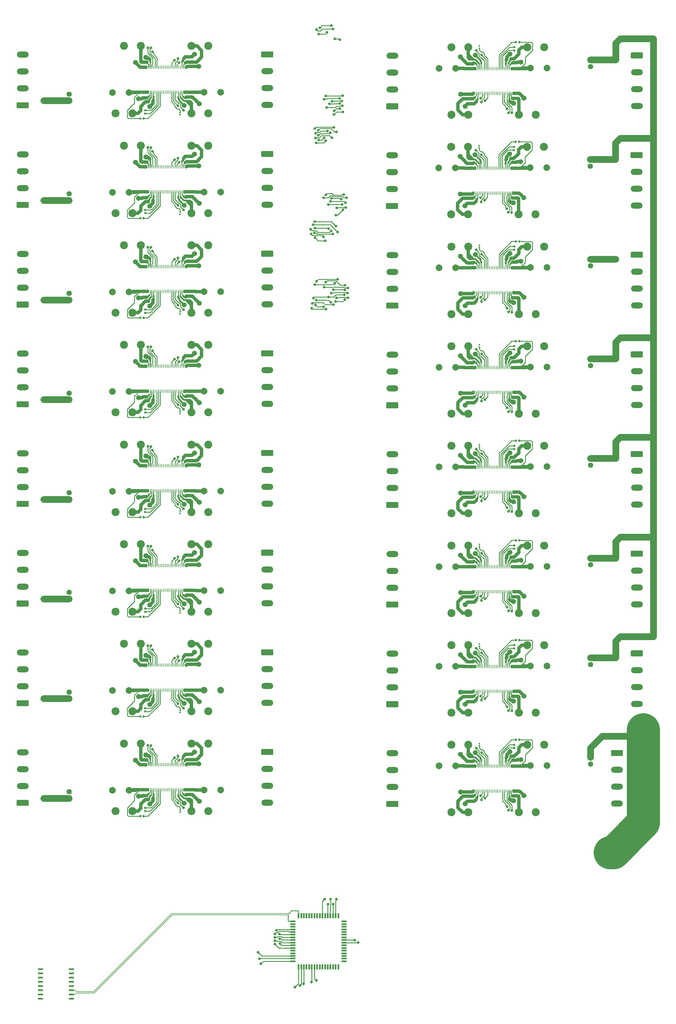
<source format=gbr>
G04 #@! TF.GenerationSoftware,KiCad,Pcbnew,5.1.0-060a0da~80~ubuntu16.04.1*
G04 #@! TF.CreationDate,2019-04-29T20:39:01+02:00*
G04 #@! TF.ProjectId,Motorteiber002,4d6f746f-7274-4656-9962-65723030322e,rev?*
G04 #@! TF.SameCoordinates,Original*
G04 #@! TF.FileFunction,Copper,L1,Top*
G04 #@! TF.FilePolarity,Positive*
%FSLAX46Y46*%
G04 Gerber Fmt 4.6, Leading zero omitted, Abs format (unit mm)*
G04 Created by KiCad (PCBNEW 5.1.0-060a0da~80~ubuntu16.04.1) date 2019-04-29 20:39:01*
%MOMM*%
%LPD*%
G04 APERTURE LIST*
%ADD10R,0.550000X1.500000*%
%ADD11R,1.500000X0.550000*%
%ADD12R,1.500000X0.600000*%
%ADD13R,0.285000X1.000000*%
%ADD14O,2.400000X2.400000*%
%ADD15C,2.400000*%
%ADD16O,3.600000X1.800000*%
%ADD17C,0.350000*%
%ADD18C,1.800000*%
%ADD19C,0.590000*%
%ADD20C,1.600000*%
%ADD21R,1.600000X1.600000*%
%ADD22C,2.000000*%
%ADD23C,0.400000*%
%ADD24C,1.500000*%
%ADD25C,0.800000*%
%ADD26C,10.000000*%
%ADD27C,1.000000*%
%ADD28C,0.250000*%
%ADD29C,2.000000*%
%ADD30C,0.500000*%
%ADD31C,0.300000*%
%ADD32C,0.200000*%
%ADD33C,0.350000*%
G04 APERTURE END LIST*
D10*
X102600000Y-286900000D03*
X101800000Y-286900000D03*
X101000000Y-286900000D03*
X100200000Y-286900000D03*
X99400000Y-286900000D03*
X98600000Y-286900000D03*
X97800000Y-286900000D03*
X97000000Y-286900000D03*
X96200000Y-286900000D03*
X95400000Y-286900000D03*
X94600000Y-286900000D03*
X93800000Y-286900000D03*
X93000000Y-286900000D03*
X92200000Y-286900000D03*
X91400000Y-286900000D03*
X90600000Y-286900000D03*
D11*
X88900000Y-285200000D03*
X88900000Y-284400000D03*
X88900000Y-283600000D03*
X88900000Y-282800000D03*
X88900000Y-282000000D03*
X88900000Y-281200000D03*
X88900000Y-280400000D03*
X88900000Y-279600000D03*
X88900000Y-278800000D03*
X88900000Y-278000000D03*
X88900000Y-277200000D03*
X88900000Y-276400000D03*
X88900000Y-275600000D03*
X88900000Y-274800000D03*
X88900000Y-274000000D03*
X88900000Y-273200000D03*
D10*
X90600000Y-271500000D03*
X91400000Y-271500000D03*
X92200000Y-271500000D03*
X93000000Y-271500000D03*
X93800000Y-271500000D03*
X94600000Y-271500000D03*
X95400000Y-271500000D03*
X96200000Y-271500000D03*
X97000000Y-271500000D03*
X97800000Y-271500000D03*
X98600000Y-271500000D03*
X99400000Y-271500000D03*
X100200000Y-271500000D03*
X101000000Y-271500000D03*
X101800000Y-271500000D03*
X102600000Y-271500000D03*
D11*
X104300000Y-273200000D03*
X104300000Y-274000000D03*
X104300000Y-274800000D03*
X104300000Y-275600000D03*
X104300000Y-276400000D03*
X104300000Y-277200000D03*
X104300000Y-278000000D03*
X104300000Y-278800000D03*
X104300000Y-279600000D03*
X104300000Y-280400000D03*
X104300000Y-281200000D03*
X104300000Y-282000000D03*
X104300000Y-282800000D03*
X104300000Y-283600000D03*
X104300000Y-284400000D03*
X104300000Y-285200000D03*
D12*
X22150000Y-287555000D03*
X22150000Y-288825000D03*
X22150000Y-290095000D03*
X22150000Y-291365000D03*
X22150000Y-292635000D03*
X22150000Y-293905000D03*
X22150000Y-295175000D03*
X22150000Y-296445000D03*
X12850000Y-296445000D03*
X12850000Y-295175000D03*
X12850000Y-293905000D03*
X12850000Y-292635000D03*
X12850000Y-291365000D03*
X12850000Y-290095000D03*
X12850000Y-288825000D03*
X12850000Y-287555000D03*
D13*
X155070000Y-233950000D03*
X154570000Y-233950000D03*
X154070000Y-233950000D03*
X153570000Y-233950000D03*
X153070000Y-233950000D03*
X152570000Y-233950000D03*
X152070000Y-233950000D03*
X151570000Y-233950000D03*
X151070000Y-233950000D03*
X150570000Y-233950000D03*
X150070000Y-233950000D03*
X149570000Y-233950000D03*
X149070000Y-233950000D03*
X148570000Y-233950000D03*
X148070000Y-233950000D03*
X147570000Y-233950000D03*
X147070000Y-233950000D03*
X146570000Y-233950000D03*
X146070000Y-233950000D03*
X145570000Y-233950000D03*
X145070000Y-233950000D03*
X144570000Y-233950000D03*
X144070000Y-233950000D03*
X143570000Y-233950000D03*
X143570000Y-226450000D03*
X144070000Y-226450000D03*
X144570000Y-226450000D03*
X145070000Y-226450000D03*
X145570000Y-226450000D03*
X146070000Y-226450000D03*
X146570000Y-226450000D03*
X147070000Y-226450000D03*
X147570000Y-226450000D03*
X148070000Y-226450000D03*
X148570000Y-226450000D03*
X149070000Y-226450000D03*
X149570000Y-226450000D03*
X150070000Y-226450000D03*
X150570000Y-226450000D03*
X151070000Y-226450000D03*
X151570000Y-226450000D03*
X152070000Y-226450000D03*
X152570000Y-226450000D03*
X153070000Y-226450000D03*
X153570000Y-226450000D03*
X154070000Y-226450000D03*
X154570000Y-226450000D03*
X155070000Y-226450000D03*
X155070000Y-203950000D03*
X154570000Y-203950000D03*
X154070000Y-203950000D03*
X153570000Y-203950000D03*
X153070000Y-203950000D03*
X152570000Y-203950000D03*
X152070000Y-203950000D03*
X151570000Y-203950000D03*
X151070000Y-203950000D03*
X150570000Y-203950000D03*
X150070000Y-203950000D03*
X149570000Y-203950000D03*
X149070000Y-203950000D03*
X148570000Y-203950000D03*
X148070000Y-203950000D03*
X147570000Y-203950000D03*
X147070000Y-203950000D03*
X146570000Y-203950000D03*
X146070000Y-203950000D03*
X145570000Y-203950000D03*
X145070000Y-203950000D03*
X144570000Y-203950000D03*
X144070000Y-203950000D03*
X143570000Y-203950000D03*
X143570000Y-196450000D03*
X144070000Y-196450000D03*
X144570000Y-196450000D03*
X145070000Y-196450000D03*
X145570000Y-196450000D03*
X146070000Y-196450000D03*
X146570000Y-196450000D03*
X147070000Y-196450000D03*
X147570000Y-196450000D03*
X148070000Y-196450000D03*
X148570000Y-196450000D03*
X149070000Y-196450000D03*
X149570000Y-196450000D03*
X150070000Y-196450000D03*
X150570000Y-196450000D03*
X151070000Y-196450000D03*
X151570000Y-196450000D03*
X152070000Y-196450000D03*
X152570000Y-196450000D03*
X153070000Y-196450000D03*
X153570000Y-196450000D03*
X154070000Y-196450000D03*
X154570000Y-196450000D03*
X155070000Y-196450000D03*
X155070000Y-173950000D03*
X154570000Y-173950000D03*
X154070000Y-173950000D03*
X153570000Y-173950000D03*
X153070000Y-173950000D03*
X152570000Y-173950000D03*
X152070000Y-173950000D03*
X151570000Y-173950000D03*
X151070000Y-173950000D03*
X150570000Y-173950000D03*
X150070000Y-173950000D03*
X149570000Y-173950000D03*
X149070000Y-173950000D03*
X148570000Y-173950000D03*
X148070000Y-173950000D03*
X147570000Y-173950000D03*
X147070000Y-173950000D03*
X146570000Y-173950000D03*
X146070000Y-173950000D03*
X145570000Y-173950000D03*
X145070000Y-173950000D03*
X144570000Y-173950000D03*
X144070000Y-173950000D03*
X143570000Y-173950000D03*
X143570000Y-166450000D03*
X144070000Y-166450000D03*
X144570000Y-166450000D03*
X145070000Y-166450000D03*
X145570000Y-166450000D03*
X146070000Y-166450000D03*
X146570000Y-166450000D03*
X147070000Y-166450000D03*
X147570000Y-166450000D03*
X148070000Y-166450000D03*
X148570000Y-166450000D03*
X149070000Y-166450000D03*
X149570000Y-166450000D03*
X150070000Y-166450000D03*
X150570000Y-166450000D03*
X151070000Y-166450000D03*
X151570000Y-166450000D03*
X152070000Y-166450000D03*
X152570000Y-166450000D03*
X153070000Y-166450000D03*
X153570000Y-166450000D03*
X154070000Y-166450000D03*
X154570000Y-166450000D03*
X155070000Y-166450000D03*
X155070000Y-143950000D03*
X154570000Y-143950000D03*
X154070000Y-143950000D03*
X153570000Y-143950000D03*
X153070000Y-143950000D03*
X152570000Y-143950000D03*
X152070000Y-143950000D03*
X151570000Y-143950000D03*
X151070000Y-143950000D03*
X150570000Y-143950000D03*
X150070000Y-143950000D03*
X149570000Y-143950000D03*
X149070000Y-143950000D03*
X148570000Y-143950000D03*
X148070000Y-143950000D03*
X147570000Y-143950000D03*
X147070000Y-143950000D03*
X146570000Y-143950000D03*
X146070000Y-143950000D03*
X145570000Y-143950000D03*
X145070000Y-143950000D03*
X144570000Y-143950000D03*
X144070000Y-143950000D03*
X143570000Y-143950000D03*
X143570000Y-136450000D03*
X144070000Y-136450000D03*
X144570000Y-136450000D03*
X145070000Y-136450000D03*
X145570000Y-136450000D03*
X146070000Y-136450000D03*
X146570000Y-136450000D03*
X147070000Y-136450000D03*
X147570000Y-136450000D03*
X148070000Y-136450000D03*
X148570000Y-136450000D03*
X149070000Y-136450000D03*
X149570000Y-136450000D03*
X150070000Y-136450000D03*
X150570000Y-136450000D03*
X151070000Y-136450000D03*
X151570000Y-136450000D03*
X152070000Y-136450000D03*
X152570000Y-136450000D03*
X153070000Y-136450000D03*
X153570000Y-136450000D03*
X154070000Y-136450000D03*
X154570000Y-136450000D03*
X155070000Y-136450000D03*
X155070000Y-113950000D03*
X154570000Y-113950000D03*
X154070000Y-113950000D03*
X153570000Y-113950000D03*
X153070000Y-113950000D03*
X152570000Y-113950000D03*
X152070000Y-113950000D03*
X151570000Y-113950000D03*
X151070000Y-113950000D03*
X150570000Y-113950000D03*
X150070000Y-113950000D03*
X149570000Y-113950000D03*
X149070000Y-113950000D03*
X148570000Y-113950000D03*
X148070000Y-113950000D03*
X147570000Y-113950000D03*
X147070000Y-113950000D03*
X146570000Y-113950000D03*
X146070000Y-113950000D03*
X145570000Y-113950000D03*
X145070000Y-113950000D03*
X144570000Y-113950000D03*
X144070000Y-113950000D03*
X143570000Y-113950000D03*
X143570000Y-106450000D03*
X144070000Y-106450000D03*
X144570000Y-106450000D03*
X145070000Y-106450000D03*
X145570000Y-106450000D03*
X146070000Y-106450000D03*
X146570000Y-106450000D03*
X147070000Y-106450000D03*
X147570000Y-106450000D03*
X148070000Y-106450000D03*
X148570000Y-106450000D03*
X149070000Y-106450000D03*
X149570000Y-106450000D03*
X150070000Y-106450000D03*
X150570000Y-106450000D03*
X151070000Y-106450000D03*
X151570000Y-106450000D03*
X152070000Y-106450000D03*
X152570000Y-106450000D03*
X153070000Y-106450000D03*
X153570000Y-106450000D03*
X154070000Y-106450000D03*
X154570000Y-106450000D03*
X155070000Y-106450000D03*
X155070000Y-83950000D03*
X154570000Y-83950000D03*
X154070000Y-83950000D03*
X153570000Y-83950000D03*
X153070000Y-83950000D03*
X152570000Y-83950000D03*
X152070000Y-83950000D03*
X151570000Y-83950000D03*
X151070000Y-83950000D03*
X150570000Y-83950000D03*
X150070000Y-83950000D03*
X149570000Y-83950000D03*
X149070000Y-83950000D03*
X148570000Y-83950000D03*
X148070000Y-83950000D03*
X147570000Y-83950000D03*
X147070000Y-83950000D03*
X146570000Y-83950000D03*
X146070000Y-83950000D03*
X145570000Y-83950000D03*
X145070000Y-83950000D03*
X144570000Y-83950000D03*
X144070000Y-83950000D03*
X143570000Y-83950000D03*
X143570000Y-76450000D03*
X144070000Y-76450000D03*
X144570000Y-76450000D03*
X145070000Y-76450000D03*
X145570000Y-76450000D03*
X146070000Y-76450000D03*
X146570000Y-76450000D03*
X147070000Y-76450000D03*
X147570000Y-76450000D03*
X148070000Y-76450000D03*
X148570000Y-76450000D03*
X149070000Y-76450000D03*
X149570000Y-76450000D03*
X150070000Y-76450000D03*
X150570000Y-76450000D03*
X151070000Y-76450000D03*
X151570000Y-76450000D03*
X152070000Y-76450000D03*
X152570000Y-76450000D03*
X153070000Y-76450000D03*
X153570000Y-76450000D03*
X154070000Y-76450000D03*
X154570000Y-76450000D03*
X155070000Y-76450000D03*
X155070000Y-23950000D03*
X154570000Y-23950000D03*
X154070000Y-23950000D03*
X153570000Y-23950000D03*
X153070000Y-23950000D03*
X152570000Y-23950000D03*
X152070000Y-23950000D03*
X151570000Y-23950000D03*
X151070000Y-23950000D03*
X150570000Y-23950000D03*
X150070000Y-23950000D03*
X149570000Y-23950000D03*
X149070000Y-23950000D03*
X148570000Y-23950000D03*
X148070000Y-23950000D03*
X147570000Y-23950000D03*
X147070000Y-23950000D03*
X146570000Y-23950000D03*
X146070000Y-23950000D03*
X145570000Y-23950000D03*
X145070000Y-23950000D03*
X144570000Y-23950000D03*
X144070000Y-23950000D03*
X143570000Y-23950000D03*
X143570000Y-16450000D03*
X144070000Y-16450000D03*
X144570000Y-16450000D03*
X145070000Y-16450000D03*
X145570000Y-16450000D03*
X146070000Y-16450000D03*
X146570000Y-16450000D03*
X147070000Y-16450000D03*
X147570000Y-16450000D03*
X148070000Y-16450000D03*
X148570000Y-16450000D03*
X149070000Y-16450000D03*
X149570000Y-16450000D03*
X150070000Y-16450000D03*
X150570000Y-16450000D03*
X151070000Y-16450000D03*
X151570000Y-16450000D03*
X152070000Y-16450000D03*
X152570000Y-16450000D03*
X153070000Y-16450000D03*
X153570000Y-16450000D03*
X154070000Y-16450000D03*
X154570000Y-16450000D03*
X155070000Y-16450000D03*
X44930000Y-16049999D03*
X45430000Y-16049999D03*
X45930000Y-16049999D03*
X46430000Y-16049999D03*
X46930000Y-16049999D03*
X47430000Y-16049999D03*
X47930000Y-16049999D03*
X48430000Y-16049999D03*
X48930000Y-16049999D03*
X49430000Y-16049999D03*
X49930000Y-16049999D03*
X50430000Y-16049999D03*
X50930000Y-16049999D03*
X51430000Y-16049999D03*
X51930000Y-16049999D03*
X52430000Y-16049999D03*
X52930000Y-16049999D03*
X53430000Y-16049999D03*
X53930000Y-16049999D03*
X54430000Y-16049999D03*
X54930000Y-16049999D03*
X55430000Y-16049999D03*
X55930000Y-16049999D03*
X56430000Y-16049999D03*
X56430000Y-23549999D03*
X55930000Y-23549999D03*
X55430000Y-23549999D03*
X54930000Y-23549999D03*
X54430000Y-23549999D03*
X53930000Y-23549999D03*
X53430000Y-23549999D03*
X52930000Y-23549999D03*
X52430000Y-23549999D03*
X51930000Y-23549999D03*
X51430000Y-23549999D03*
X50930000Y-23549999D03*
X50430000Y-23549999D03*
X49930000Y-23549999D03*
X49430000Y-23549999D03*
X48930000Y-23549999D03*
X48430000Y-23549999D03*
X47930000Y-23549999D03*
X47430000Y-23549999D03*
X46930000Y-23549999D03*
X46430000Y-23549999D03*
X45930000Y-23549999D03*
X45430000Y-23549999D03*
X44930000Y-23549999D03*
X44930000Y-46049999D03*
X45430000Y-46049999D03*
X45930000Y-46049999D03*
X46430000Y-46049999D03*
X46930000Y-46049999D03*
X47430000Y-46049999D03*
X47930000Y-46049999D03*
X48430000Y-46049999D03*
X48930000Y-46049999D03*
X49430000Y-46049999D03*
X49930000Y-46049999D03*
X50430000Y-46049999D03*
X50930000Y-46049999D03*
X51430000Y-46049999D03*
X51930000Y-46049999D03*
X52430000Y-46049999D03*
X52930000Y-46049999D03*
X53430000Y-46049999D03*
X53930000Y-46049999D03*
X54430000Y-46049999D03*
X54930000Y-46049999D03*
X55430000Y-46049999D03*
X55930000Y-46049999D03*
X56430000Y-46049999D03*
X56430000Y-53549999D03*
X55930000Y-53549999D03*
X55430000Y-53549999D03*
X54930000Y-53549999D03*
X54430000Y-53549999D03*
X53930000Y-53549999D03*
X53430000Y-53549999D03*
X52930000Y-53549999D03*
X52430000Y-53549999D03*
X51930000Y-53549999D03*
X51430000Y-53549999D03*
X50930000Y-53549999D03*
X50430000Y-53549999D03*
X49930000Y-53549999D03*
X49430000Y-53549999D03*
X48930000Y-53549999D03*
X48430000Y-53549999D03*
X47930000Y-53549999D03*
X47430000Y-53549999D03*
X46930000Y-53549999D03*
X46430000Y-53549999D03*
X45930000Y-53549999D03*
X45430000Y-53549999D03*
X44930000Y-53549999D03*
X44930000Y-76049999D03*
X45430000Y-76049999D03*
X45930000Y-76049999D03*
X46430000Y-76049999D03*
X46930000Y-76049999D03*
X47430000Y-76049999D03*
X47930000Y-76049999D03*
X48430000Y-76049999D03*
X48930000Y-76049999D03*
X49430000Y-76049999D03*
X49930000Y-76049999D03*
X50430000Y-76049999D03*
X50930000Y-76049999D03*
X51430000Y-76049999D03*
X51930000Y-76049999D03*
X52430000Y-76049999D03*
X52930000Y-76049999D03*
X53430000Y-76049999D03*
X53930000Y-76049999D03*
X54430000Y-76049999D03*
X54930000Y-76049999D03*
X55430000Y-76049999D03*
X55930000Y-76049999D03*
X56430000Y-76049999D03*
X56430000Y-83549999D03*
X55930000Y-83549999D03*
X55430000Y-83549999D03*
X54930000Y-83549999D03*
X54430000Y-83549999D03*
X53930000Y-83549999D03*
X53430000Y-83549999D03*
X52930000Y-83549999D03*
X52430000Y-83549999D03*
X51930000Y-83549999D03*
X51430000Y-83549999D03*
X50930000Y-83549999D03*
X50430000Y-83549999D03*
X49930000Y-83549999D03*
X49430000Y-83549999D03*
X48930000Y-83549999D03*
X48430000Y-83549999D03*
X47930000Y-83549999D03*
X47430000Y-83549999D03*
X46930000Y-83549999D03*
X46430000Y-83549999D03*
X45930000Y-83549999D03*
X45430000Y-83549999D03*
X44930000Y-83549999D03*
X44930000Y-106050000D03*
X45430000Y-106050000D03*
X45930000Y-106050000D03*
X46430000Y-106050000D03*
X46930000Y-106050000D03*
X47430000Y-106050000D03*
X47930000Y-106050000D03*
X48430000Y-106050000D03*
X48930000Y-106050000D03*
X49430000Y-106050000D03*
X49930000Y-106050000D03*
X50430000Y-106050000D03*
X50930000Y-106050000D03*
X51430000Y-106050000D03*
X51930000Y-106050000D03*
X52430000Y-106050000D03*
X52930000Y-106050000D03*
X53430000Y-106050000D03*
X53930000Y-106050000D03*
X54430000Y-106050000D03*
X54930000Y-106050000D03*
X55430000Y-106050000D03*
X55930000Y-106050000D03*
X56430000Y-106050000D03*
X56430000Y-113550000D03*
X55930000Y-113550000D03*
X55430000Y-113550000D03*
X54930000Y-113550000D03*
X54430000Y-113550000D03*
X53930000Y-113550000D03*
X53430000Y-113550000D03*
X52930000Y-113550000D03*
X52430000Y-113550000D03*
X51930000Y-113550000D03*
X51430000Y-113550000D03*
X50930000Y-113550000D03*
X50430000Y-113550000D03*
X49930000Y-113550000D03*
X49430000Y-113550000D03*
X48930000Y-113550000D03*
X48430000Y-113550000D03*
X47930000Y-113550000D03*
X47430000Y-113550000D03*
X46930000Y-113550000D03*
X46430000Y-113550000D03*
X45930000Y-113550000D03*
X45430000Y-113550000D03*
X44930000Y-113550000D03*
X44930000Y-136050000D03*
X45430000Y-136050000D03*
X45930000Y-136050000D03*
X46430000Y-136050000D03*
X46930000Y-136050000D03*
X47430000Y-136050000D03*
X47930000Y-136050000D03*
X48430000Y-136050000D03*
X48930000Y-136050000D03*
X49430000Y-136050000D03*
X49930000Y-136050000D03*
X50430000Y-136050000D03*
X50930000Y-136050000D03*
X51430000Y-136050000D03*
X51930000Y-136050000D03*
X52430000Y-136050000D03*
X52930000Y-136050000D03*
X53430000Y-136050000D03*
X53930000Y-136050000D03*
X54430000Y-136050000D03*
X54930000Y-136050000D03*
X55430000Y-136050000D03*
X55930000Y-136050000D03*
X56430000Y-136050000D03*
X56430000Y-143550000D03*
X55930000Y-143550000D03*
X55430000Y-143550000D03*
X54930000Y-143550000D03*
X54430000Y-143550000D03*
X53930000Y-143550000D03*
X53430000Y-143550000D03*
X52930000Y-143550000D03*
X52430000Y-143550000D03*
X51930000Y-143550000D03*
X51430000Y-143550000D03*
X50930000Y-143550000D03*
X50430000Y-143550000D03*
X49930000Y-143550000D03*
X49430000Y-143550000D03*
X48930000Y-143550000D03*
X48430000Y-143550000D03*
X47930000Y-143550000D03*
X47430000Y-143550000D03*
X46930000Y-143550000D03*
X46430000Y-143550000D03*
X45930000Y-143550000D03*
X45430000Y-143550000D03*
X44930000Y-143550000D03*
X44930000Y-166050000D03*
X45430000Y-166050000D03*
X45930000Y-166050000D03*
X46430000Y-166050000D03*
X46930000Y-166050000D03*
X47430000Y-166050000D03*
X47930000Y-166050000D03*
X48430000Y-166050000D03*
X48930000Y-166050000D03*
X49430000Y-166050000D03*
X49930000Y-166050000D03*
X50430000Y-166050000D03*
X50930000Y-166050000D03*
X51430000Y-166050000D03*
X51930000Y-166050000D03*
X52430000Y-166050000D03*
X52930000Y-166050000D03*
X53430000Y-166050000D03*
X53930000Y-166050000D03*
X54430000Y-166050000D03*
X54930000Y-166050000D03*
X55430000Y-166050000D03*
X55930000Y-166050000D03*
X56430000Y-166050000D03*
X56430000Y-173550000D03*
X55930000Y-173550000D03*
X55430000Y-173550000D03*
X54930000Y-173550000D03*
X54430000Y-173550000D03*
X53930000Y-173550000D03*
X53430000Y-173550000D03*
X52930000Y-173550000D03*
X52430000Y-173550000D03*
X51930000Y-173550000D03*
X51430000Y-173550000D03*
X50930000Y-173550000D03*
X50430000Y-173550000D03*
X49930000Y-173550000D03*
X49430000Y-173550000D03*
X48930000Y-173550000D03*
X48430000Y-173550000D03*
X47930000Y-173550000D03*
X47430000Y-173550000D03*
X46930000Y-173550000D03*
X46430000Y-173550000D03*
X45930000Y-173550000D03*
X45430000Y-173550000D03*
X44930000Y-173550000D03*
X44930000Y-196050000D03*
X45430000Y-196050000D03*
X45930000Y-196050000D03*
X46430000Y-196050000D03*
X46930000Y-196050000D03*
X47430000Y-196050000D03*
X47930000Y-196050000D03*
X48430000Y-196050000D03*
X48930000Y-196050000D03*
X49430000Y-196050000D03*
X49930000Y-196050000D03*
X50430000Y-196050000D03*
X50930000Y-196050000D03*
X51430000Y-196050000D03*
X51930000Y-196050000D03*
X52430000Y-196050000D03*
X52930000Y-196050000D03*
X53430000Y-196050000D03*
X53930000Y-196050000D03*
X54430000Y-196050000D03*
X54930000Y-196050000D03*
X55430000Y-196050000D03*
X55930000Y-196050000D03*
X56430000Y-196050000D03*
X56430000Y-203550000D03*
X55930000Y-203550000D03*
X55430000Y-203550000D03*
X54930000Y-203550000D03*
X54430000Y-203550000D03*
X53930000Y-203550000D03*
X53430000Y-203550000D03*
X52930000Y-203550000D03*
X52430000Y-203550000D03*
X51930000Y-203550000D03*
X51430000Y-203550000D03*
X50930000Y-203550000D03*
X50430000Y-203550000D03*
X49930000Y-203550000D03*
X49430000Y-203550000D03*
X48930000Y-203550000D03*
X48430000Y-203550000D03*
X47930000Y-203550000D03*
X47430000Y-203550000D03*
X46930000Y-203550000D03*
X46430000Y-203550000D03*
X45930000Y-203550000D03*
X45430000Y-203550000D03*
X44930000Y-203550000D03*
X44930000Y-226050000D03*
X45430000Y-226050000D03*
X45930000Y-226050000D03*
X46430000Y-226050000D03*
X46930000Y-226050000D03*
X47430000Y-226050000D03*
X47930000Y-226050000D03*
X48430000Y-226050000D03*
X48930000Y-226050000D03*
X49430000Y-226050000D03*
X49930000Y-226050000D03*
X50430000Y-226050000D03*
X50930000Y-226050000D03*
X51430000Y-226050000D03*
X51930000Y-226050000D03*
X52430000Y-226050000D03*
X52930000Y-226050000D03*
X53430000Y-226050000D03*
X53930000Y-226050000D03*
X54430000Y-226050000D03*
X54930000Y-226050000D03*
X55430000Y-226050000D03*
X55930000Y-226050000D03*
X56430000Y-226050000D03*
X56430000Y-233550000D03*
X55930000Y-233550000D03*
X55430000Y-233550000D03*
X54930000Y-233550000D03*
X54430000Y-233550000D03*
X53930000Y-233550000D03*
X53430000Y-233550000D03*
X52930000Y-233550000D03*
X52430000Y-233550000D03*
X51930000Y-233550000D03*
X51430000Y-233550000D03*
X50930000Y-233550000D03*
X50430000Y-233550000D03*
X49930000Y-233550000D03*
X49430000Y-233550000D03*
X48930000Y-233550000D03*
X48430000Y-233550000D03*
X47930000Y-233550000D03*
X47430000Y-233550000D03*
X46930000Y-233550000D03*
X46430000Y-233550000D03*
X45930000Y-233550000D03*
X45430000Y-233550000D03*
X44930000Y-233550000D03*
D14*
X141700000Y-240360000D03*
D15*
X136620000Y-240360000D03*
D14*
X156940000Y-240360000D03*
D15*
X162020000Y-240360000D03*
D14*
X164560000Y-220040000D03*
D15*
X159480000Y-220040000D03*
D14*
X136620000Y-220040000D03*
D15*
X141700000Y-220040000D03*
D14*
X141700000Y-210360000D03*
D15*
X136620000Y-210360000D03*
D14*
X156940000Y-210360000D03*
D15*
X162020000Y-210360000D03*
D14*
X164560000Y-190040000D03*
D15*
X159480000Y-190040000D03*
D14*
X136620000Y-190040000D03*
D15*
X141700000Y-190040000D03*
D14*
X141700000Y-180360000D03*
D15*
X136620000Y-180360000D03*
D14*
X156940000Y-180360000D03*
D15*
X162020000Y-180360000D03*
D14*
X164560000Y-160040000D03*
D15*
X159480000Y-160040000D03*
D14*
X136620000Y-160040000D03*
D15*
X141700000Y-160040000D03*
D14*
X141700000Y-150360000D03*
D15*
X136620000Y-150360000D03*
D14*
X156940000Y-150360000D03*
D15*
X162020000Y-150360000D03*
D14*
X164560000Y-130040000D03*
D15*
X159480000Y-130040000D03*
D14*
X136620000Y-130040000D03*
D15*
X141700000Y-130040000D03*
D14*
X141700000Y-120360000D03*
D15*
X136620000Y-120360000D03*
D14*
X156940000Y-120360000D03*
D15*
X162020000Y-120360000D03*
D14*
X164560000Y-100040000D03*
D15*
X159480000Y-100040000D03*
D14*
X136620000Y-100040000D03*
D15*
X141700000Y-100040000D03*
D14*
X141700000Y-90360000D03*
D15*
X136620000Y-90360000D03*
D14*
X156940000Y-90360000D03*
D15*
X162020000Y-90360000D03*
D14*
X164560000Y-70040000D03*
D15*
X159480000Y-70040000D03*
D14*
X136620000Y-70040000D03*
D15*
X141700000Y-70040000D03*
D14*
X141700000Y-30360000D03*
D15*
X136620000Y-30360000D03*
D14*
X156940000Y-30360000D03*
D15*
X162020000Y-30360000D03*
D14*
X164560000Y-10040000D03*
D15*
X159480000Y-10040000D03*
D14*
X136620000Y-10040000D03*
D15*
X141700000Y-10040000D03*
D14*
X58300000Y-9639999D03*
D15*
X63380000Y-9639999D03*
D14*
X43060000Y-9639999D03*
D15*
X37980000Y-9639999D03*
D14*
X35440000Y-29959999D03*
D15*
X40520000Y-29959999D03*
D14*
X63380000Y-29959999D03*
D15*
X58300000Y-29959999D03*
D14*
X58300000Y-39639999D03*
D15*
X63380000Y-39639999D03*
D14*
X43060000Y-39640000D03*
D15*
X37980000Y-39640000D03*
D14*
X35440000Y-59959999D03*
D15*
X40520000Y-59959999D03*
D14*
X63380000Y-59959999D03*
D15*
X58300000Y-59959999D03*
D14*
X58300000Y-69639999D03*
D15*
X63380000Y-69639999D03*
D14*
X43060000Y-69639999D03*
D15*
X37980000Y-69639999D03*
D14*
X35440000Y-89959999D03*
D15*
X40520000Y-89959999D03*
D14*
X63380000Y-89959999D03*
D15*
X58300000Y-89959999D03*
D14*
X58300000Y-99640000D03*
D15*
X63380000Y-99640000D03*
D14*
X43060000Y-99640000D03*
D15*
X37980000Y-99640000D03*
D14*
X35440000Y-119960000D03*
D15*
X40520000Y-119960000D03*
D14*
X63380000Y-119960000D03*
D15*
X58300000Y-119960000D03*
D14*
X58300000Y-129640000D03*
D15*
X63380000Y-129640000D03*
D14*
X43060000Y-129640000D03*
D15*
X37980000Y-129640000D03*
D14*
X35440000Y-149960000D03*
D15*
X40520000Y-149960000D03*
D14*
X63380000Y-149960000D03*
D15*
X58300000Y-149960000D03*
D14*
X58300000Y-159640000D03*
D15*
X63380000Y-159640000D03*
D14*
X43060000Y-159640000D03*
D15*
X37980000Y-159640000D03*
D14*
X35440000Y-179960000D03*
D15*
X40520000Y-179960000D03*
D14*
X63380000Y-179960000D03*
D15*
X58300000Y-179960000D03*
D14*
X58300000Y-189640000D03*
D15*
X63380000Y-189640000D03*
D14*
X43060000Y-189640000D03*
D15*
X37980000Y-189640000D03*
D14*
X35440000Y-209960000D03*
D15*
X40520000Y-209960000D03*
D14*
X63380000Y-209960000D03*
D15*
X58300000Y-209960000D03*
D14*
X58300000Y-219640000D03*
D15*
X63380000Y-219640000D03*
D14*
X43060000Y-219640000D03*
D15*
X37980000Y-219640000D03*
D14*
X35440000Y-239960000D03*
D15*
X40520000Y-239960000D03*
D14*
X63380000Y-239960000D03*
D15*
X58300000Y-239960000D03*
D16*
X118840000Y-222580000D03*
X118840000Y-227660000D03*
X118840000Y-232740000D03*
D17*
G36*
X120414504Y-236921204D02*
G01*
X120438773Y-236924804D01*
X120462571Y-236930765D01*
X120485671Y-236939030D01*
X120507849Y-236949520D01*
X120528893Y-236962133D01*
X120548598Y-236976747D01*
X120566777Y-236993223D01*
X120583253Y-237011402D01*
X120597867Y-237031107D01*
X120610480Y-237052151D01*
X120620970Y-237074329D01*
X120629235Y-237097429D01*
X120635196Y-237121227D01*
X120638796Y-237145496D01*
X120640000Y-237170000D01*
X120640000Y-238470000D01*
X120638796Y-238494504D01*
X120635196Y-238518773D01*
X120629235Y-238542571D01*
X120620970Y-238565671D01*
X120610480Y-238587849D01*
X120597867Y-238608893D01*
X120583253Y-238628598D01*
X120566777Y-238646777D01*
X120548598Y-238663253D01*
X120528893Y-238677867D01*
X120507849Y-238690480D01*
X120485671Y-238700970D01*
X120462571Y-238709235D01*
X120438773Y-238715196D01*
X120414504Y-238718796D01*
X120390000Y-238720000D01*
X117290000Y-238720000D01*
X117265496Y-238718796D01*
X117241227Y-238715196D01*
X117217429Y-238709235D01*
X117194329Y-238700970D01*
X117172151Y-238690480D01*
X117151107Y-238677867D01*
X117131402Y-238663253D01*
X117113223Y-238646777D01*
X117096747Y-238628598D01*
X117082133Y-238608893D01*
X117069520Y-238587849D01*
X117059030Y-238565671D01*
X117050765Y-238542571D01*
X117044804Y-238518773D01*
X117041204Y-238494504D01*
X117040000Y-238470000D01*
X117040000Y-237170000D01*
X117041204Y-237145496D01*
X117044804Y-237121227D01*
X117050765Y-237097429D01*
X117059030Y-237074329D01*
X117069520Y-237052151D01*
X117082133Y-237031107D01*
X117096747Y-237011402D01*
X117113223Y-236993223D01*
X117131402Y-236976747D01*
X117151107Y-236962133D01*
X117172151Y-236949520D01*
X117194329Y-236939030D01*
X117217429Y-236930765D01*
X117241227Y-236924804D01*
X117265496Y-236921204D01*
X117290000Y-236920000D01*
X120390000Y-236920000D01*
X120414504Y-236921204D01*
X120414504Y-236921204D01*
G37*
D18*
X118840000Y-237820000D03*
D16*
X186500000Y-237740000D03*
X186500000Y-232660000D03*
X186500000Y-227580000D03*
D17*
G36*
X188074504Y-221601204D02*
G01*
X188098773Y-221604804D01*
X188122571Y-221610765D01*
X188145671Y-221619030D01*
X188167849Y-221629520D01*
X188188893Y-221642133D01*
X188208598Y-221656747D01*
X188226777Y-221673223D01*
X188243253Y-221691402D01*
X188257867Y-221711107D01*
X188270480Y-221732151D01*
X188280970Y-221754329D01*
X188289235Y-221777429D01*
X188295196Y-221801227D01*
X188298796Y-221825496D01*
X188300000Y-221850000D01*
X188300000Y-223150000D01*
X188298796Y-223174504D01*
X188295196Y-223198773D01*
X188289235Y-223222571D01*
X188280970Y-223245671D01*
X188270480Y-223267849D01*
X188257867Y-223288893D01*
X188243253Y-223308598D01*
X188226777Y-223326777D01*
X188208598Y-223343253D01*
X188188893Y-223357867D01*
X188167849Y-223370480D01*
X188145671Y-223380970D01*
X188122571Y-223389235D01*
X188098773Y-223395196D01*
X188074504Y-223398796D01*
X188050000Y-223400000D01*
X184950000Y-223400000D01*
X184925496Y-223398796D01*
X184901227Y-223395196D01*
X184877429Y-223389235D01*
X184854329Y-223380970D01*
X184832151Y-223370480D01*
X184811107Y-223357867D01*
X184791402Y-223343253D01*
X184773223Y-223326777D01*
X184756747Y-223308598D01*
X184742133Y-223288893D01*
X184729520Y-223267849D01*
X184719030Y-223245671D01*
X184710765Y-223222571D01*
X184704804Y-223198773D01*
X184701204Y-223174504D01*
X184700000Y-223150000D01*
X184700000Y-221850000D01*
X184701204Y-221825496D01*
X184704804Y-221801227D01*
X184710765Y-221777429D01*
X184719030Y-221754329D01*
X184729520Y-221732151D01*
X184742133Y-221711107D01*
X184756747Y-221691402D01*
X184773223Y-221673223D01*
X184791402Y-221656747D01*
X184811107Y-221642133D01*
X184832151Y-221629520D01*
X184854329Y-221619030D01*
X184877429Y-221610765D01*
X184901227Y-221604804D01*
X184925496Y-221601204D01*
X184950000Y-221600000D01*
X188050000Y-221600000D01*
X188074504Y-221601204D01*
X188074504Y-221601204D01*
G37*
D18*
X186500000Y-222500000D03*
D16*
X118840000Y-192580000D03*
X118840000Y-197660000D03*
X118840000Y-202740000D03*
D17*
G36*
X120414504Y-206921204D02*
G01*
X120438773Y-206924804D01*
X120462571Y-206930765D01*
X120485671Y-206939030D01*
X120507849Y-206949520D01*
X120528893Y-206962133D01*
X120548598Y-206976747D01*
X120566777Y-206993223D01*
X120583253Y-207011402D01*
X120597867Y-207031107D01*
X120610480Y-207052151D01*
X120620970Y-207074329D01*
X120629235Y-207097429D01*
X120635196Y-207121227D01*
X120638796Y-207145496D01*
X120640000Y-207170000D01*
X120640000Y-208470000D01*
X120638796Y-208494504D01*
X120635196Y-208518773D01*
X120629235Y-208542571D01*
X120620970Y-208565671D01*
X120610480Y-208587849D01*
X120597867Y-208608893D01*
X120583253Y-208628598D01*
X120566777Y-208646777D01*
X120548598Y-208663253D01*
X120528893Y-208677867D01*
X120507849Y-208690480D01*
X120485671Y-208700970D01*
X120462571Y-208709235D01*
X120438773Y-208715196D01*
X120414504Y-208718796D01*
X120390000Y-208720000D01*
X117290000Y-208720000D01*
X117265496Y-208718796D01*
X117241227Y-208715196D01*
X117217429Y-208709235D01*
X117194329Y-208700970D01*
X117172151Y-208690480D01*
X117151107Y-208677867D01*
X117131402Y-208663253D01*
X117113223Y-208646777D01*
X117096747Y-208628598D01*
X117082133Y-208608893D01*
X117069520Y-208587849D01*
X117059030Y-208565671D01*
X117050765Y-208542571D01*
X117044804Y-208518773D01*
X117041204Y-208494504D01*
X117040000Y-208470000D01*
X117040000Y-207170000D01*
X117041204Y-207145496D01*
X117044804Y-207121227D01*
X117050765Y-207097429D01*
X117059030Y-207074329D01*
X117069520Y-207052151D01*
X117082133Y-207031107D01*
X117096747Y-207011402D01*
X117113223Y-206993223D01*
X117131402Y-206976747D01*
X117151107Y-206962133D01*
X117172151Y-206949520D01*
X117194329Y-206939030D01*
X117217429Y-206930765D01*
X117241227Y-206924804D01*
X117265496Y-206921204D01*
X117290000Y-206920000D01*
X120390000Y-206920000D01*
X120414504Y-206921204D01*
X120414504Y-206921204D01*
G37*
D18*
X118840000Y-207820000D03*
D16*
X192500000Y-207740000D03*
X192500000Y-202660000D03*
X192500000Y-197580000D03*
D17*
G36*
X194074504Y-191601204D02*
G01*
X194098773Y-191604804D01*
X194122571Y-191610765D01*
X194145671Y-191619030D01*
X194167849Y-191629520D01*
X194188893Y-191642133D01*
X194208598Y-191656747D01*
X194226777Y-191673223D01*
X194243253Y-191691402D01*
X194257867Y-191711107D01*
X194270480Y-191732151D01*
X194280970Y-191754329D01*
X194289235Y-191777429D01*
X194295196Y-191801227D01*
X194298796Y-191825496D01*
X194300000Y-191850000D01*
X194300000Y-193150000D01*
X194298796Y-193174504D01*
X194295196Y-193198773D01*
X194289235Y-193222571D01*
X194280970Y-193245671D01*
X194270480Y-193267849D01*
X194257867Y-193288893D01*
X194243253Y-193308598D01*
X194226777Y-193326777D01*
X194208598Y-193343253D01*
X194188893Y-193357867D01*
X194167849Y-193370480D01*
X194145671Y-193380970D01*
X194122571Y-193389235D01*
X194098773Y-193395196D01*
X194074504Y-193398796D01*
X194050000Y-193400000D01*
X190950000Y-193400000D01*
X190925496Y-193398796D01*
X190901227Y-193395196D01*
X190877429Y-193389235D01*
X190854329Y-193380970D01*
X190832151Y-193370480D01*
X190811107Y-193357867D01*
X190791402Y-193343253D01*
X190773223Y-193326777D01*
X190756747Y-193308598D01*
X190742133Y-193288893D01*
X190729520Y-193267849D01*
X190719030Y-193245671D01*
X190710765Y-193222571D01*
X190704804Y-193198773D01*
X190701204Y-193174504D01*
X190700000Y-193150000D01*
X190700000Y-191850000D01*
X190701204Y-191825496D01*
X190704804Y-191801227D01*
X190710765Y-191777429D01*
X190719030Y-191754329D01*
X190729520Y-191732151D01*
X190742133Y-191711107D01*
X190756747Y-191691402D01*
X190773223Y-191673223D01*
X190791402Y-191656747D01*
X190811107Y-191642133D01*
X190832151Y-191629520D01*
X190854329Y-191619030D01*
X190877429Y-191610765D01*
X190901227Y-191604804D01*
X190925496Y-191601204D01*
X190950000Y-191600000D01*
X194050000Y-191600000D01*
X194074504Y-191601204D01*
X194074504Y-191601204D01*
G37*
D18*
X192500000Y-192500000D03*
D16*
X118840000Y-162580000D03*
X118840000Y-167660000D03*
X118840000Y-172740000D03*
D17*
G36*
X120414504Y-176921204D02*
G01*
X120438773Y-176924804D01*
X120462571Y-176930765D01*
X120485671Y-176939030D01*
X120507849Y-176949520D01*
X120528893Y-176962133D01*
X120548598Y-176976747D01*
X120566777Y-176993223D01*
X120583253Y-177011402D01*
X120597867Y-177031107D01*
X120610480Y-177052151D01*
X120620970Y-177074329D01*
X120629235Y-177097429D01*
X120635196Y-177121227D01*
X120638796Y-177145496D01*
X120640000Y-177170000D01*
X120640000Y-178470000D01*
X120638796Y-178494504D01*
X120635196Y-178518773D01*
X120629235Y-178542571D01*
X120620970Y-178565671D01*
X120610480Y-178587849D01*
X120597867Y-178608893D01*
X120583253Y-178628598D01*
X120566777Y-178646777D01*
X120548598Y-178663253D01*
X120528893Y-178677867D01*
X120507849Y-178690480D01*
X120485671Y-178700970D01*
X120462571Y-178709235D01*
X120438773Y-178715196D01*
X120414504Y-178718796D01*
X120390000Y-178720000D01*
X117290000Y-178720000D01*
X117265496Y-178718796D01*
X117241227Y-178715196D01*
X117217429Y-178709235D01*
X117194329Y-178700970D01*
X117172151Y-178690480D01*
X117151107Y-178677867D01*
X117131402Y-178663253D01*
X117113223Y-178646777D01*
X117096747Y-178628598D01*
X117082133Y-178608893D01*
X117069520Y-178587849D01*
X117059030Y-178565671D01*
X117050765Y-178542571D01*
X117044804Y-178518773D01*
X117041204Y-178494504D01*
X117040000Y-178470000D01*
X117040000Y-177170000D01*
X117041204Y-177145496D01*
X117044804Y-177121227D01*
X117050765Y-177097429D01*
X117059030Y-177074329D01*
X117069520Y-177052151D01*
X117082133Y-177031107D01*
X117096747Y-177011402D01*
X117113223Y-176993223D01*
X117131402Y-176976747D01*
X117151107Y-176962133D01*
X117172151Y-176949520D01*
X117194329Y-176939030D01*
X117217429Y-176930765D01*
X117241227Y-176924804D01*
X117265496Y-176921204D01*
X117290000Y-176920000D01*
X120390000Y-176920000D01*
X120414504Y-176921204D01*
X120414504Y-176921204D01*
G37*
D18*
X118840000Y-177820000D03*
D16*
X192500000Y-177740000D03*
X192500000Y-172660000D03*
X192500000Y-167580000D03*
D17*
G36*
X194074504Y-161601204D02*
G01*
X194098773Y-161604804D01*
X194122571Y-161610765D01*
X194145671Y-161619030D01*
X194167849Y-161629520D01*
X194188893Y-161642133D01*
X194208598Y-161656747D01*
X194226777Y-161673223D01*
X194243253Y-161691402D01*
X194257867Y-161711107D01*
X194270480Y-161732151D01*
X194280970Y-161754329D01*
X194289235Y-161777429D01*
X194295196Y-161801227D01*
X194298796Y-161825496D01*
X194300000Y-161850000D01*
X194300000Y-163150000D01*
X194298796Y-163174504D01*
X194295196Y-163198773D01*
X194289235Y-163222571D01*
X194280970Y-163245671D01*
X194270480Y-163267849D01*
X194257867Y-163288893D01*
X194243253Y-163308598D01*
X194226777Y-163326777D01*
X194208598Y-163343253D01*
X194188893Y-163357867D01*
X194167849Y-163370480D01*
X194145671Y-163380970D01*
X194122571Y-163389235D01*
X194098773Y-163395196D01*
X194074504Y-163398796D01*
X194050000Y-163400000D01*
X190950000Y-163400000D01*
X190925496Y-163398796D01*
X190901227Y-163395196D01*
X190877429Y-163389235D01*
X190854329Y-163380970D01*
X190832151Y-163370480D01*
X190811107Y-163357867D01*
X190791402Y-163343253D01*
X190773223Y-163326777D01*
X190756747Y-163308598D01*
X190742133Y-163288893D01*
X190729520Y-163267849D01*
X190719030Y-163245671D01*
X190710765Y-163222571D01*
X190704804Y-163198773D01*
X190701204Y-163174504D01*
X190700000Y-163150000D01*
X190700000Y-161850000D01*
X190701204Y-161825496D01*
X190704804Y-161801227D01*
X190710765Y-161777429D01*
X190719030Y-161754329D01*
X190729520Y-161732151D01*
X190742133Y-161711107D01*
X190756747Y-161691402D01*
X190773223Y-161673223D01*
X190791402Y-161656747D01*
X190811107Y-161642133D01*
X190832151Y-161629520D01*
X190854329Y-161619030D01*
X190877429Y-161610765D01*
X190901227Y-161604804D01*
X190925496Y-161601204D01*
X190950000Y-161600000D01*
X194050000Y-161600000D01*
X194074504Y-161601204D01*
X194074504Y-161601204D01*
G37*
D18*
X192500000Y-162500000D03*
D16*
X118840000Y-132580000D03*
X118840000Y-137660000D03*
X118840000Y-142740000D03*
D17*
G36*
X120414504Y-146921204D02*
G01*
X120438773Y-146924804D01*
X120462571Y-146930765D01*
X120485671Y-146939030D01*
X120507849Y-146949520D01*
X120528893Y-146962133D01*
X120548598Y-146976747D01*
X120566777Y-146993223D01*
X120583253Y-147011402D01*
X120597867Y-147031107D01*
X120610480Y-147052151D01*
X120620970Y-147074329D01*
X120629235Y-147097429D01*
X120635196Y-147121227D01*
X120638796Y-147145496D01*
X120640000Y-147170000D01*
X120640000Y-148470000D01*
X120638796Y-148494504D01*
X120635196Y-148518773D01*
X120629235Y-148542571D01*
X120620970Y-148565671D01*
X120610480Y-148587849D01*
X120597867Y-148608893D01*
X120583253Y-148628598D01*
X120566777Y-148646777D01*
X120548598Y-148663253D01*
X120528893Y-148677867D01*
X120507849Y-148690480D01*
X120485671Y-148700970D01*
X120462571Y-148709235D01*
X120438773Y-148715196D01*
X120414504Y-148718796D01*
X120390000Y-148720000D01*
X117290000Y-148720000D01*
X117265496Y-148718796D01*
X117241227Y-148715196D01*
X117217429Y-148709235D01*
X117194329Y-148700970D01*
X117172151Y-148690480D01*
X117151107Y-148677867D01*
X117131402Y-148663253D01*
X117113223Y-148646777D01*
X117096747Y-148628598D01*
X117082133Y-148608893D01*
X117069520Y-148587849D01*
X117059030Y-148565671D01*
X117050765Y-148542571D01*
X117044804Y-148518773D01*
X117041204Y-148494504D01*
X117040000Y-148470000D01*
X117040000Y-147170000D01*
X117041204Y-147145496D01*
X117044804Y-147121227D01*
X117050765Y-147097429D01*
X117059030Y-147074329D01*
X117069520Y-147052151D01*
X117082133Y-147031107D01*
X117096747Y-147011402D01*
X117113223Y-146993223D01*
X117131402Y-146976747D01*
X117151107Y-146962133D01*
X117172151Y-146949520D01*
X117194329Y-146939030D01*
X117217429Y-146930765D01*
X117241227Y-146924804D01*
X117265496Y-146921204D01*
X117290000Y-146920000D01*
X120390000Y-146920000D01*
X120414504Y-146921204D01*
X120414504Y-146921204D01*
G37*
D18*
X118840000Y-147820000D03*
D16*
X192500000Y-147740000D03*
X192500000Y-142660000D03*
X192500000Y-137580000D03*
D17*
G36*
X194074504Y-131601204D02*
G01*
X194098773Y-131604804D01*
X194122571Y-131610765D01*
X194145671Y-131619030D01*
X194167849Y-131629520D01*
X194188893Y-131642133D01*
X194208598Y-131656747D01*
X194226777Y-131673223D01*
X194243253Y-131691402D01*
X194257867Y-131711107D01*
X194270480Y-131732151D01*
X194280970Y-131754329D01*
X194289235Y-131777429D01*
X194295196Y-131801227D01*
X194298796Y-131825496D01*
X194300000Y-131850000D01*
X194300000Y-133150000D01*
X194298796Y-133174504D01*
X194295196Y-133198773D01*
X194289235Y-133222571D01*
X194280970Y-133245671D01*
X194270480Y-133267849D01*
X194257867Y-133288893D01*
X194243253Y-133308598D01*
X194226777Y-133326777D01*
X194208598Y-133343253D01*
X194188893Y-133357867D01*
X194167849Y-133370480D01*
X194145671Y-133380970D01*
X194122571Y-133389235D01*
X194098773Y-133395196D01*
X194074504Y-133398796D01*
X194050000Y-133400000D01*
X190950000Y-133400000D01*
X190925496Y-133398796D01*
X190901227Y-133395196D01*
X190877429Y-133389235D01*
X190854329Y-133380970D01*
X190832151Y-133370480D01*
X190811107Y-133357867D01*
X190791402Y-133343253D01*
X190773223Y-133326777D01*
X190756747Y-133308598D01*
X190742133Y-133288893D01*
X190729520Y-133267849D01*
X190719030Y-133245671D01*
X190710765Y-133222571D01*
X190704804Y-133198773D01*
X190701204Y-133174504D01*
X190700000Y-133150000D01*
X190700000Y-131850000D01*
X190701204Y-131825496D01*
X190704804Y-131801227D01*
X190710765Y-131777429D01*
X190719030Y-131754329D01*
X190729520Y-131732151D01*
X190742133Y-131711107D01*
X190756747Y-131691402D01*
X190773223Y-131673223D01*
X190791402Y-131656747D01*
X190811107Y-131642133D01*
X190832151Y-131629520D01*
X190854329Y-131619030D01*
X190877429Y-131610765D01*
X190901227Y-131604804D01*
X190925496Y-131601204D01*
X190950000Y-131600000D01*
X194050000Y-131600000D01*
X194074504Y-131601204D01*
X194074504Y-131601204D01*
G37*
D18*
X192500000Y-132500000D03*
D16*
X118840000Y-102580000D03*
X118840000Y-107660000D03*
X118840000Y-112740000D03*
D17*
G36*
X120414504Y-116921204D02*
G01*
X120438773Y-116924804D01*
X120462571Y-116930765D01*
X120485671Y-116939030D01*
X120507849Y-116949520D01*
X120528893Y-116962133D01*
X120548598Y-116976747D01*
X120566777Y-116993223D01*
X120583253Y-117011402D01*
X120597867Y-117031107D01*
X120610480Y-117052151D01*
X120620970Y-117074329D01*
X120629235Y-117097429D01*
X120635196Y-117121227D01*
X120638796Y-117145496D01*
X120640000Y-117170000D01*
X120640000Y-118470000D01*
X120638796Y-118494504D01*
X120635196Y-118518773D01*
X120629235Y-118542571D01*
X120620970Y-118565671D01*
X120610480Y-118587849D01*
X120597867Y-118608893D01*
X120583253Y-118628598D01*
X120566777Y-118646777D01*
X120548598Y-118663253D01*
X120528893Y-118677867D01*
X120507849Y-118690480D01*
X120485671Y-118700970D01*
X120462571Y-118709235D01*
X120438773Y-118715196D01*
X120414504Y-118718796D01*
X120390000Y-118720000D01*
X117290000Y-118720000D01*
X117265496Y-118718796D01*
X117241227Y-118715196D01*
X117217429Y-118709235D01*
X117194329Y-118700970D01*
X117172151Y-118690480D01*
X117151107Y-118677867D01*
X117131402Y-118663253D01*
X117113223Y-118646777D01*
X117096747Y-118628598D01*
X117082133Y-118608893D01*
X117069520Y-118587849D01*
X117059030Y-118565671D01*
X117050765Y-118542571D01*
X117044804Y-118518773D01*
X117041204Y-118494504D01*
X117040000Y-118470000D01*
X117040000Y-117170000D01*
X117041204Y-117145496D01*
X117044804Y-117121227D01*
X117050765Y-117097429D01*
X117059030Y-117074329D01*
X117069520Y-117052151D01*
X117082133Y-117031107D01*
X117096747Y-117011402D01*
X117113223Y-116993223D01*
X117131402Y-116976747D01*
X117151107Y-116962133D01*
X117172151Y-116949520D01*
X117194329Y-116939030D01*
X117217429Y-116930765D01*
X117241227Y-116924804D01*
X117265496Y-116921204D01*
X117290000Y-116920000D01*
X120390000Y-116920000D01*
X120414504Y-116921204D01*
X120414504Y-116921204D01*
G37*
D18*
X118840000Y-117820000D03*
D16*
X192500000Y-117740000D03*
X192500000Y-112660000D03*
X192500000Y-107580000D03*
D17*
G36*
X194074504Y-101601204D02*
G01*
X194098773Y-101604804D01*
X194122571Y-101610765D01*
X194145671Y-101619030D01*
X194167849Y-101629520D01*
X194188893Y-101642133D01*
X194208598Y-101656747D01*
X194226777Y-101673223D01*
X194243253Y-101691402D01*
X194257867Y-101711107D01*
X194270480Y-101732151D01*
X194280970Y-101754329D01*
X194289235Y-101777429D01*
X194295196Y-101801227D01*
X194298796Y-101825496D01*
X194300000Y-101850000D01*
X194300000Y-103150000D01*
X194298796Y-103174504D01*
X194295196Y-103198773D01*
X194289235Y-103222571D01*
X194280970Y-103245671D01*
X194270480Y-103267849D01*
X194257867Y-103288893D01*
X194243253Y-103308598D01*
X194226777Y-103326777D01*
X194208598Y-103343253D01*
X194188893Y-103357867D01*
X194167849Y-103370480D01*
X194145671Y-103380970D01*
X194122571Y-103389235D01*
X194098773Y-103395196D01*
X194074504Y-103398796D01*
X194050000Y-103400000D01*
X190950000Y-103400000D01*
X190925496Y-103398796D01*
X190901227Y-103395196D01*
X190877429Y-103389235D01*
X190854329Y-103380970D01*
X190832151Y-103370480D01*
X190811107Y-103357867D01*
X190791402Y-103343253D01*
X190773223Y-103326777D01*
X190756747Y-103308598D01*
X190742133Y-103288893D01*
X190729520Y-103267849D01*
X190719030Y-103245671D01*
X190710765Y-103222571D01*
X190704804Y-103198773D01*
X190701204Y-103174504D01*
X190700000Y-103150000D01*
X190700000Y-101850000D01*
X190701204Y-101825496D01*
X190704804Y-101801227D01*
X190710765Y-101777429D01*
X190719030Y-101754329D01*
X190729520Y-101732151D01*
X190742133Y-101711107D01*
X190756747Y-101691402D01*
X190773223Y-101673223D01*
X190791402Y-101656747D01*
X190811107Y-101642133D01*
X190832151Y-101629520D01*
X190854329Y-101619030D01*
X190877429Y-101610765D01*
X190901227Y-101604804D01*
X190925496Y-101601204D01*
X190950000Y-101600000D01*
X194050000Y-101600000D01*
X194074504Y-101601204D01*
X194074504Y-101601204D01*
G37*
D18*
X192500000Y-102500000D03*
D16*
X118840000Y-72580000D03*
X118840000Y-77660000D03*
X118840000Y-82740000D03*
D17*
G36*
X120414504Y-86921204D02*
G01*
X120438773Y-86924804D01*
X120462571Y-86930765D01*
X120485671Y-86939030D01*
X120507849Y-86949520D01*
X120528893Y-86962133D01*
X120548598Y-86976747D01*
X120566777Y-86993223D01*
X120583253Y-87011402D01*
X120597867Y-87031107D01*
X120610480Y-87052151D01*
X120620970Y-87074329D01*
X120629235Y-87097429D01*
X120635196Y-87121227D01*
X120638796Y-87145496D01*
X120640000Y-87170000D01*
X120640000Y-88470000D01*
X120638796Y-88494504D01*
X120635196Y-88518773D01*
X120629235Y-88542571D01*
X120620970Y-88565671D01*
X120610480Y-88587849D01*
X120597867Y-88608893D01*
X120583253Y-88628598D01*
X120566777Y-88646777D01*
X120548598Y-88663253D01*
X120528893Y-88677867D01*
X120507849Y-88690480D01*
X120485671Y-88700970D01*
X120462571Y-88709235D01*
X120438773Y-88715196D01*
X120414504Y-88718796D01*
X120390000Y-88720000D01*
X117290000Y-88720000D01*
X117265496Y-88718796D01*
X117241227Y-88715196D01*
X117217429Y-88709235D01*
X117194329Y-88700970D01*
X117172151Y-88690480D01*
X117151107Y-88677867D01*
X117131402Y-88663253D01*
X117113223Y-88646777D01*
X117096747Y-88628598D01*
X117082133Y-88608893D01*
X117069520Y-88587849D01*
X117059030Y-88565671D01*
X117050765Y-88542571D01*
X117044804Y-88518773D01*
X117041204Y-88494504D01*
X117040000Y-88470000D01*
X117040000Y-87170000D01*
X117041204Y-87145496D01*
X117044804Y-87121227D01*
X117050765Y-87097429D01*
X117059030Y-87074329D01*
X117069520Y-87052151D01*
X117082133Y-87031107D01*
X117096747Y-87011402D01*
X117113223Y-86993223D01*
X117131402Y-86976747D01*
X117151107Y-86962133D01*
X117172151Y-86949520D01*
X117194329Y-86939030D01*
X117217429Y-86930765D01*
X117241227Y-86924804D01*
X117265496Y-86921204D01*
X117290000Y-86920000D01*
X120390000Y-86920000D01*
X120414504Y-86921204D01*
X120414504Y-86921204D01*
G37*
D18*
X118840000Y-87820000D03*
D16*
X192500000Y-87740000D03*
X192500000Y-82660000D03*
X192500000Y-77580000D03*
D17*
G36*
X194074504Y-71601204D02*
G01*
X194098773Y-71604804D01*
X194122571Y-71610765D01*
X194145671Y-71619030D01*
X194167849Y-71629520D01*
X194188893Y-71642133D01*
X194208598Y-71656747D01*
X194226777Y-71673223D01*
X194243253Y-71691402D01*
X194257867Y-71711107D01*
X194270480Y-71732151D01*
X194280970Y-71754329D01*
X194289235Y-71777429D01*
X194295196Y-71801227D01*
X194298796Y-71825496D01*
X194300000Y-71850000D01*
X194300000Y-73150000D01*
X194298796Y-73174504D01*
X194295196Y-73198773D01*
X194289235Y-73222571D01*
X194280970Y-73245671D01*
X194270480Y-73267849D01*
X194257867Y-73288893D01*
X194243253Y-73308598D01*
X194226777Y-73326777D01*
X194208598Y-73343253D01*
X194188893Y-73357867D01*
X194167849Y-73370480D01*
X194145671Y-73380970D01*
X194122571Y-73389235D01*
X194098773Y-73395196D01*
X194074504Y-73398796D01*
X194050000Y-73400000D01*
X190950000Y-73400000D01*
X190925496Y-73398796D01*
X190901227Y-73395196D01*
X190877429Y-73389235D01*
X190854329Y-73380970D01*
X190832151Y-73370480D01*
X190811107Y-73357867D01*
X190791402Y-73343253D01*
X190773223Y-73326777D01*
X190756747Y-73308598D01*
X190742133Y-73288893D01*
X190729520Y-73267849D01*
X190719030Y-73245671D01*
X190710765Y-73222571D01*
X190704804Y-73198773D01*
X190701204Y-73174504D01*
X190700000Y-73150000D01*
X190700000Y-71850000D01*
X190701204Y-71825496D01*
X190704804Y-71801227D01*
X190710765Y-71777429D01*
X190719030Y-71754329D01*
X190729520Y-71732151D01*
X190742133Y-71711107D01*
X190756747Y-71691402D01*
X190773223Y-71673223D01*
X190791402Y-71656747D01*
X190811107Y-71642133D01*
X190832151Y-71629520D01*
X190854329Y-71619030D01*
X190877429Y-71610765D01*
X190901227Y-71604804D01*
X190925496Y-71601204D01*
X190950000Y-71600000D01*
X194050000Y-71600000D01*
X194074504Y-71601204D01*
X194074504Y-71601204D01*
G37*
D18*
X192500000Y-72500000D03*
D16*
X118840000Y-12580000D03*
X118840000Y-17660000D03*
X118840000Y-22740000D03*
D17*
G36*
X120414504Y-26921204D02*
G01*
X120438773Y-26924804D01*
X120462571Y-26930765D01*
X120485671Y-26939030D01*
X120507849Y-26949520D01*
X120528893Y-26962133D01*
X120548598Y-26976747D01*
X120566777Y-26993223D01*
X120583253Y-27011402D01*
X120597867Y-27031107D01*
X120610480Y-27052151D01*
X120620970Y-27074329D01*
X120629235Y-27097429D01*
X120635196Y-27121227D01*
X120638796Y-27145496D01*
X120640000Y-27170000D01*
X120640000Y-28470000D01*
X120638796Y-28494504D01*
X120635196Y-28518773D01*
X120629235Y-28542571D01*
X120620970Y-28565671D01*
X120610480Y-28587849D01*
X120597867Y-28608893D01*
X120583253Y-28628598D01*
X120566777Y-28646777D01*
X120548598Y-28663253D01*
X120528893Y-28677867D01*
X120507849Y-28690480D01*
X120485671Y-28700970D01*
X120462571Y-28709235D01*
X120438773Y-28715196D01*
X120414504Y-28718796D01*
X120390000Y-28720000D01*
X117290000Y-28720000D01*
X117265496Y-28718796D01*
X117241227Y-28715196D01*
X117217429Y-28709235D01*
X117194329Y-28700970D01*
X117172151Y-28690480D01*
X117151107Y-28677867D01*
X117131402Y-28663253D01*
X117113223Y-28646777D01*
X117096747Y-28628598D01*
X117082133Y-28608893D01*
X117069520Y-28587849D01*
X117059030Y-28565671D01*
X117050765Y-28542571D01*
X117044804Y-28518773D01*
X117041204Y-28494504D01*
X117040000Y-28470000D01*
X117040000Y-27170000D01*
X117041204Y-27145496D01*
X117044804Y-27121227D01*
X117050765Y-27097429D01*
X117059030Y-27074329D01*
X117069520Y-27052151D01*
X117082133Y-27031107D01*
X117096747Y-27011402D01*
X117113223Y-26993223D01*
X117131402Y-26976747D01*
X117151107Y-26962133D01*
X117172151Y-26949520D01*
X117194329Y-26939030D01*
X117217429Y-26930765D01*
X117241227Y-26924804D01*
X117265496Y-26921204D01*
X117290000Y-26920000D01*
X120390000Y-26920000D01*
X120414504Y-26921204D01*
X120414504Y-26921204D01*
G37*
D18*
X118840000Y-27820000D03*
D16*
X192500000Y-27740000D03*
X192500000Y-22660000D03*
X192500000Y-17580000D03*
D17*
G36*
X194074504Y-11601204D02*
G01*
X194098773Y-11604804D01*
X194122571Y-11610765D01*
X194145671Y-11619030D01*
X194167849Y-11629520D01*
X194188893Y-11642133D01*
X194208598Y-11656747D01*
X194226777Y-11673223D01*
X194243253Y-11691402D01*
X194257867Y-11711107D01*
X194270480Y-11732151D01*
X194280970Y-11754329D01*
X194289235Y-11777429D01*
X194295196Y-11801227D01*
X194298796Y-11825496D01*
X194300000Y-11850000D01*
X194300000Y-13150000D01*
X194298796Y-13174504D01*
X194295196Y-13198773D01*
X194289235Y-13222571D01*
X194280970Y-13245671D01*
X194270480Y-13267849D01*
X194257867Y-13288893D01*
X194243253Y-13308598D01*
X194226777Y-13326777D01*
X194208598Y-13343253D01*
X194188893Y-13357867D01*
X194167849Y-13370480D01*
X194145671Y-13380970D01*
X194122571Y-13389235D01*
X194098773Y-13395196D01*
X194074504Y-13398796D01*
X194050000Y-13400000D01*
X190950000Y-13400000D01*
X190925496Y-13398796D01*
X190901227Y-13395196D01*
X190877429Y-13389235D01*
X190854329Y-13380970D01*
X190832151Y-13370480D01*
X190811107Y-13357867D01*
X190791402Y-13343253D01*
X190773223Y-13326777D01*
X190756747Y-13308598D01*
X190742133Y-13288893D01*
X190729520Y-13267849D01*
X190719030Y-13245671D01*
X190710765Y-13222571D01*
X190704804Y-13198773D01*
X190701204Y-13174504D01*
X190700000Y-13150000D01*
X190700000Y-11850000D01*
X190701204Y-11825496D01*
X190704804Y-11801227D01*
X190710765Y-11777429D01*
X190719030Y-11754329D01*
X190729520Y-11732151D01*
X190742133Y-11711107D01*
X190756747Y-11691402D01*
X190773223Y-11673223D01*
X190791402Y-11656747D01*
X190811107Y-11642133D01*
X190832151Y-11629520D01*
X190854329Y-11619030D01*
X190877429Y-11610765D01*
X190901227Y-11604804D01*
X190925496Y-11601204D01*
X190950000Y-11600000D01*
X194050000Y-11600000D01*
X194074504Y-11601204D01*
X194074504Y-11601204D01*
G37*
D18*
X192500000Y-12500000D03*
D16*
X81160000Y-27419999D03*
X81160000Y-22339999D03*
X81160000Y-17259999D03*
D17*
G36*
X82734504Y-11281203D02*
G01*
X82758773Y-11284803D01*
X82782571Y-11290764D01*
X82805671Y-11299029D01*
X82827849Y-11309519D01*
X82848893Y-11322132D01*
X82868598Y-11336746D01*
X82886777Y-11353222D01*
X82903253Y-11371401D01*
X82917867Y-11391106D01*
X82930480Y-11412150D01*
X82940970Y-11434328D01*
X82949235Y-11457428D01*
X82955196Y-11481226D01*
X82958796Y-11505495D01*
X82960000Y-11529999D01*
X82960000Y-12829999D01*
X82958796Y-12854503D01*
X82955196Y-12878772D01*
X82949235Y-12902570D01*
X82940970Y-12925670D01*
X82930480Y-12947848D01*
X82917867Y-12968892D01*
X82903253Y-12988597D01*
X82886777Y-13006776D01*
X82868598Y-13023252D01*
X82848893Y-13037866D01*
X82827849Y-13050479D01*
X82805671Y-13060969D01*
X82782571Y-13069234D01*
X82758773Y-13075195D01*
X82734504Y-13078795D01*
X82710000Y-13079999D01*
X79610000Y-13079999D01*
X79585496Y-13078795D01*
X79561227Y-13075195D01*
X79537429Y-13069234D01*
X79514329Y-13060969D01*
X79492151Y-13050479D01*
X79471107Y-13037866D01*
X79451402Y-13023252D01*
X79433223Y-13006776D01*
X79416747Y-12988597D01*
X79402133Y-12968892D01*
X79389520Y-12947848D01*
X79379030Y-12925670D01*
X79370765Y-12902570D01*
X79364804Y-12878772D01*
X79361204Y-12854503D01*
X79360000Y-12829999D01*
X79360000Y-11529999D01*
X79361204Y-11505495D01*
X79364804Y-11481226D01*
X79370765Y-11457428D01*
X79379030Y-11434328D01*
X79389520Y-11412150D01*
X79402133Y-11391106D01*
X79416747Y-11371401D01*
X79433223Y-11353222D01*
X79451402Y-11336746D01*
X79471107Y-11322132D01*
X79492151Y-11309519D01*
X79514329Y-11299029D01*
X79537429Y-11290764D01*
X79561227Y-11284803D01*
X79585496Y-11281203D01*
X79610000Y-11279999D01*
X82710000Y-11279999D01*
X82734504Y-11281203D01*
X82734504Y-11281203D01*
G37*
D18*
X81160000Y-12179999D03*
D16*
X7500000Y-12260000D03*
X7500000Y-17340000D03*
X7500000Y-22420000D03*
D17*
G36*
X9074504Y-26601204D02*
G01*
X9098773Y-26604804D01*
X9122571Y-26610765D01*
X9145671Y-26619030D01*
X9167849Y-26629520D01*
X9188893Y-26642133D01*
X9208598Y-26656747D01*
X9226777Y-26673223D01*
X9243253Y-26691402D01*
X9257867Y-26711107D01*
X9270480Y-26732151D01*
X9280970Y-26754329D01*
X9289235Y-26777429D01*
X9295196Y-26801227D01*
X9298796Y-26825496D01*
X9300000Y-26850000D01*
X9300000Y-28150000D01*
X9298796Y-28174504D01*
X9295196Y-28198773D01*
X9289235Y-28222571D01*
X9280970Y-28245671D01*
X9270480Y-28267849D01*
X9257867Y-28288893D01*
X9243253Y-28308598D01*
X9226777Y-28326777D01*
X9208598Y-28343253D01*
X9188893Y-28357867D01*
X9167849Y-28370480D01*
X9145671Y-28380970D01*
X9122571Y-28389235D01*
X9098773Y-28395196D01*
X9074504Y-28398796D01*
X9050000Y-28400000D01*
X5950000Y-28400000D01*
X5925496Y-28398796D01*
X5901227Y-28395196D01*
X5877429Y-28389235D01*
X5854329Y-28380970D01*
X5832151Y-28370480D01*
X5811107Y-28357867D01*
X5791402Y-28343253D01*
X5773223Y-28326777D01*
X5756747Y-28308598D01*
X5742133Y-28288893D01*
X5729520Y-28267849D01*
X5719030Y-28245671D01*
X5710765Y-28222571D01*
X5704804Y-28198773D01*
X5701204Y-28174504D01*
X5700000Y-28150000D01*
X5700000Y-26850000D01*
X5701204Y-26825496D01*
X5704804Y-26801227D01*
X5710765Y-26777429D01*
X5719030Y-26754329D01*
X5729520Y-26732151D01*
X5742133Y-26711107D01*
X5756747Y-26691402D01*
X5773223Y-26673223D01*
X5791402Y-26656747D01*
X5811107Y-26642133D01*
X5832151Y-26629520D01*
X5854329Y-26619030D01*
X5877429Y-26610765D01*
X5901227Y-26604804D01*
X5925496Y-26601204D01*
X5950000Y-26600000D01*
X9050000Y-26600000D01*
X9074504Y-26601204D01*
X9074504Y-26601204D01*
G37*
D18*
X7500000Y-27500000D03*
D16*
X81160000Y-57419999D03*
X81160000Y-52339999D03*
X81160000Y-47259999D03*
D17*
G36*
X82734504Y-41281203D02*
G01*
X82758773Y-41284803D01*
X82782571Y-41290764D01*
X82805671Y-41299029D01*
X82827849Y-41309519D01*
X82848893Y-41322132D01*
X82868598Y-41336746D01*
X82886777Y-41353222D01*
X82903253Y-41371401D01*
X82917867Y-41391106D01*
X82930480Y-41412150D01*
X82940970Y-41434328D01*
X82949235Y-41457428D01*
X82955196Y-41481226D01*
X82958796Y-41505495D01*
X82960000Y-41529999D01*
X82960000Y-42829999D01*
X82958796Y-42854503D01*
X82955196Y-42878772D01*
X82949235Y-42902570D01*
X82940970Y-42925670D01*
X82930480Y-42947848D01*
X82917867Y-42968892D01*
X82903253Y-42988597D01*
X82886777Y-43006776D01*
X82868598Y-43023252D01*
X82848893Y-43037866D01*
X82827849Y-43050479D01*
X82805671Y-43060969D01*
X82782571Y-43069234D01*
X82758773Y-43075195D01*
X82734504Y-43078795D01*
X82710000Y-43079999D01*
X79610000Y-43079999D01*
X79585496Y-43078795D01*
X79561227Y-43075195D01*
X79537429Y-43069234D01*
X79514329Y-43060969D01*
X79492151Y-43050479D01*
X79471107Y-43037866D01*
X79451402Y-43023252D01*
X79433223Y-43006776D01*
X79416747Y-42988597D01*
X79402133Y-42968892D01*
X79389520Y-42947848D01*
X79379030Y-42925670D01*
X79370765Y-42902570D01*
X79364804Y-42878772D01*
X79361204Y-42854503D01*
X79360000Y-42829999D01*
X79360000Y-41529999D01*
X79361204Y-41505495D01*
X79364804Y-41481226D01*
X79370765Y-41457428D01*
X79379030Y-41434328D01*
X79389520Y-41412150D01*
X79402133Y-41391106D01*
X79416747Y-41371401D01*
X79433223Y-41353222D01*
X79451402Y-41336746D01*
X79471107Y-41322132D01*
X79492151Y-41309519D01*
X79514329Y-41299029D01*
X79537429Y-41290764D01*
X79561227Y-41284803D01*
X79585496Y-41281203D01*
X79610000Y-41279999D01*
X82710000Y-41279999D01*
X82734504Y-41281203D01*
X82734504Y-41281203D01*
G37*
D18*
X81160000Y-42179999D03*
D16*
X7500000Y-42260000D03*
X7500000Y-47340000D03*
X7500000Y-52420000D03*
D17*
G36*
X9074504Y-56601204D02*
G01*
X9098773Y-56604804D01*
X9122571Y-56610765D01*
X9145671Y-56619030D01*
X9167849Y-56629520D01*
X9188893Y-56642133D01*
X9208598Y-56656747D01*
X9226777Y-56673223D01*
X9243253Y-56691402D01*
X9257867Y-56711107D01*
X9270480Y-56732151D01*
X9280970Y-56754329D01*
X9289235Y-56777429D01*
X9295196Y-56801227D01*
X9298796Y-56825496D01*
X9300000Y-56850000D01*
X9300000Y-58150000D01*
X9298796Y-58174504D01*
X9295196Y-58198773D01*
X9289235Y-58222571D01*
X9280970Y-58245671D01*
X9270480Y-58267849D01*
X9257867Y-58288893D01*
X9243253Y-58308598D01*
X9226777Y-58326777D01*
X9208598Y-58343253D01*
X9188893Y-58357867D01*
X9167849Y-58370480D01*
X9145671Y-58380970D01*
X9122571Y-58389235D01*
X9098773Y-58395196D01*
X9074504Y-58398796D01*
X9050000Y-58400000D01*
X5950000Y-58400000D01*
X5925496Y-58398796D01*
X5901227Y-58395196D01*
X5877429Y-58389235D01*
X5854329Y-58380970D01*
X5832151Y-58370480D01*
X5811107Y-58357867D01*
X5791402Y-58343253D01*
X5773223Y-58326777D01*
X5756747Y-58308598D01*
X5742133Y-58288893D01*
X5729520Y-58267849D01*
X5719030Y-58245671D01*
X5710765Y-58222571D01*
X5704804Y-58198773D01*
X5701204Y-58174504D01*
X5700000Y-58150000D01*
X5700000Y-56850000D01*
X5701204Y-56825496D01*
X5704804Y-56801227D01*
X5710765Y-56777429D01*
X5719030Y-56754329D01*
X5729520Y-56732151D01*
X5742133Y-56711107D01*
X5756747Y-56691402D01*
X5773223Y-56673223D01*
X5791402Y-56656747D01*
X5811107Y-56642133D01*
X5832151Y-56629520D01*
X5854329Y-56619030D01*
X5877429Y-56610765D01*
X5901227Y-56604804D01*
X5925496Y-56601204D01*
X5950000Y-56600000D01*
X9050000Y-56600000D01*
X9074504Y-56601204D01*
X9074504Y-56601204D01*
G37*
D18*
X7500000Y-57500000D03*
D16*
X81160000Y-87419999D03*
X81160000Y-82339999D03*
X81160000Y-77259999D03*
D17*
G36*
X82734504Y-71281203D02*
G01*
X82758773Y-71284803D01*
X82782571Y-71290764D01*
X82805671Y-71299029D01*
X82827849Y-71309519D01*
X82848893Y-71322132D01*
X82868598Y-71336746D01*
X82886777Y-71353222D01*
X82903253Y-71371401D01*
X82917867Y-71391106D01*
X82930480Y-71412150D01*
X82940970Y-71434328D01*
X82949235Y-71457428D01*
X82955196Y-71481226D01*
X82958796Y-71505495D01*
X82960000Y-71529999D01*
X82960000Y-72829999D01*
X82958796Y-72854503D01*
X82955196Y-72878772D01*
X82949235Y-72902570D01*
X82940970Y-72925670D01*
X82930480Y-72947848D01*
X82917867Y-72968892D01*
X82903253Y-72988597D01*
X82886777Y-73006776D01*
X82868598Y-73023252D01*
X82848893Y-73037866D01*
X82827849Y-73050479D01*
X82805671Y-73060969D01*
X82782571Y-73069234D01*
X82758773Y-73075195D01*
X82734504Y-73078795D01*
X82710000Y-73079999D01*
X79610000Y-73079999D01*
X79585496Y-73078795D01*
X79561227Y-73075195D01*
X79537429Y-73069234D01*
X79514329Y-73060969D01*
X79492151Y-73050479D01*
X79471107Y-73037866D01*
X79451402Y-73023252D01*
X79433223Y-73006776D01*
X79416747Y-72988597D01*
X79402133Y-72968892D01*
X79389520Y-72947848D01*
X79379030Y-72925670D01*
X79370765Y-72902570D01*
X79364804Y-72878772D01*
X79361204Y-72854503D01*
X79360000Y-72829999D01*
X79360000Y-71529999D01*
X79361204Y-71505495D01*
X79364804Y-71481226D01*
X79370765Y-71457428D01*
X79379030Y-71434328D01*
X79389520Y-71412150D01*
X79402133Y-71391106D01*
X79416747Y-71371401D01*
X79433223Y-71353222D01*
X79451402Y-71336746D01*
X79471107Y-71322132D01*
X79492151Y-71309519D01*
X79514329Y-71299029D01*
X79537429Y-71290764D01*
X79561227Y-71284803D01*
X79585496Y-71281203D01*
X79610000Y-71279999D01*
X82710000Y-71279999D01*
X82734504Y-71281203D01*
X82734504Y-71281203D01*
G37*
D18*
X81160000Y-72179999D03*
D16*
X7500000Y-72260000D03*
X7500000Y-77340000D03*
X7500000Y-82420000D03*
D17*
G36*
X9074504Y-86601204D02*
G01*
X9098773Y-86604804D01*
X9122571Y-86610765D01*
X9145671Y-86619030D01*
X9167849Y-86629520D01*
X9188893Y-86642133D01*
X9208598Y-86656747D01*
X9226777Y-86673223D01*
X9243253Y-86691402D01*
X9257867Y-86711107D01*
X9270480Y-86732151D01*
X9280970Y-86754329D01*
X9289235Y-86777429D01*
X9295196Y-86801227D01*
X9298796Y-86825496D01*
X9300000Y-86850000D01*
X9300000Y-88150000D01*
X9298796Y-88174504D01*
X9295196Y-88198773D01*
X9289235Y-88222571D01*
X9280970Y-88245671D01*
X9270480Y-88267849D01*
X9257867Y-88288893D01*
X9243253Y-88308598D01*
X9226777Y-88326777D01*
X9208598Y-88343253D01*
X9188893Y-88357867D01*
X9167849Y-88370480D01*
X9145671Y-88380970D01*
X9122571Y-88389235D01*
X9098773Y-88395196D01*
X9074504Y-88398796D01*
X9050000Y-88400000D01*
X5950000Y-88400000D01*
X5925496Y-88398796D01*
X5901227Y-88395196D01*
X5877429Y-88389235D01*
X5854329Y-88380970D01*
X5832151Y-88370480D01*
X5811107Y-88357867D01*
X5791402Y-88343253D01*
X5773223Y-88326777D01*
X5756747Y-88308598D01*
X5742133Y-88288893D01*
X5729520Y-88267849D01*
X5719030Y-88245671D01*
X5710765Y-88222571D01*
X5704804Y-88198773D01*
X5701204Y-88174504D01*
X5700000Y-88150000D01*
X5700000Y-86850000D01*
X5701204Y-86825496D01*
X5704804Y-86801227D01*
X5710765Y-86777429D01*
X5719030Y-86754329D01*
X5729520Y-86732151D01*
X5742133Y-86711107D01*
X5756747Y-86691402D01*
X5773223Y-86673223D01*
X5791402Y-86656747D01*
X5811107Y-86642133D01*
X5832151Y-86629520D01*
X5854329Y-86619030D01*
X5877429Y-86610765D01*
X5901227Y-86604804D01*
X5925496Y-86601204D01*
X5950000Y-86600000D01*
X9050000Y-86600000D01*
X9074504Y-86601204D01*
X9074504Y-86601204D01*
G37*
D18*
X7500000Y-87500000D03*
D16*
X81160000Y-117419999D03*
X81160000Y-112339999D03*
X81160000Y-107259999D03*
D17*
G36*
X82734504Y-101281203D02*
G01*
X82758773Y-101284803D01*
X82782571Y-101290764D01*
X82805671Y-101299029D01*
X82827849Y-101309519D01*
X82848893Y-101322132D01*
X82868598Y-101336746D01*
X82886777Y-101353222D01*
X82903253Y-101371401D01*
X82917867Y-101391106D01*
X82930480Y-101412150D01*
X82940970Y-101434328D01*
X82949235Y-101457428D01*
X82955196Y-101481226D01*
X82958796Y-101505495D01*
X82960000Y-101529999D01*
X82960000Y-102829999D01*
X82958796Y-102854503D01*
X82955196Y-102878772D01*
X82949235Y-102902570D01*
X82940970Y-102925670D01*
X82930480Y-102947848D01*
X82917867Y-102968892D01*
X82903253Y-102988597D01*
X82886777Y-103006776D01*
X82868598Y-103023252D01*
X82848893Y-103037866D01*
X82827849Y-103050479D01*
X82805671Y-103060969D01*
X82782571Y-103069234D01*
X82758773Y-103075195D01*
X82734504Y-103078795D01*
X82710000Y-103079999D01*
X79610000Y-103079999D01*
X79585496Y-103078795D01*
X79561227Y-103075195D01*
X79537429Y-103069234D01*
X79514329Y-103060969D01*
X79492151Y-103050479D01*
X79471107Y-103037866D01*
X79451402Y-103023252D01*
X79433223Y-103006776D01*
X79416747Y-102988597D01*
X79402133Y-102968892D01*
X79389520Y-102947848D01*
X79379030Y-102925670D01*
X79370765Y-102902570D01*
X79364804Y-102878772D01*
X79361204Y-102854503D01*
X79360000Y-102829999D01*
X79360000Y-101529999D01*
X79361204Y-101505495D01*
X79364804Y-101481226D01*
X79370765Y-101457428D01*
X79379030Y-101434328D01*
X79389520Y-101412150D01*
X79402133Y-101391106D01*
X79416747Y-101371401D01*
X79433223Y-101353222D01*
X79451402Y-101336746D01*
X79471107Y-101322132D01*
X79492151Y-101309519D01*
X79514329Y-101299029D01*
X79537429Y-101290764D01*
X79561227Y-101284803D01*
X79585496Y-101281203D01*
X79610000Y-101279999D01*
X82710000Y-101279999D01*
X82734504Y-101281203D01*
X82734504Y-101281203D01*
G37*
D18*
X81160000Y-102179999D03*
D16*
X7500000Y-102260000D03*
X7500000Y-107340000D03*
X7500000Y-112420000D03*
D17*
G36*
X9074504Y-116601204D02*
G01*
X9098773Y-116604804D01*
X9122571Y-116610765D01*
X9145671Y-116619030D01*
X9167849Y-116629520D01*
X9188893Y-116642133D01*
X9208598Y-116656747D01*
X9226777Y-116673223D01*
X9243253Y-116691402D01*
X9257867Y-116711107D01*
X9270480Y-116732151D01*
X9280970Y-116754329D01*
X9289235Y-116777429D01*
X9295196Y-116801227D01*
X9298796Y-116825496D01*
X9300000Y-116850000D01*
X9300000Y-118150000D01*
X9298796Y-118174504D01*
X9295196Y-118198773D01*
X9289235Y-118222571D01*
X9280970Y-118245671D01*
X9270480Y-118267849D01*
X9257867Y-118288893D01*
X9243253Y-118308598D01*
X9226777Y-118326777D01*
X9208598Y-118343253D01*
X9188893Y-118357867D01*
X9167849Y-118370480D01*
X9145671Y-118380970D01*
X9122571Y-118389235D01*
X9098773Y-118395196D01*
X9074504Y-118398796D01*
X9050000Y-118400000D01*
X5950000Y-118400000D01*
X5925496Y-118398796D01*
X5901227Y-118395196D01*
X5877429Y-118389235D01*
X5854329Y-118380970D01*
X5832151Y-118370480D01*
X5811107Y-118357867D01*
X5791402Y-118343253D01*
X5773223Y-118326777D01*
X5756747Y-118308598D01*
X5742133Y-118288893D01*
X5729520Y-118267849D01*
X5719030Y-118245671D01*
X5710765Y-118222571D01*
X5704804Y-118198773D01*
X5701204Y-118174504D01*
X5700000Y-118150000D01*
X5700000Y-116850000D01*
X5701204Y-116825496D01*
X5704804Y-116801227D01*
X5710765Y-116777429D01*
X5719030Y-116754329D01*
X5729520Y-116732151D01*
X5742133Y-116711107D01*
X5756747Y-116691402D01*
X5773223Y-116673223D01*
X5791402Y-116656747D01*
X5811107Y-116642133D01*
X5832151Y-116629520D01*
X5854329Y-116619030D01*
X5877429Y-116610765D01*
X5901227Y-116604804D01*
X5925496Y-116601204D01*
X5950000Y-116600000D01*
X9050000Y-116600000D01*
X9074504Y-116601204D01*
X9074504Y-116601204D01*
G37*
D18*
X7500000Y-117500000D03*
D16*
X81160000Y-147419999D03*
X81160000Y-142339999D03*
X81160000Y-137259999D03*
D17*
G36*
X82734504Y-131281203D02*
G01*
X82758773Y-131284803D01*
X82782571Y-131290764D01*
X82805671Y-131299029D01*
X82827849Y-131309519D01*
X82848893Y-131322132D01*
X82868598Y-131336746D01*
X82886777Y-131353222D01*
X82903253Y-131371401D01*
X82917867Y-131391106D01*
X82930480Y-131412150D01*
X82940970Y-131434328D01*
X82949235Y-131457428D01*
X82955196Y-131481226D01*
X82958796Y-131505495D01*
X82960000Y-131529999D01*
X82960000Y-132829999D01*
X82958796Y-132854503D01*
X82955196Y-132878772D01*
X82949235Y-132902570D01*
X82940970Y-132925670D01*
X82930480Y-132947848D01*
X82917867Y-132968892D01*
X82903253Y-132988597D01*
X82886777Y-133006776D01*
X82868598Y-133023252D01*
X82848893Y-133037866D01*
X82827849Y-133050479D01*
X82805671Y-133060969D01*
X82782571Y-133069234D01*
X82758773Y-133075195D01*
X82734504Y-133078795D01*
X82710000Y-133079999D01*
X79610000Y-133079999D01*
X79585496Y-133078795D01*
X79561227Y-133075195D01*
X79537429Y-133069234D01*
X79514329Y-133060969D01*
X79492151Y-133050479D01*
X79471107Y-133037866D01*
X79451402Y-133023252D01*
X79433223Y-133006776D01*
X79416747Y-132988597D01*
X79402133Y-132968892D01*
X79389520Y-132947848D01*
X79379030Y-132925670D01*
X79370765Y-132902570D01*
X79364804Y-132878772D01*
X79361204Y-132854503D01*
X79360000Y-132829999D01*
X79360000Y-131529999D01*
X79361204Y-131505495D01*
X79364804Y-131481226D01*
X79370765Y-131457428D01*
X79379030Y-131434328D01*
X79389520Y-131412150D01*
X79402133Y-131391106D01*
X79416747Y-131371401D01*
X79433223Y-131353222D01*
X79451402Y-131336746D01*
X79471107Y-131322132D01*
X79492151Y-131309519D01*
X79514329Y-131299029D01*
X79537429Y-131290764D01*
X79561227Y-131284803D01*
X79585496Y-131281203D01*
X79610000Y-131279999D01*
X82710000Y-131279999D01*
X82734504Y-131281203D01*
X82734504Y-131281203D01*
G37*
D18*
X81160000Y-132179999D03*
D16*
X7500000Y-132260000D03*
X7500000Y-137340000D03*
X7500000Y-142420000D03*
D17*
G36*
X9074504Y-146601204D02*
G01*
X9098773Y-146604804D01*
X9122571Y-146610765D01*
X9145671Y-146619030D01*
X9167849Y-146629520D01*
X9188893Y-146642133D01*
X9208598Y-146656747D01*
X9226777Y-146673223D01*
X9243253Y-146691402D01*
X9257867Y-146711107D01*
X9270480Y-146732151D01*
X9280970Y-146754329D01*
X9289235Y-146777429D01*
X9295196Y-146801227D01*
X9298796Y-146825496D01*
X9300000Y-146850000D01*
X9300000Y-148150000D01*
X9298796Y-148174504D01*
X9295196Y-148198773D01*
X9289235Y-148222571D01*
X9280970Y-148245671D01*
X9270480Y-148267849D01*
X9257867Y-148288893D01*
X9243253Y-148308598D01*
X9226777Y-148326777D01*
X9208598Y-148343253D01*
X9188893Y-148357867D01*
X9167849Y-148370480D01*
X9145671Y-148380970D01*
X9122571Y-148389235D01*
X9098773Y-148395196D01*
X9074504Y-148398796D01*
X9050000Y-148400000D01*
X5950000Y-148400000D01*
X5925496Y-148398796D01*
X5901227Y-148395196D01*
X5877429Y-148389235D01*
X5854329Y-148380970D01*
X5832151Y-148370480D01*
X5811107Y-148357867D01*
X5791402Y-148343253D01*
X5773223Y-148326777D01*
X5756747Y-148308598D01*
X5742133Y-148288893D01*
X5729520Y-148267849D01*
X5719030Y-148245671D01*
X5710765Y-148222571D01*
X5704804Y-148198773D01*
X5701204Y-148174504D01*
X5700000Y-148150000D01*
X5700000Y-146850000D01*
X5701204Y-146825496D01*
X5704804Y-146801227D01*
X5710765Y-146777429D01*
X5719030Y-146754329D01*
X5729520Y-146732151D01*
X5742133Y-146711107D01*
X5756747Y-146691402D01*
X5773223Y-146673223D01*
X5791402Y-146656747D01*
X5811107Y-146642133D01*
X5832151Y-146629520D01*
X5854329Y-146619030D01*
X5877429Y-146610765D01*
X5901227Y-146604804D01*
X5925496Y-146601204D01*
X5950000Y-146600000D01*
X9050000Y-146600000D01*
X9074504Y-146601204D01*
X9074504Y-146601204D01*
G37*
D18*
X7500000Y-147500000D03*
D16*
X81160000Y-177420000D03*
X81160000Y-172340000D03*
X81160000Y-167260000D03*
D17*
G36*
X82734504Y-161281204D02*
G01*
X82758773Y-161284804D01*
X82782571Y-161290765D01*
X82805671Y-161299030D01*
X82827849Y-161309520D01*
X82848893Y-161322133D01*
X82868598Y-161336747D01*
X82886777Y-161353223D01*
X82903253Y-161371402D01*
X82917867Y-161391107D01*
X82930480Y-161412151D01*
X82940970Y-161434329D01*
X82949235Y-161457429D01*
X82955196Y-161481227D01*
X82958796Y-161505496D01*
X82960000Y-161530000D01*
X82960000Y-162830000D01*
X82958796Y-162854504D01*
X82955196Y-162878773D01*
X82949235Y-162902571D01*
X82940970Y-162925671D01*
X82930480Y-162947849D01*
X82917867Y-162968893D01*
X82903253Y-162988598D01*
X82886777Y-163006777D01*
X82868598Y-163023253D01*
X82848893Y-163037867D01*
X82827849Y-163050480D01*
X82805671Y-163060970D01*
X82782571Y-163069235D01*
X82758773Y-163075196D01*
X82734504Y-163078796D01*
X82710000Y-163080000D01*
X79610000Y-163080000D01*
X79585496Y-163078796D01*
X79561227Y-163075196D01*
X79537429Y-163069235D01*
X79514329Y-163060970D01*
X79492151Y-163050480D01*
X79471107Y-163037867D01*
X79451402Y-163023253D01*
X79433223Y-163006777D01*
X79416747Y-162988598D01*
X79402133Y-162968893D01*
X79389520Y-162947849D01*
X79379030Y-162925671D01*
X79370765Y-162902571D01*
X79364804Y-162878773D01*
X79361204Y-162854504D01*
X79360000Y-162830000D01*
X79360000Y-161530000D01*
X79361204Y-161505496D01*
X79364804Y-161481227D01*
X79370765Y-161457429D01*
X79379030Y-161434329D01*
X79389520Y-161412151D01*
X79402133Y-161391107D01*
X79416747Y-161371402D01*
X79433223Y-161353223D01*
X79451402Y-161336747D01*
X79471107Y-161322133D01*
X79492151Y-161309520D01*
X79514329Y-161299030D01*
X79537429Y-161290765D01*
X79561227Y-161284804D01*
X79585496Y-161281204D01*
X79610000Y-161280000D01*
X82710000Y-161280000D01*
X82734504Y-161281204D01*
X82734504Y-161281204D01*
G37*
D18*
X81160000Y-162180000D03*
D16*
X7500000Y-162260000D03*
X7500000Y-167340000D03*
X7500000Y-172420000D03*
D17*
G36*
X9074504Y-176601204D02*
G01*
X9098773Y-176604804D01*
X9122571Y-176610765D01*
X9145671Y-176619030D01*
X9167849Y-176629520D01*
X9188893Y-176642133D01*
X9208598Y-176656747D01*
X9226777Y-176673223D01*
X9243253Y-176691402D01*
X9257867Y-176711107D01*
X9270480Y-176732151D01*
X9280970Y-176754329D01*
X9289235Y-176777429D01*
X9295196Y-176801227D01*
X9298796Y-176825496D01*
X9300000Y-176850000D01*
X9300000Y-178150000D01*
X9298796Y-178174504D01*
X9295196Y-178198773D01*
X9289235Y-178222571D01*
X9280970Y-178245671D01*
X9270480Y-178267849D01*
X9257867Y-178288893D01*
X9243253Y-178308598D01*
X9226777Y-178326777D01*
X9208598Y-178343253D01*
X9188893Y-178357867D01*
X9167849Y-178370480D01*
X9145671Y-178380970D01*
X9122571Y-178389235D01*
X9098773Y-178395196D01*
X9074504Y-178398796D01*
X9050000Y-178400000D01*
X5950000Y-178400000D01*
X5925496Y-178398796D01*
X5901227Y-178395196D01*
X5877429Y-178389235D01*
X5854329Y-178380970D01*
X5832151Y-178370480D01*
X5811107Y-178357867D01*
X5791402Y-178343253D01*
X5773223Y-178326777D01*
X5756747Y-178308598D01*
X5742133Y-178288893D01*
X5729520Y-178267849D01*
X5719030Y-178245671D01*
X5710765Y-178222571D01*
X5704804Y-178198773D01*
X5701204Y-178174504D01*
X5700000Y-178150000D01*
X5700000Y-176850000D01*
X5701204Y-176825496D01*
X5704804Y-176801227D01*
X5710765Y-176777429D01*
X5719030Y-176754329D01*
X5729520Y-176732151D01*
X5742133Y-176711107D01*
X5756747Y-176691402D01*
X5773223Y-176673223D01*
X5791402Y-176656747D01*
X5811107Y-176642133D01*
X5832151Y-176629520D01*
X5854329Y-176619030D01*
X5877429Y-176610765D01*
X5901227Y-176604804D01*
X5925496Y-176601204D01*
X5950000Y-176600000D01*
X9050000Y-176600000D01*
X9074504Y-176601204D01*
X9074504Y-176601204D01*
G37*
D18*
X7500000Y-177500000D03*
D16*
X81160000Y-207420000D03*
X81160000Y-202340000D03*
X81160000Y-197260000D03*
D17*
G36*
X82734504Y-191281204D02*
G01*
X82758773Y-191284804D01*
X82782571Y-191290765D01*
X82805671Y-191299030D01*
X82827849Y-191309520D01*
X82848893Y-191322133D01*
X82868598Y-191336747D01*
X82886777Y-191353223D01*
X82903253Y-191371402D01*
X82917867Y-191391107D01*
X82930480Y-191412151D01*
X82940970Y-191434329D01*
X82949235Y-191457429D01*
X82955196Y-191481227D01*
X82958796Y-191505496D01*
X82960000Y-191530000D01*
X82960000Y-192830000D01*
X82958796Y-192854504D01*
X82955196Y-192878773D01*
X82949235Y-192902571D01*
X82940970Y-192925671D01*
X82930480Y-192947849D01*
X82917867Y-192968893D01*
X82903253Y-192988598D01*
X82886777Y-193006777D01*
X82868598Y-193023253D01*
X82848893Y-193037867D01*
X82827849Y-193050480D01*
X82805671Y-193060970D01*
X82782571Y-193069235D01*
X82758773Y-193075196D01*
X82734504Y-193078796D01*
X82710000Y-193080000D01*
X79610000Y-193080000D01*
X79585496Y-193078796D01*
X79561227Y-193075196D01*
X79537429Y-193069235D01*
X79514329Y-193060970D01*
X79492151Y-193050480D01*
X79471107Y-193037867D01*
X79451402Y-193023253D01*
X79433223Y-193006777D01*
X79416747Y-192988598D01*
X79402133Y-192968893D01*
X79389520Y-192947849D01*
X79379030Y-192925671D01*
X79370765Y-192902571D01*
X79364804Y-192878773D01*
X79361204Y-192854504D01*
X79360000Y-192830000D01*
X79360000Y-191530000D01*
X79361204Y-191505496D01*
X79364804Y-191481227D01*
X79370765Y-191457429D01*
X79379030Y-191434329D01*
X79389520Y-191412151D01*
X79402133Y-191391107D01*
X79416747Y-191371402D01*
X79433223Y-191353223D01*
X79451402Y-191336747D01*
X79471107Y-191322133D01*
X79492151Y-191309520D01*
X79514329Y-191299030D01*
X79537429Y-191290765D01*
X79561227Y-191284804D01*
X79585496Y-191281204D01*
X79610000Y-191280000D01*
X82710000Y-191280000D01*
X82734504Y-191281204D01*
X82734504Y-191281204D01*
G37*
D18*
X81160000Y-192180000D03*
D16*
X7500000Y-192260000D03*
X7500000Y-197340000D03*
X7500000Y-202420000D03*
D17*
G36*
X9074504Y-206601204D02*
G01*
X9098773Y-206604804D01*
X9122571Y-206610765D01*
X9145671Y-206619030D01*
X9167849Y-206629520D01*
X9188893Y-206642133D01*
X9208598Y-206656747D01*
X9226777Y-206673223D01*
X9243253Y-206691402D01*
X9257867Y-206711107D01*
X9270480Y-206732151D01*
X9280970Y-206754329D01*
X9289235Y-206777429D01*
X9295196Y-206801227D01*
X9298796Y-206825496D01*
X9300000Y-206850000D01*
X9300000Y-208150000D01*
X9298796Y-208174504D01*
X9295196Y-208198773D01*
X9289235Y-208222571D01*
X9280970Y-208245671D01*
X9270480Y-208267849D01*
X9257867Y-208288893D01*
X9243253Y-208308598D01*
X9226777Y-208326777D01*
X9208598Y-208343253D01*
X9188893Y-208357867D01*
X9167849Y-208370480D01*
X9145671Y-208380970D01*
X9122571Y-208389235D01*
X9098773Y-208395196D01*
X9074504Y-208398796D01*
X9050000Y-208400000D01*
X5950000Y-208400000D01*
X5925496Y-208398796D01*
X5901227Y-208395196D01*
X5877429Y-208389235D01*
X5854329Y-208380970D01*
X5832151Y-208370480D01*
X5811107Y-208357867D01*
X5791402Y-208343253D01*
X5773223Y-208326777D01*
X5756747Y-208308598D01*
X5742133Y-208288893D01*
X5729520Y-208267849D01*
X5719030Y-208245671D01*
X5710765Y-208222571D01*
X5704804Y-208198773D01*
X5701204Y-208174504D01*
X5700000Y-208150000D01*
X5700000Y-206850000D01*
X5701204Y-206825496D01*
X5704804Y-206801227D01*
X5710765Y-206777429D01*
X5719030Y-206754329D01*
X5729520Y-206732151D01*
X5742133Y-206711107D01*
X5756747Y-206691402D01*
X5773223Y-206673223D01*
X5791402Y-206656747D01*
X5811107Y-206642133D01*
X5832151Y-206629520D01*
X5854329Y-206619030D01*
X5877429Y-206610765D01*
X5901227Y-206604804D01*
X5925496Y-206601204D01*
X5950000Y-206600000D01*
X9050000Y-206600000D01*
X9074504Y-206601204D01*
X9074504Y-206601204D01*
G37*
D18*
X7500000Y-207500000D03*
D16*
X81160000Y-237420000D03*
X81160000Y-232340000D03*
X81160000Y-227260000D03*
D17*
G36*
X82734504Y-221281204D02*
G01*
X82758773Y-221284804D01*
X82782571Y-221290765D01*
X82805671Y-221299030D01*
X82827849Y-221309520D01*
X82848893Y-221322133D01*
X82868598Y-221336747D01*
X82886777Y-221353223D01*
X82903253Y-221371402D01*
X82917867Y-221391107D01*
X82930480Y-221412151D01*
X82940970Y-221434329D01*
X82949235Y-221457429D01*
X82955196Y-221481227D01*
X82958796Y-221505496D01*
X82960000Y-221530000D01*
X82960000Y-222830000D01*
X82958796Y-222854504D01*
X82955196Y-222878773D01*
X82949235Y-222902571D01*
X82940970Y-222925671D01*
X82930480Y-222947849D01*
X82917867Y-222968893D01*
X82903253Y-222988598D01*
X82886777Y-223006777D01*
X82868598Y-223023253D01*
X82848893Y-223037867D01*
X82827849Y-223050480D01*
X82805671Y-223060970D01*
X82782571Y-223069235D01*
X82758773Y-223075196D01*
X82734504Y-223078796D01*
X82710000Y-223080000D01*
X79610000Y-223080000D01*
X79585496Y-223078796D01*
X79561227Y-223075196D01*
X79537429Y-223069235D01*
X79514329Y-223060970D01*
X79492151Y-223050480D01*
X79471107Y-223037867D01*
X79451402Y-223023253D01*
X79433223Y-223006777D01*
X79416747Y-222988598D01*
X79402133Y-222968893D01*
X79389520Y-222947849D01*
X79379030Y-222925671D01*
X79370765Y-222902571D01*
X79364804Y-222878773D01*
X79361204Y-222854504D01*
X79360000Y-222830000D01*
X79360000Y-221530000D01*
X79361204Y-221505496D01*
X79364804Y-221481227D01*
X79370765Y-221457429D01*
X79379030Y-221434329D01*
X79389520Y-221412151D01*
X79402133Y-221391107D01*
X79416747Y-221371402D01*
X79433223Y-221353223D01*
X79451402Y-221336747D01*
X79471107Y-221322133D01*
X79492151Y-221309520D01*
X79514329Y-221299030D01*
X79537429Y-221290765D01*
X79561227Y-221284804D01*
X79585496Y-221281204D01*
X79610000Y-221280000D01*
X82710000Y-221280000D01*
X82734504Y-221281204D01*
X82734504Y-221281204D01*
G37*
D18*
X81160000Y-222180000D03*
D16*
X7500000Y-222260000D03*
X7500000Y-227340000D03*
X7500000Y-232420000D03*
D17*
G36*
X9074504Y-236601204D02*
G01*
X9098773Y-236604804D01*
X9122571Y-236610765D01*
X9145671Y-236619030D01*
X9167849Y-236629520D01*
X9188893Y-236642133D01*
X9208598Y-236656747D01*
X9226777Y-236673223D01*
X9243253Y-236691402D01*
X9257867Y-236711107D01*
X9270480Y-236732151D01*
X9280970Y-236754329D01*
X9289235Y-236777429D01*
X9295196Y-236801227D01*
X9298796Y-236825496D01*
X9300000Y-236850000D01*
X9300000Y-238150000D01*
X9298796Y-238174504D01*
X9295196Y-238198773D01*
X9289235Y-238222571D01*
X9280970Y-238245671D01*
X9270480Y-238267849D01*
X9257867Y-238288893D01*
X9243253Y-238308598D01*
X9226777Y-238326777D01*
X9208598Y-238343253D01*
X9188893Y-238357867D01*
X9167849Y-238370480D01*
X9145671Y-238380970D01*
X9122571Y-238389235D01*
X9098773Y-238395196D01*
X9074504Y-238398796D01*
X9050000Y-238400000D01*
X5950000Y-238400000D01*
X5925496Y-238398796D01*
X5901227Y-238395196D01*
X5877429Y-238389235D01*
X5854329Y-238380970D01*
X5832151Y-238370480D01*
X5811107Y-238357867D01*
X5791402Y-238343253D01*
X5773223Y-238326777D01*
X5756747Y-238308598D01*
X5742133Y-238288893D01*
X5729520Y-238267849D01*
X5719030Y-238245671D01*
X5710765Y-238222571D01*
X5704804Y-238198773D01*
X5701204Y-238174504D01*
X5700000Y-238150000D01*
X5700000Y-236850000D01*
X5701204Y-236825496D01*
X5704804Y-236801227D01*
X5710765Y-236777429D01*
X5719030Y-236754329D01*
X5729520Y-236732151D01*
X5742133Y-236711107D01*
X5756747Y-236691402D01*
X5773223Y-236673223D01*
X5791402Y-236656747D01*
X5811107Y-236642133D01*
X5832151Y-236629520D01*
X5854329Y-236619030D01*
X5877429Y-236610765D01*
X5901227Y-236604804D01*
X5925496Y-236601204D01*
X5950000Y-236600000D01*
X9050000Y-236600000D01*
X9074504Y-236601204D01*
X9074504Y-236601204D01*
G37*
D18*
X7500000Y-237500000D03*
D17*
G36*
X157226958Y-218180710D02*
G01*
X157241276Y-218182834D01*
X157255317Y-218186351D01*
X157268946Y-218191228D01*
X157282031Y-218197417D01*
X157294447Y-218204858D01*
X157306073Y-218213481D01*
X157316798Y-218223202D01*
X157326519Y-218233927D01*
X157335142Y-218245553D01*
X157342583Y-218257969D01*
X157348772Y-218271054D01*
X157353649Y-218284683D01*
X157357166Y-218298724D01*
X157359290Y-218313042D01*
X157360000Y-218327500D01*
X157360000Y-218672500D01*
X157359290Y-218686958D01*
X157357166Y-218701276D01*
X157353649Y-218715317D01*
X157348772Y-218728946D01*
X157342583Y-218742031D01*
X157335142Y-218754447D01*
X157326519Y-218766073D01*
X157316798Y-218776798D01*
X157306073Y-218786519D01*
X157294447Y-218795142D01*
X157282031Y-218802583D01*
X157268946Y-218808772D01*
X157255317Y-218813649D01*
X157241276Y-218817166D01*
X157226958Y-218819290D01*
X157212500Y-218820000D01*
X156917500Y-218820000D01*
X156903042Y-218819290D01*
X156888724Y-218817166D01*
X156874683Y-218813649D01*
X156861054Y-218808772D01*
X156847969Y-218802583D01*
X156835553Y-218795142D01*
X156823927Y-218786519D01*
X156813202Y-218776798D01*
X156803481Y-218766073D01*
X156794858Y-218754447D01*
X156787417Y-218742031D01*
X156781228Y-218728946D01*
X156776351Y-218715317D01*
X156772834Y-218701276D01*
X156770710Y-218686958D01*
X156770000Y-218672500D01*
X156770000Y-218327500D01*
X156770710Y-218313042D01*
X156772834Y-218298724D01*
X156776351Y-218284683D01*
X156781228Y-218271054D01*
X156787417Y-218257969D01*
X156794858Y-218245553D01*
X156803481Y-218233927D01*
X156813202Y-218223202D01*
X156823927Y-218213481D01*
X156835553Y-218204858D01*
X156847969Y-218197417D01*
X156861054Y-218191228D01*
X156874683Y-218186351D01*
X156888724Y-218182834D01*
X156903042Y-218180710D01*
X156917500Y-218180000D01*
X157212500Y-218180000D01*
X157226958Y-218180710D01*
X157226958Y-218180710D01*
G37*
D19*
X157065000Y-218500000D03*
D17*
G36*
X156256958Y-218180710D02*
G01*
X156271276Y-218182834D01*
X156285317Y-218186351D01*
X156298946Y-218191228D01*
X156312031Y-218197417D01*
X156324447Y-218204858D01*
X156336073Y-218213481D01*
X156346798Y-218223202D01*
X156356519Y-218233927D01*
X156365142Y-218245553D01*
X156372583Y-218257969D01*
X156378772Y-218271054D01*
X156383649Y-218284683D01*
X156387166Y-218298724D01*
X156389290Y-218313042D01*
X156390000Y-218327500D01*
X156390000Y-218672500D01*
X156389290Y-218686958D01*
X156387166Y-218701276D01*
X156383649Y-218715317D01*
X156378772Y-218728946D01*
X156372583Y-218742031D01*
X156365142Y-218754447D01*
X156356519Y-218766073D01*
X156346798Y-218776798D01*
X156336073Y-218786519D01*
X156324447Y-218795142D01*
X156312031Y-218802583D01*
X156298946Y-218808772D01*
X156285317Y-218813649D01*
X156271276Y-218817166D01*
X156256958Y-218819290D01*
X156242500Y-218820000D01*
X155947500Y-218820000D01*
X155933042Y-218819290D01*
X155918724Y-218817166D01*
X155904683Y-218813649D01*
X155891054Y-218808772D01*
X155877969Y-218802583D01*
X155865553Y-218795142D01*
X155853927Y-218786519D01*
X155843202Y-218776798D01*
X155833481Y-218766073D01*
X155824858Y-218754447D01*
X155817417Y-218742031D01*
X155811228Y-218728946D01*
X155806351Y-218715317D01*
X155802834Y-218701276D01*
X155800710Y-218686958D01*
X155800000Y-218672500D01*
X155800000Y-218327500D01*
X155800710Y-218313042D01*
X155802834Y-218298724D01*
X155806351Y-218284683D01*
X155811228Y-218271054D01*
X155817417Y-218257969D01*
X155824858Y-218245553D01*
X155833481Y-218233927D01*
X155843202Y-218223202D01*
X155853927Y-218213481D01*
X155865553Y-218204858D01*
X155877969Y-218197417D01*
X155891054Y-218191228D01*
X155904683Y-218186351D01*
X155918724Y-218182834D01*
X155933042Y-218180710D01*
X155947500Y-218180000D01*
X156242500Y-218180000D01*
X156256958Y-218180710D01*
X156256958Y-218180710D01*
G37*
D19*
X156095000Y-218500000D03*
D17*
G36*
X155766958Y-219720710D02*
G01*
X155781276Y-219722834D01*
X155795317Y-219726351D01*
X155808946Y-219731228D01*
X155822031Y-219737417D01*
X155834447Y-219744858D01*
X155846073Y-219753481D01*
X155856798Y-219763202D01*
X155866519Y-219773927D01*
X155875142Y-219785553D01*
X155882583Y-219797969D01*
X155888772Y-219811054D01*
X155893649Y-219824683D01*
X155897166Y-219838724D01*
X155899290Y-219853042D01*
X155900000Y-219867500D01*
X155900000Y-220162500D01*
X155899290Y-220176958D01*
X155897166Y-220191276D01*
X155893649Y-220205317D01*
X155888772Y-220218946D01*
X155882583Y-220232031D01*
X155875142Y-220244447D01*
X155866519Y-220256073D01*
X155856798Y-220266798D01*
X155846073Y-220276519D01*
X155834447Y-220285142D01*
X155822031Y-220292583D01*
X155808946Y-220298772D01*
X155795317Y-220303649D01*
X155781276Y-220307166D01*
X155766958Y-220309290D01*
X155752500Y-220310000D01*
X155407500Y-220310000D01*
X155393042Y-220309290D01*
X155378724Y-220307166D01*
X155364683Y-220303649D01*
X155351054Y-220298772D01*
X155337969Y-220292583D01*
X155325553Y-220285142D01*
X155313927Y-220276519D01*
X155303202Y-220266798D01*
X155293481Y-220256073D01*
X155284858Y-220244447D01*
X155277417Y-220232031D01*
X155271228Y-220218946D01*
X155266351Y-220205317D01*
X155262834Y-220191276D01*
X155260710Y-220176958D01*
X155260000Y-220162500D01*
X155260000Y-219867500D01*
X155260710Y-219853042D01*
X155262834Y-219838724D01*
X155266351Y-219824683D01*
X155271228Y-219811054D01*
X155277417Y-219797969D01*
X155284858Y-219785553D01*
X155293481Y-219773927D01*
X155303202Y-219763202D01*
X155313927Y-219753481D01*
X155325553Y-219744858D01*
X155337969Y-219737417D01*
X155351054Y-219731228D01*
X155364683Y-219726351D01*
X155378724Y-219722834D01*
X155393042Y-219720710D01*
X155407500Y-219720000D01*
X155752500Y-219720000D01*
X155766958Y-219720710D01*
X155766958Y-219720710D01*
G37*
D19*
X155580000Y-220015000D03*
D17*
G36*
X155766958Y-220690710D02*
G01*
X155781276Y-220692834D01*
X155795317Y-220696351D01*
X155808946Y-220701228D01*
X155822031Y-220707417D01*
X155834447Y-220714858D01*
X155846073Y-220723481D01*
X155856798Y-220733202D01*
X155866519Y-220743927D01*
X155875142Y-220755553D01*
X155882583Y-220767969D01*
X155888772Y-220781054D01*
X155893649Y-220794683D01*
X155897166Y-220808724D01*
X155899290Y-220823042D01*
X155900000Y-220837500D01*
X155900000Y-221132500D01*
X155899290Y-221146958D01*
X155897166Y-221161276D01*
X155893649Y-221175317D01*
X155888772Y-221188946D01*
X155882583Y-221202031D01*
X155875142Y-221214447D01*
X155866519Y-221226073D01*
X155856798Y-221236798D01*
X155846073Y-221246519D01*
X155834447Y-221255142D01*
X155822031Y-221262583D01*
X155808946Y-221268772D01*
X155795317Y-221273649D01*
X155781276Y-221277166D01*
X155766958Y-221279290D01*
X155752500Y-221280000D01*
X155407500Y-221280000D01*
X155393042Y-221279290D01*
X155378724Y-221277166D01*
X155364683Y-221273649D01*
X155351054Y-221268772D01*
X155337969Y-221262583D01*
X155325553Y-221255142D01*
X155313927Y-221246519D01*
X155303202Y-221236798D01*
X155293481Y-221226073D01*
X155284858Y-221214447D01*
X155277417Y-221202031D01*
X155271228Y-221188946D01*
X155266351Y-221175317D01*
X155262834Y-221161276D01*
X155260710Y-221146958D01*
X155260000Y-221132500D01*
X155260000Y-220837500D01*
X155260710Y-220823042D01*
X155262834Y-220808724D01*
X155266351Y-220794683D01*
X155271228Y-220781054D01*
X155277417Y-220767969D01*
X155284858Y-220755553D01*
X155293481Y-220743927D01*
X155303202Y-220733202D01*
X155313927Y-220723481D01*
X155325553Y-220714858D01*
X155337969Y-220707417D01*
X155351054Y-220701228D01*
X155364683Y-220696351D01*
X155378724Y-220692834D01*
X155393042Y-220690710D01*
X155407500Y-220690000D01*
X155752500Y-220690000D01*
X155766958Y-220690710D01*
X155766958Y-220690710D01*
G37*
D19*
X155580000Y-220985000D03*
D20*
X178530000Y-225850000D03*
D21*
X178530000Y-223850000D03*
D22*
X132890000Y-226390000D03*
X137890000Y-226390000D03*
D17*
G36*
X145189802Y-219450482D02*
G01*
X145199509Y-219451921D01*
X145209028Y-219454306D01*
X145218268Y-219457612D01*
X145227140Y-219461808D01*
X145235557Y-219466853D01*
X145243439Y-219472699D01*
X145250711Y-219479289D01*
X145257301Y-219486561D01*
X145263147Y-219494443D01*
X145268192Y-219502860D01*
X145272388Y-219511732D01*
X145275694Y-219520972D01*
X145278079Y-219530491D01*
X145279518Y-219540198D01*
X145280000Y-219550000D01*
X145280000Y-219810000D01*
X145279518Y-219819802D01*
X145278079Y-219829509D01*
X145275694Y-219839028D01*
X145272388Y-219848268D01*
X145268192Y-219857140D01*
X145263147Y-219865557D01*
X145257301Y-219873439D01*
X145250711Y-219880711D01*
X145243439Y-219887301D01*
X145235557Y-219893147D01*
X145227140Y-219898192D01*
X145218268Y-219902388D01*
X145209028Y-219905694D01*
X145199509Y-219908079D01*
X145189802Y-219909518D01*
X145180000Y-219910000D01*
X144980000Y-219910000D01*
X144970198Y-219909518D01*
X144960491Y-219908079D01*
X144950972Y-219905694D01*
X144941732Y-219902388D01*
X144932860Y-219898192D01*
X144924443Y-219893147D01*
X144916561Y-219887301D01*
X144909289Y-219880711D01*
X144902699Y-219873439D01*
X144896853Y-219865557D01*
X144891808Y-219857140D01*
X144887612Y-219848268D01*
X144884306Y-219839028D01*
X144881921Y-219829509D01*
X144880482Y-219819802D01*
X144880000Y-219810000D01*
X144880000Y-219550000D01*
X144880482Y-219540198D01*
X144881921Y-219530491D01*
X144884306Y-219520972D01*
X144887612Y-219511732D01*
X144891808Y-219502860D01*
X144896853Y-219494443D01*
X144902699Y-219486561D01*
X144909289Y-219479289D01*
X144916561Y-219472699D01*
X144924443Y-219466853D01*
X144932860Y-219461808D01*
X144941732Y-219457612D01*
X144950972Y-219454306D01*
X144960491Y-219451921D01*
X144970198Y-219450482D01*
X144980000Y-219450000D01*
X145180000Y-219450000D01*
X145189802Y-219450482D01*
X145189802Y-219450482D01*
G37*
D23*
X145080000Y-219680000D03*
D17*
G36*
X145189802Y-220090482D02*
G01*
X145199509Y-220091921D01*
X145209028Y-220094306D01*
X145218268Y-220097612D01*
X145227140Y-220101808D01*
X145235557Y-220106853D01*
X145243439Y-220112699D01*
X145250711Y-220119289D01*
X145257301Y-220126561D01*
X145263147Y-220134443D01*
X145268192Y-220142860D01*
X145272388Y-220151732D01*
X145275694Y-220160972D01*
X145278079Y-220170491D01*
X145279518Y-220180198D01*
X145280000Y-220190000D01*
X145280000Y-220450000D01*
X145279518Y-220459802D01*
X145278079Y-220469509D01*
X145275694Y-220479028D01*
X145272388Y-220488268D01*
X145268192Y-220497140D01*
X145263147Y-220505557D01*
X145257301Y-220513439D01*
X145250711Y-220520711D01*
X145243439Y-220527301D01*
X145235557Y-220533147D01*
X145227140Y-220538192D01*
X145218268Y-220542388D01*
X145209028Y-220545694D01*
X145199509Y-220548079D01*
X145189802Y-220549518D01*
X145180000Y-220550000D01*
X144980000Y-220550000D01*
X144970198Y-220549518D01*
X144960491Y-220548079D01*
X144950972Y-220545694D01*
X144941732Y-220542388D01*
X144932860Y-220538192D01*
X144924443Y-220533147D01*
X144916561Y-220527301D01*
X144909289Y-220520711D01*
X144902699Y-220513439D01*
X144896853Y-220505557D01*
X144891808Y-220497140D01*
X144887612Y-220488268D01*
X144884306Y-220479028D01*
X144881921Y-220469509D01*
X144880482Y-220459802D01*
X144880000Y-220450000D01*
X144880000Y-220190000D01*
X144880482Y-220180198D01*
X144881921Y-220170491D01*
X144884306Y-220160972D01*
X144887612Y-220151732D01*
X144891808Y-220142860D01*
X144896853Y-220134443D01*
X144902699Y-220126561D01*
X144909289Y-220119289D01*
X144916561Y-220112699D01*
X144924443Y-220106853D01*
X144932860Y-220101808D01*
X144941732Y-220097612D01*
X144950972Y-220094306D01*
X144960491Y-220091921D01*
X144970198Y-220090482D01*
X144980000Y-220090000D01*
X145180000Y-220090000D01*
X145189802Y-220090482D01*
X145189802Y-220090482D01*
G37*
D23*
X145080000Y-220320000D03*
D22*
X165430000Y-226300000D03*
X160430000Y-226300000D03*
D17*
G36*
X157226958Y-188180710D02*
G01*
X157241276Y-188182834D01*
X157255317Y-188186351D01*
X157268946Y-188191228D01*
X157282031Y-188197417D01*
X157294447Y-188204858D01*
X157306073Y-188213481D01*
X157316798Y-188223202D01*
X157326519Y-188233927D01*
X157335142Y-188245553D01*
X157342583Y-188257969D01*
X157348772Y-188271054D01*
X157353649Y-188284683D01*
X157357166Y-188298724D01*
X157359290Y-188313042D01*
X157360000Y-188327500D01*
X157360000Y-188672500D01*
X157359290Y-188686958D01*
X157357166Y-188701276D01*
X157353649Y-188715317D01*
X157348772Y-188728946D01*
X157342583Y-188742031D01*
X157335142Y-188754447D01*
X157326519Y-188766073D01*
X157316798Y-188776798D01*
X157306073Y-188786519D01*
X157294447Y-188795142D01*
X157282031Y-188802583D01*
X157268946Y-188808772D01*
X157255317Y-188813649D01*
X157241276Y-188817166D01*
X157226958Y-188819290D01*
X157212500Y-188820000D01*
X156917500Y-188820000D01*
X156903042Y-188819290D01*
X156888724Y-188817166D01*
X156874683Y-188813649D01*
X156861054Y-188808772D01*
X156847969Y-188802583D01*
X156835553Y-188795142D01*
X156823927Y-188786519D01*
X156813202Y-188776798D01*
X156803481Y-188766073D01*
X156794858Y-188754447D01*
X156787417Y-188742031D01*
X156781228Y-188728946D01*
X156776351Y-188715317D01*
X156772834Y-188701276D01*
X156770710Y-188686958D01*
X156770000Y-188672500D01*
X156770000Y-188327500D01*
X156770710Y-188313042D01*
X156772834Y-188298724D01*
X156776351Y-188284683D01*
X156781228Y-188271054D01*
X156787417Y-188257969D01*
X156794858Y-188245553D01*
X156803481Y-188233927D01*
X156813202Y-188223202D01*
X156823927Y-188213481D01*
X156835553Y-188204858D01*
X156847969Y-188197417D01*
X156861054Y-188191228D01*
X156874683Y-188186351D01*
X156888724Y-188182834D01*
X156903042Y-188180710D01*
X156917500Y-188180000D01*
X157212500Y-188180000D01*
X157226958Y-188180710D01*
X157226958Y-188180710D01*
G37*
D19*
X157065000Y-188500000D03*
D17*
G36*
X156256958Y-188180710D02*
G01*
X156271276Y-188182834D01*
X156285317Y-188186351D01*
X156298946Y-188191228D01*
X156312031Y-188197417D01*
X156324447Y-188204858D01*
X156336073Y-188213481D01*
X156346798Y-188223202D01*
X156356519Y-188233927D01*
X156365142Y-188245553D01*
X156372583Y-188257969D01*
X156378772Y-188271054D01*
X156383649Y-188284683D01*
X156387166Y-188298724D01*
X156389290Y-188313042D01*
X156390000Y-188327500D01*
X156390000Y-188672500D01*
X156389290Y-188686958D01*
X156387166Y-188701276D01*
X156383649Y-188715317D01*
X156378772Y-188728946D01*
X156372583Y-188742031D01*
X156365142Y-188754447D01*
X156356519Y-188766073D01*
X156346798Y-188776798D01*
X156336073Y-188786519D01*
X156324447Y-188795142D01*
X156312031Y-188802583D01*
X156298946Y-188808772D01*
X156285317Y-188813649D01*
X156271276Y-188817166D01*
X156256958Y-188819290D01*
X156242500Y-188820000D01*
X155947500Y-188820000D01*
X155933042Y-188819290D01*
X155918724Y-188817166D01*
X155904683Y-188813649D01*
X155891054Y-188808772D01*
X155877969Y-188802583D01*
X155865553Y-188795142D01*
X155853927Y-188786519D01*
X155843202Y-188776798D01*
X155833481Y-188766073D01*
X155824858Y-188754447D01*
X155817417Y-188742031D01*
X155811228Y-188728946D01*
X155806351Y-188715317D01*
X155802834Y-188701276D01*
X155800710Y-188686958D01*
X155800000Y-188672500D01*
X155800000Y-188327500D01*
X155800710Y-188313042D01*
X155802834Y-188298724D01*
X155806351Y-188284683D01*
X155811228Y-188271054D01*
X155817417Y-188257969D01*
X155824858Y-188245553D01*
X155833481Y-188233927D01*
X155843202Y-188223202D01*
X155853927Y-188213481D01*
X155865553Y-188204858D01*
X155877969Y-188197417D01*
X155891054Y-188191228D01*
X155904683Y-188186351D01*
X155918724Y-188182834D01*
X155933042Y-188180710D01*
X155947500Y-188180000D01*
X156242500Y-188180000D01*
X156256958Y-188180710D01*
X156256958Y-188180710D01*
G37*
D19*
X156095000Y-188500000D03*
D17*
G36*
X155766958Y-189720710D02*
G01*
X155781276Y-189722834D01*
X155795317Y-189726351D01*
X155808946Y-189731228D01*
X155822031Y-189737417D01*
X155834447Y-189744858D01*
X155846073Y-189753481D01*
X155856798Y-189763202D01*
X155866519Y-189773927D01*
X155875142Y-189785553D01*
X155882583Y-189797969D01*
X155888772Y-189811054D01*
X155893649Y-189824683D01*
X155897166Y-189838724D01*
X155899290Y-189853042D01*
X155900000Y-189867500D01*
X155900000Y-190162500D01*
X155899290Y-190176958D01*
X155897166Y-190191276D01*
X155893649Y-190205317D01*
X155888772Y-190218946D01*
X155882583Y-190232031D01*
X155875142Y-190244447D01*
X155866519Y-190256073D01*
X155856798Y-190266798D01*
X155846073Y-190276519D01*
X155834447Y-190285142D01*
X155822031Y-190292583D01*
X155808946Y-190298772D01*
X155795317Y-190303649D01*
X155781276Y-190307166D01*
X155766958Y-190309290D01*
X155752500Y-190310000D01*
X155407500Y-190310000D01*
X155393042Y-190309290D01*
X155378724Y-190307166D01*
X155364683Y-190303649D01*
X155351054Y-190298772D01*
X155337969Y-190292583D01*
X155325553Y-190285142D01*
X155313927Y-190276519D01*
X155303202Y-190266798D01*
X155293481Y-190256073D01*
X155284858Y-190244447D01*
X155277417Y-190232031D01*
X155271228Y-190218946D01*
X155266351Y-190205317D01*
X155262834Y-190191276D01*
X155260710Y-190176958D01*
X155260000Y-190162500D01*
X155260000Y-189867500D01*
X155260710Y-189853042D01*
X155262834Y-189838724D01*
X155266351Y-189824683D01*
X155271228Y-189811054D01*
X155277417Y-189797969D01*
X155284858Y-189785553D01*
X155293481Y-189773927D01*
X155303202Y-189763202D01*
X155313927Y-189753481D01*
X155325553Y-189744858D01*
X155337969Y-189737417D01*
X155351054Y-189731228D01*
X155364683Y-189726351D01*
X155378724Y-189722834D01*
X155393042Y-189720710D01*
X155407500Y-189720000D01*
X155752500Y-189720000D01*
X155766958Y-189720710D01*
X155766958Y-189720710D01*
G37*
D19*
X155580000Y-190015000D03*
D17*
G36*
X155766958Y-190690710D02*
G01*
X155781276Y-190692834D01*
X155795317Y-190696351D01*
X155808946Y-190701228D01*
X155822031Y-190707417D01*
X155834447Y-190714858D01*
X155846073Y-190723481D01*
X155856798Y-190733202D01*
X155866519Y-190743927D01*
X155875142Y-190755553D01*
X155882583Y-190767969D01*
X155888772Y-190781054D01*
X155893649Y-190794683D01*
X155897166Y-190808724D01*
X155899290Y-190823042D01*
X155900000Y-190837500D01*
X155900000Y-191132500D01*
X155899290Y-191146958D01*
X155897166Y-191161276D01*
X155893649Y-191175317D01*
X155888772Y-191188946D01*
X155882583Y-191202031D01*
X155875142Y-191214447D01*
X155866519Y-191226073D01*
X155856798Y-191236798D01*
X155846073Y-191246519D01*
X155834447Y-191255142D01*
X155822031Y-191262583D01*
X155808946Y-191268772D01*
X155795317Y-191273649D01*
X155781276Y-191277166D01*
X155766958Y-191279290D01*
X155752500Y-191280000D01*
X155407500Y-191280000D01*
X155393042Y-191279290D01*
X155378724Y-191277166D01*
X155364683Y-191273649D01*
X155351054Y-191268772D01*
X155337969Y-191262583D01*
X155325553Y-191255142D01*
X155313927Y-191246519D01*
X155303202Y-191236798D01*
X155293481Y-191226073D01*
X155284858Y-191214447D01*
X155277417Y-191202031D01*
X155271228Y-191188946D01*
X155266351Y-191175317D01*
X155262834Y-191161276D01*
X155260710Y-191146958D01*
X155260000Y-191132500D01*
X155260000Y-190837500D01*
X155260710Y-190823042D01*
X155262834Y-190808724D01*
X155266351Y-190794683D01*
X155271228Y-190781054D01*
X155277417Y-190767969D01*
X155284858Y-190755553D01*
X155293481Y-190743927D01*
X155303202Y-190733202D01*
X155313927Y-190723481D01*
X155325553Y-190714858D01*
X155337969Y-190707417D01*
X155351054Y-190701228D01*
X155364683Y-190696351D01*
X155378724Y-190692834D01*
X155393042Y-190690710D01*
X155407500Y-190690000D01*
X155752500Y-190690000D01*
X155766958Y-190690710D01*
X155766958Y-190690710D01*
G37*
D19*
X155580000Y-190985000D03*
D20*
X178530000Y-195850000D03*
D21*
X178530000Y-193850000D03*
D22*
X132890000Y-196390000D03*
X137890000Y-196390000D03*
D17*
G36*
X145189802Y-189450482D02*
G01*
X145199509Y-189451921D01*
X145209028Y-189454306D01*
X145218268Y-189457612D01*
X145227140Y-189461808D01*
X145235557Y-189466853D01*
X145243439Y-189472699D01*
X145250711Y-189479289D01*
X145257301Y-189486561D01*
X145263147Y-189494443D01*
X145268192Y-189502860D01*
X145272388Y-189511732D01*
X145275694Y-189520972D01*
X145278079Y-189530491D01*
X145279518Y-189540198D01*
X145280000Y-189550000D01*
X145280000Y-189810000D01*
X145279518Y-189819802D01*
X145278079Y-189829509D01*
X145275694Y-189839028D01*
X145272388Y-189848268D01*
X145268192Y-189857140D01*
X145263147Y-189865557D01*
X145257301Y-189873439D01*
X145250711Y-189880711D01*
X145243439Y-189887301D01*
X145235557Y-189893147D01*
X145227140Y-189898192D01*
X145218268Y-189902388D01*
X145209028Y-189905694D01*
X145199509Y-189908079D01*
X145189802Y-189909518D01*
X145180000Y-189910000D01*
X144980000Y-189910000D01*
X144970198Y-189909518D01*
X144960491Y-189908079D01*
X144950972Y-189905694D01*
X144941732Y-189902388D01*
X144932860Y-189898192D01*
X144924443Y-189893147D01*
X144916561Y-189887301D01*
X144909289Y-189880711D01*
X144902699Y-189873439D01*
X144896853Y-189865557D01*
X144891808Y-189857140D01*
X144887612Y-189848268D01*
X144884306Y-189839028D01*
X144881921Y-189829509D01*
X144880482Y-189819802D01*
X144880000Y-189810000D01*
X144880000Y-189550000D01*
X144880482Y-189540198D01*
X144881921Y-189530491D01*
X144884306Y-189520972D01*
X144887612Y-189511732D01*
X144891808Y-189502860D01*
X144896853Y-189494443D01*
X144902699Y-189486561D01*
X144909289Y-189479289D01*
X144916561Y-189472699D01*
X144924443Y-189466853D01*
X144932860Y-189461808D01*
X144941732Y-189457612D01*
X144950972Y-189454306D01*
X144960491Y-189451921D01*
X144970198Y-189450482D01*
X144980000Y-189450000D01*
X145180000Y-189450000D01*
X145189802Y-189450482D01*
X145189802Y-189450482D01*
G37*
D23*
X145080000Y-189680000D03*
D17*
G36*
X145189802Y-190090482D02*
G01*
X145199509Y-190091921D01*
X145209028Y-190094306D01*
X145218268Y-190097612D01*
X145227140Y-190101808D01*
X145235557Y-190106853D01*
X145243439Y-190112699D01*
X145250711Y-190119289D01*
X145257301Y-190126561D01*
X145263147Y-190134443D01*
X145268192Y-190142860D01*
X145272388Y-190151732D01*
X145275694Y-190160972D01*
X145278079Y-190170491D01*
X145279518Y-190180198D01*
X145280000Y-190190000D01*
X145280000Y-190450000D01*
X145279518Y-190459802D01*
X145278079Y-190469509D01*
X145275694Y-190479028D01*
X145272388Y-190488268D01*
X145268192Y-190497140D01*
X145263147Y-190505557D01*
X145257301Y-190513439D01*
X145250711Y-190520711D01*
X145243439Y-190527301D01*
X145235557Y-190533147D01*
X145227140Y-190538192D01*
X145218268Y-190542388D01*
X145209028Y-190545694D01*
X145199509Y-190548079D01*
X145189802Y-190549518D01*
X145180000Y-190550000D01*
X144980000Y-190550000D01*
X144970198Y-190549518D01*
X144960491Y-190548079D01*
X144950972Y-190545694D01*
X144941732Y-190542388D01*
X144932860Y-190538192D01*
X144924443Y-190533147D01*
X144916561Y-190527301D01*
X144909289Y-190520711D01*
X144902699Y-190513439D01*
X144896853Y-190505557D01*
X144891808Y-190497140D01*
X144887612Y-190488268D01*
X144884306Y-190479028D01*
X144881921Y-190469509D01*
X144880482Y-190459802D01*
X144880000Y-190450000D01*
X144880000Y-190190000D01*
X144880482Y-190180198D01*
X144881921Y-190170491D01*
X144884306Y-190160972D01*
X144887612Y-190151732D01*
X144891808Y-190142860D01*
X144896853Y-190134443D01*
X144902699Y-190126561D01*
X144909289Y-190119289D01*
X144916561Y-190112699D01*
X144924443Y-190106853D01*
X144932860Y-190101808D01*
X144941732Y-190097612D01*
X144950972Y-190094306D01*
X144960491Y-190091921D01*
X144970198Y-190090482D01*
X144980000Y-190090000D01*
X145180000Y-190090000D01*
X145189802Y-190090482D01*
X145189802Y-190090482D01*
G37*
D23*
X145080000Y-190320000D03*
D22*
X165430000Y-196300000D03*
X160430000Y-196300000D03*
D17*
G36*
X157226958Y-158180710D02*
G01*
X157241276Y-158182834D01*
X157255317Y-158186351D01*
X157268946Y-158191228D01*
X157282031Y-158197417D01*
X157294447Y-158204858D01*
X157306073Y-158213481D01*
X157316798Y-158223202D01*
X157326519Y-158233927D01*
X157335142Y-158245553D01*
X157342583Y-158257969D01*
X157348772Y-158271054D01*
X157353649Y-158284683D01*
X157357166Y-158298724D01*
X157359290Y-158313042D01*
X157360000Y-158327500D01*
X157360000Y-158672500D01*
X157359290Y-158686958D01*
X157357166Y-158701276D01*
X157353649Y-158715317D01*
X157348772Y-158728946D01*
X157342583Y-158742031D01*
X157335142Y-158754447D01*
X157326519Y-158766073D01*
X157316798Y-158776798D01*
X157306073Y-158786519D01*
X157294447Y-158795142D01*
X157282031Y-158802583D01*
X157268946Y-158808772D01*
X157255317Y-158813649D01*
X157241276Y-158817166D01*
X157226958Y-158819290D01*
X157212500Y-158820000D01*
X156917500Y-158820000D01*
X156903042Y-158819290D01*
X156888724Y-158817166D01*
X156874683Y-158813649D01*
X156861054Y-158808772D01*
X156847969Y-158802583D01*
X156835553Y-158795142D01*
X156823927Y-158786519D01*
X156813202Y-158776798D01*
X156803481Y-158766073D01*
X156794858Y-158754447D01*
X156787417Y-158742031D01*
X156781228Y-158728946D01*
X156776351Y-158715317D01*
X156772834Y-158701276D01*
X156770710Y-158686958D01*
X156770000Y-158672500D01*
X156770000Y-158327500D01*
X156770710Y-158313042D01*
X156772834Y-158298724D01*
X156776351Y-158284683D01*
X156781228Y-158271054D01*
X156787417Y-158257969D01*
X156794858Y-158245553D01*
X156803481Y-158233927D01*
X156813202Y-158223202D01*
X156823927Y-158213481D01*
X156835553Y-158204858D01*
X156847969Y-158197417D01*
X156861054Y-158191228D01*
X156874683Y-158186351D01*
X156888724Y-158182834D01*
X156903042Y-158180710D01*
X156917500Y-158180000D01*
X157212500Y-158180000D01*
X157226958Y-158180710D01*
X157226958Y-158180710D01*
G37*
D19*
X157065000Y-158500000D03*
D17*
G36*
X156256958Y-158180710D02*
G01*
X156271276Y-158182834D01*
X156285317Y-158186351D01*
X156298946Y-158191228D01*
X156312031Y-158197417D01*
X156324447Y-158204858D01*
X156336073Y-158213481D01*
X156346798Y-158223202D01*
X156356519Y-158233927D01*
X156365142Y-158245553D01*
X156372583Y-158257969D01*
X156378772Y-158271054D01*
X156383649Y-158284683D01*
X156387166Y-158298724D01*
X156389290Y-158313042D01*
X156390000Y-158327500D01*
X156390000Y-158672500D01*
X156389290Y-158686958D01*
X156387166Y-158701276D01*
X156383649Y-158715317D01*
X156378772Y-158728946D01*
X156372583Y-158742031D01*
X156365142Y-158754447D01*
X156356519Y-158766073D01*
X156346798Y-158776798D01*
X156336073Y-158786519D01*
X156324447Y-158795142D01*
X156312031Y-158802583D01*
X156298946Y-158808772D01*
X156285317Y-158813649D01*
X156271276Y-158817166D01*
X156256958Y-158819290D01*
X156242500Y-158820000D01*
X155947500Y-158820000D01*
X155933042Y-158819290D01*
X155918724Y-158817166D01*
X155904683Y-158813649D01*
X155891054Y-158808772D01*
X155877969Y-158802583D01*
X155865553Y-158795142D01*
X155853927Y-158786519D01*
X155843202Y-158776798D01*
X155833481Y-158766073D01*
X155824858Y-158754447D01*
X155817417Y-158742031D01*
X155811228Y-158728946D01*
X155806351Y-158715317D01*
X155802834Y-158701276D01*
X155800710Y-158686958D01*
X155800000Y-158672500D01*
X155800000Y-158327500D01*
X155800710Y-158313042D01*
X155802834Y-158298724D01*
X155806351Y-158284683D01*
X155811228Y-158271054D01*
X155817417Y-158257969D01*
X155824858Y-158245553D01*
X155833481Y-158233927D01*
X155843202Y-158223202D01*
X155853927Y-158213481D01*
X155865553Y-158204858D01*
X155877969Y-158197417D01*
X155891054Y-158191228D01*
X155904683Y-158186351D01*
X155918724Y-158182834D01*
X155933042Y-158180710D01*
X155947500Y-158180000D01*
X156242500Y-158180000D01*
X156256958Y-158180710D01*
X156256958Y-158180710D01*
G37*
D19*
X156095000Y-158500000D03*
D17*
G36*
X155766958Y-159720710D02*
G01*
X155781276Y-159722834D01*
X155795317Y-159726351D01*
X155808946Y-159731228D01*
X155822031Y-159737417D01*
X155834447Y-159744858D01*
X155846073Y-159753481D01*
X155856798Y-159763202D01*
X155866519Y-159773927D01*
X155875142Y-159785553D01*
X155882583Y-159797969D01*
X155888772Y-159811054D01*
X155893649Y-159824683D01*
X155897166Y-159838724D01*
X155899290Y-159853042D01*
X155900000Y-159867500D01*
X155900000Y-160162500D01*
X155899290Y-160176958D01*
X155897166Y-160191276D01*
X155893649Y-160205317D01*
X155888772Y-160218946D01*
X155882583Y-160232031D01*
X155875142Y-160244447D01*
X155866519Y-160256073D01*
X155856798Y-160266798D01*
X155846073Y-160276519D01*
X155834447Y-160285142D01*
X155822031Y-160292583D01*
X155808946Y-160298772D01*
X155795317Y-160303649D01*
X155781276Y-160307166D01*
X155766958Y-160309290D01*
X155752500Y-160310000D01*
X155407500Y-160310000D01*
X155393042Y-160309290D01*
X155378724Y-160307166D01*
X155364683Y-160303649D01*
X155351054Y-160298772D01*
X155337969Y-160292583D01*
X155325553Y-160285142D01*
X155313927Y-160276519D01*
X155303202Y-160266798D01*
X155293481Y-160256073D01*
X155284858Y-160244447D01*
X155277417Y-160232031D01*
X155271228Y-160218946D01*
X155266351Y-160205317D01*
X155262834Y-160191276D01*
X155260710Y-160176958D01*
X155260000Y-160162500D01*
X155260000Y-159867500D01*
X155260710Y-159853042D01*
X155262834Y-159838724D01*
X155266351Y-159824683D01*
X155271228Y-159811054D01*
X155277417Y-159797969D01*
X155284858Y-159785553D01*
X155293481Y-159773927D01*
X155303202Y-159763202D01*
X155313927Y-159753481D01*
X155325553Y-159744858D01*
X155337969Y-159737417D01*
X155351054Y-159731228D01*
X155364683Y-159726351D01*
X155378724Y-159722834D01*
X155393042Y-159720710D01*
X155407500Y-159720000D01*
X155752500Y-159720000D01*
X155766958Y-159720710D01*
X155766958Y-159720710D01*
G37*
D19*
X155580000Y-160015000D03*
D17*
G36*
X155766958Y-160690710D02*
G01*
X155781276Y-160692834D01*
X155795317Y-160696351D01*
X155808946Y-160701228D01*
X155822031Y-160707417D01*
X155834447Y-160714858D01*
X155846073Y-160723481D01*
X155856798Y-160733202D01*
X155866519Y-160743927D01*
X155875142Y-160755553D01*
X155882583Y-160767969D01*
X155888772Y-160781054D01*
X155893649Y-160794683D01*
X155897166Y-160808724D01*
X155899290Y-160823042D01*
X155900000Y-160837500D01*
X155900000Y-161132500D01*
X155899290Y-161146958D01*
X155897166Y-161161276D01*
X155893649Y-161175317D01*
X155888772Y-161188946D01*
X155882583Y-161202031D01*
X155875142Y-161214447D01*
X155866519Y-161226073D01*
X155856798Y-161236798D01*
X155846073Y-161246519D01*
X155834447Y-161255142D01*
X155822031Y-161262583D01*
X155808946Y-161268772D01*
X155795317Y-161273649D01*
X155781276Y-161277166D01*
X155766958Y-161279290D01*
X155752500Y-161280000D01*
X155407500Y-161280000D01*
X155393042Y-161279290D01*
X155378724Y-161277166D01*
X155364683Y-161273649D01*
X155351054Y-161268772D01*
X155337969Y-161262583D01*
X155325553Y-161255142D01*
X155313927Y-161246519D01*
X155303202Y-161236798D01*
X155293481Y-161226073D01*
X155284858Y-161214447D01*
X155277417Y-161202031D01*
X155271228Y-161188946D01*
X155266351Y-161175317D01*
X155262834Y-161161276D01*
X155260710Y-161146958D01*
X155260000Y-161132500D01*
X155260000Y-160837500D01*
X155260710Y-160823042D01*
X155262834Y-160808724D01*
X155266351Y-160794683D01*
X155271228Y-160781054D01*
X155277417Y-160767969D01*
X155284858Y-160755553D01*
X155293481Y-160743927D01*
X155303202Y-160733202D01*
X155313927Y-160723481D01*
X155325553Y-160714858D01*
X155337969Y-160707417D01*
X155351054Y-160701228D01*
X155364683Y-160696351D01*
X155378724Y-160692834D01*
X155393042Y-160690710D01*
X155407500Y-160690000D01*
X155752500Y-160690000D01*
X155766958Y-160690710D01*
X155766958Y-160690710D01*
G37*
D19*
X155580000Y-160985000D03*
D20*
X178530000Y-165850000D03*
D21*
X178530000Y-163850000D03*
D22*
X132890000Y-166390000D03*
X137890000Y-166390000D03*
D17*
G36*
X145189802Y-159450482D02*
G01*
X145199509Y-159451921D01*
X145209028Y-159454306D01*
X145218268Y-159457612D01*
X145227140Y-159461808D01*
X145235557Y-159466853D01*
X145243439Y-159472699D01*
X145250711Y-159479289D01*
X145257301Y-159486561D01*
X145263147Y-159494443D01*
X145268192Y-159502860D01*
X145272388Y-159511732D01*
X145275694Y-159520972D01*
X145278079Y-159530491D01*
X145279518Y-159540198D01*
X145280000Y-159550000D01*
X145280000Y-159810000D01*
X145279518Y-159819802D01*
X145278079Y-159829509D01*
X145275694Y-159839028D01*
X145272388Y-159848268D01*
X145268192Y-159857140D01*
X145263147Y-159865557D01*
X145257301Y-159873439D01*
X145250711Y-159880711D01*
X145243439Y-159887301D01*
X145235557Y-159893147D01*
X145227140Y-159898192D01*
X145218268Y-159902388D01*
X145209028Y-159905694D01*
X145199509Y-159908079D01*
X145189802Y-159909518D01*
X145180000Y-159910000D01*
X144980000Y-159910000D01*
X144970198Y-159909518D01*
X144960491Y-159908079D01*
X144950972Y-159905694D01*
X144941732Y-159902388D01*
X144932860Y-159898192D01*
X144924443Y-159893147D01*
X144916561Y-159887301D01*
X144909289Y-159880711D01*
X144902699Y-159873439D01*
X144896853Y-159865557D01*
X144891808Y-159857140D01*
X144887612Y-159848268D01*
X144884306Y-159839028D01*
X144881921Y-159829509D01*
X144880482Y-159819802D01*
X144880000Y-159810000D01*
X144880000Y-159550000D01*
X144880482Y-159540198D01*
X144881921Y-159530491D01*
X144884306Y-159520972D01*
X144887612Y-159511732D01*
X144891808Y-159502860D01*
X144896853Y-159494443D01*
X144902699Y-159486561D01*
X144909289Y-159479289D01*
X144916561Y-159472699D01*
X144924443Y-159466853D01*
X144932860Y-159461808D01*
X144941732Y-159457612D01*
X144950972Y-159454306D01*
X144960491Y-159451921D01*
X144970198Y-159450482D01*
X144980000Y-159450000D01*
X145180000Y-159450000D01*
X145189802Y-159450482D01*
X145189802Y-159450482D01*
G37*
D23*
X145080000Y-159680000D03*
D17*
G36*
X145189802Y-160090482D02*
G01*
X145199509Y-160091921D01*
X145209028Y-160094306D01*
X145218268Y-160097612D01*
X145227140Y-160101808D01*
X145235557Y-160106853D01*
X145243439Y-160112699D01*
X145250711Y-160119289D01*
X145257301Y-160126561D01*
X145263147Y-160134443D01*
X145268192Y-160142860D01*
X145272388Y-160151732D01*
X145275694Y-160160972D01*
X145278079Y-160170491D01*
X145279518Y-160180198D01*
X145280000Y-160190000D01*
X145280000Y-160450000D01*
X145279518Y-160459802D01*
X145278079Y-160469509D01*
X145275694Y-160479028D01*
X145272388Y-160488268D01*
X145268192Y-160497140D01*
X145263147Y-160505557D01*
X145257301Y-160513439D01*
X145250711Y-160520711D01*
X145243439Y-160527301D01*
X145235557Y-160533147D01*
X145227140Y-160538192D01*
X145218268Y-160542388D01*
X145209028Y-160545694D01*
X145199509Y-160548079D01*
X145189802Y-160549518D01*
X145180000Y-160550000D01*
X144980000Y-160550000D01*
X144970198Y-160549518D01*
X144960491Y-160548079D01*
X144950972Y-160545694D01*
X144941732Y-160542388D01*
X144932860Y-160538192D01*
X144924443Y-160533147D01*
X144916561Y-160527301D01*
X144909289Y-160520711D01*
X144902699Y-160513439D01*
X144896853Y-160505557D01*
X144891808Y-160497140D01*
X144887612Y-160488268D01*
X144884306Y-160479028D01*
X144881921Y-160469509D01*
X144880482Y-160459802D01*
X144880000Y-160450000D01*
X144880000Y-160190000D01*
X144880482Y-160180198D01*
X144881921Y-160170491D01*
X144884306Y-160160972D01*
X144887612Y-160151732D01*
X144891808Y-160142860D01*
X144896853Y-160134443D01*
X144902699Y-160126561D01*
X144909289Y-160119289D01*
X144916561Y-160112699D01*
X144924443Y-160106853D01*
X144932860Y-160101808D01*
X144941732Y-160097612D01*
X144950972Y-160094306D01*
X144960491Y-160091921D01*
X144970198Y-160090482D01*
X144980000Y-160090000D01*
X145180000Y-160090000D01*
X145189802Y-160090482D01*
X145189802Y-160090482D01*
G37*
D23*
X145080000Y-160320000D03*
D22*
X165430000Y-166300000D03*
X160430000Y-166300000D03*
D17*
G36*
X157226958Y-128180710D02*
G01*
X157241276Y-128182834D01*
X157255317Y-128186351D01*
X157268946Y-128191228D01*
X157282031Y-128197417D01*
X157294447Y-128204858D01*
X157306073Y-128213481D01*
X157316798Y-128223202D01*
X157326519Y-128233927D01*
X157335142Y-128245553D01*
X157342583Y-128257969D01*
X157348772Y-128271054D01*
X157353649Y-128284683D01*
X157357166Y-128298724D01*
X157359290Y-128313042D01*
X157360000Y-128327500D01*
X157360000Y-128672500D01*
X157359290Y-128686958D01*
X157357166Y-128701276D01*
X157353649Y-128715317D01*
X157348772Y-128728946D01*
X157342583Y-128742031D01*
X157335142Y-128754447D01*
X157326519Y-128766073D01*
X157316798Y-128776798D01*
X157306073Y-128786519D01*
X157294447Y-128795142D01*
X157282031Y-128802583D01*
X157268946Y-128808772D01*
X157255317Y-128813649D01*
X157241276Y-128817166D01*
X157226958Y-128819290D01*
X157212500Y-128820000D01*
X156917500Y-128820000D01*
X156903042Y-128819290D01*
X156888724Y-128817166D01*
X156874683Y-128813649D01*
X156861054Y-128808772D01*
X156847969Y-128802583D01*
X156835553Y-128795142D01*
X156823927Y-128786519D01*
X156813202Y-128776798D01*
X156803481Y-128766073D01*
X156794858Y-128754447D01*
X156787417Y-128742031D01*
X156781228Y-128728946D01*
X156776351Y-128715317D01*
X156772834Y-128701276D01*
X156770710Y-128686958D01*
X156770000Y-128672500D01*
X156770000Y-128327500D01*
X156770710Y-128313042D01*
X156772834Y-128298724D01*
X156776351Y-128284683D01*
X156781228Y-128271054D01*
X156787417Y-128257969D01*
X156794858Y-128245553D01*
X156803481Y-128233927D01*
X156813202Y-128223202D01*
X156823927Y-128213481D01*
X156835553Y-128204858D01*
X156847969Y-128197417D01*
X156861054Y-128191228D01*
X156874683Y-128186351D01*
X156888724Y-128182834D01*
X156903042Y-128180710D01*
X156917500Y-128180000D01*
X157212500Y-128180000D01*
X157226958Y-128180710D01*
X157226958Y-128180710D01*
G37*
D19*
X157065000Y-128500000D03*
D17*
G36*
X156256958Y-128180710D02*
G01*
X156271276Y-128182834D01*
X156285317Y-128186351D01*
X156298946Y-128191228D01*
X156312031Y-128197417D01*
X156324447Y-128204858D01*
X156336073Y-128213481D01*
X156346798Y-128223202D01*
X156356519Y-128233927D01*
X156365142Y-128245553D01*
X156372583Y-128257969D01*
X156378772Y-128271054D01*
X156383649Y-128284683D01*
X156387166Y-128298724D01*
X156389290Y-128313042D01*
X156390000Y-128327500D01*
X156390000Y-128672500D01*
X156389290Y-128686958D01*
X156387166Y-128701276D01*
X156383649Y-128715317D01*
X156378772Y-128728946D01*
X156372583Y-128742031D01*
X156365142Y-128754447D01*
X156356519Y-128766073D01*
X156346798Y-128776798D01*
X156336073Y-128786519D01*
X156324447Y-128795142D01*
X156312031Y-128802583D01*
X156298946Y-128808772D01*
X156285317Y-128813649D01*
X156271276Y-128817166D01*
X156256958Y-128819290D01*
X156242500Y-128820000D01*
X155947500Y-128820000D01*
X155933042Y-128819290D01*
X155918724Y-128817166D01*
X155904683Y-128813649D01*
X155891054Y-128808772D01*
X155877969Y-128802583D01*
X155865553Y-128795142D01*
X155853927Y-128786519D01*
X155843202Y-128776798D01*
X155833481Y-128766073D01*
X155824858Y-128754447D01*
X155817417Y-128742031D01*
X155811228Y-128728946D01*
X155806351Y-128715317D01*
X155802834Y-128701276D01*
X155800710Y-128686958D01*
X155800000Y-128672500D01*
X155800000Y-128327500D01*
X155800710Y-128313042D01*
X155802834Y-128298724D01*
X155806351Y-128284683D01*
X155811228Y-128271054D01*
X155817417Y-128257969D01*
X155824858Y-128245553D01*
X155833481Y-128233927D01*
X155843202Y-128223202D01*
X155853927Y-128213481D01*
X155865553Y-128204858D01*
X155877969Y-128197417D01*
X155891054Y-128191228D01*
X155904683Y-128186351D01*
X155918724Y-128182834D01*
X155933042Y-128180710D01*
X155947500Y-128180000D01*
X156242500Y-128180000D01*
X156256958Y-128180710D01*
X156256958Y-128180710D01*
G37*
D19*
X156095000Y-128500000D03*
D17*
G36*
X155766958Y-129720710D02*
G01*
X155781276Y-129722834D01*
X155795317Y-129726351D01*
X155808946Y-129731228D01*
X155822031Y-129737417D01*
X155834447Y-129744858D01*
X155846073Y-129753481D01*
X155856798Y-129763202D01*
X155866519Y-129773927D01*
X155875142Y-129785553D01*
X155882583Y-129797969D01*
X155888772Y-129811054D01*
X155893649Y-129824683D01*
X155897166Y-129838724D01*
X155899290Y-129853042D01*
X155900000Y-129867500D01*
X155900000Y-130162500D01*
X155899290Y-130176958D01*
X155897166Y-130191276D01*
X155893649Y-130205317D01*
X155888772Y-130218946D01*
X155882583Y-130232031D01*
X155875142Y-130244447D01*
X155866519Y-130256073D01*
X155856798Y-130266798D01*
X155846073Y-130276519D01*
X155834447Y-130285142D01*
X155822031Y-130292583D01*
X155808946Y-130298772D01*
X155795317Y-130303649D01*
X155781276Y-130307166D01*
X155766958Y-130309290D01*
X155752500Y-130310000D01*
X155407500Y-130310000D01*
X155393042Y-130309290D01*
X155378724Y-130307166D01*
X155364683Y-130303649D01*
X155351054Y-130298772D01*
X155337969Y-130292583D01*
X155325553Y-130285142D01*
X155313927Y-130276519D01*
X155303202Y-130266798D01*
X155293481Y-130256073D01*
X155284858Y-130244447D01*
X155277417Y-130232031D01*
X155271228Y-130218946D01*
X155266351Y-130205317D01*
X155262834Y-130191276D01*
X155260710Y-130176958D01*
X155260000Y-130162500D01*
X155260000Y-129867500D01*
X155260710Y-129853042D01*
X155262834Y-129838724D01*
X155266351Y-129824683D01*
X155271228Y-129811054D01*
X155277417Y-129797969D01*
X155284858Y-129785553D01*
X155293481Y-129773927D01*
X155303202Y-129763202D01*
X155313927Y-129753481D01*
X155325553Y-129744858D01*
X155337969Y-129737417D01*
X155351054Y-129731228D01*
X155364683Y-129726351D01*
X155378724Y-129722834D01*
X155393042Y-129720710D01*
X155407500Y-129720000D01*
X155752500Y-129720000D01*
X155766958Y-129720710D01*
X155766958Y-129720710D01*
G37*
D19*
X155580000Y-130015000D03*
D17*
G36*
X155766958Y-130690710D02*
G01*
X155781276Y-130692834D01*
X155795317Y-130696351D01*
X155808946Y-130701228D01*
X155822031Y-130707417D01*
X155834447Y-130714858D01*
X155846073Y-130723481D01*
X155856798Y-130733202D01*
X155866519Y-130743927D01*
X155875142Y-130755553D01*
X155882583Y-130767969D01*
X155888772Y-130781054D01*
X155893649Y-130794683D01*
X155897166Y-130808724D01*
X155899290Y-130823042D01*
X155900000Y-130837500D01*
X155900000Y-131132500D01*
X155899290Y-131146958D01*
X155897166Y-131161276D01*
X155893649Y-131175317D01*
X155888772Y-131188946D01*
X155882583Y-131202031D01*
X155875142Y-131214447D01*
X155866519Y-131226073D01*
X155856798Y-131236798D01*
X155846073Y-131246519D01*
X155834447Y-131255142D01*
X155822031Y-131262583D01*
X155808946Y-131268772D01*
X155795317Y-131273649D01*
X155781276Y-131277166D01*
X155766958Y-131279290D01*
X155752500Y-131280000D01*
X155407500Y-131280000D01*
X155393042Y-131279290D01*
X155378724Y-131277166D01*
X155364683Y-131273649D01*
X155351054Y-131268772D01*
X155337969Y-131262583D01*
X155325553Y-131255142D01*
X155313927Y-131246519D01*
X155303202Y-131236798D01*
X155293481Y-131226073D01*
X155284858Y-131214447D01*
X155277417Y-131202031D01*
X155271228Y-131188946D01*
X155266351Y-131175317D01*
X155262834Y-131161276D01*
X155260710Y-131146958D01*
X155260000Y-131132500D01*
X155260000Y-130837500D01*
X155260710Y-130823042D01*
X155262834Y-130808724D01*
X155266351Y-130794683D01*
X155271228Y-130781054D01*
X155277417Y-130767969D01*
X155284858Y-130755553D01*
X155293481Y-130743927D01*
X155303202Y-130733202D01*
X155313927Y-130723481D01*
X155325553Y-130714858D01*
X155337969Y-130707417D01*
X155351054Y-130701228D01*
X155364683Y-130696351D01*
X155378724Y-130692834D01*
X155393042Y-130690710D01*
X155407500Y-130690000D01*
X155752500Y-130690000D01*
X155766958Y-130690710D01*
X155766958Y-130690710D01*
G37*
D19*
X155580000Y-130985000D03*
D20*
X178530000Y-135850000D03*
D21*
X178530000Y-133850000D03*
D22*
X132890000Y-136390000D03*
X137890000Y-136390000D03*
D17*
G36*
X145189802Y-129450482D02*
G01*
X145199509Y-129451921D01*
X145209028Y-129454306D01*
X145218268Y-129457612D01*
X145227140Y-129461808D01*
X145235557Y-129466853D01*
X145243439Y-129472699D01*
X145250711Y-129479289D01*
X145257301Y-129486561D01*
X145263147Y-129494443D01*
X145268192Y-129502860D01*
X145272388Y-129511732D01*
X145275694Y-129520972D01*
X145278079Y-129530491D01*
X145279518Y-129540198D01*
X145280000Y-129550000D01*
X145280000Y-129810000D01*
X145279518Y-129819802D01*
X145278079Y-129829509D01*
X145275694Y-129839028D01*
X145272388Y-129848268D01*
X145268192Y-129857140D01*
X145263147Y-129865557D01*
X145257301Y-129873439D01*
X145250711Y-129880711D01*
X145243439Y-129887301D01*
X145235557Y-129893147D01*
X145227140Y-129898192D01*
X145218268Y-129902388D01*
X145209028Y-129905694D01*
X145199509Y-129908079D01*
X145189802Y-129909518D01*
X145180000Y-129910000D01*
X144980000Y-129910000D01*
X144970198Y-129909518D01*
X144960491Y-129908079D01*
X144950972Y-129905694D01*
X144941732Y-129902388D01*
X144932860Y-129898192D01*
X144924443Y-129893147D01*
X144916561Y-129887301D01*
X144909289Y-129880711D01*
X144902699Y-129873439D01*
X144896853Y-129865557D01*
X144891808Y-129857140D01*
X144887612Y-129848268D01*
X144884306Y-129839028D01*
X144881921Y-129829509D01*
X144880482Y-129819802D01*
X144880000Y-129810000D01*
X144880000Y-129550000D01*
X144880482Y-129540198D01*
X144881921Y-129530491D01*
X144884306Y-129520972D01*
X144887612Y-129511732D01*
X144891808Y-129502860D01*
X144896853Y-129494443D01*
X144902699Y-129486561D01*
X144909289Y-129479289D01*
X144916561Y-129472699D01*
X144924443Y-129466853D01*
X144932860Y-129461808D01*
X144941732Y-129457612D01*
X144950972Y-129454306D01*
X144960491Y-129451921D01*
X144970198Y-129450482D01*
X144980000Y-129450000D01*
X145180000Y-129450000D01*
X145189802Y-129450482D01*
X145189802Y-129450482D01*
G37*
D23*
X145080000Y-129680000D03*
D17*
G36*
X145189802Y-130090482D02*
G01*
X145199509Y-130091921D01*
X145209028Y-130094306D01*
X145218268Y-130097612D01*
X145227140Y-130101808D01*
X145235557Y-130106853D01*
X145243439Y-130112699D01*
X145250711Y-130119289D01*
X145257301Y-130126561D01*
X145263147Y-130134443D01*
X145268192Y-130142860D01*
X145272388Y-130151732D01*
X145275694Y-130160972D01*
X145278079Y-130170491D01*
X145279518Y-130180198D01*
X145280000Y-130190000D01*
X145280000Y-130450000D01*
X145279518Y-130459802D01*
X145278079Y-130469509D01*
X145275694Y-130479028D01*
X145272388Y-130488268D01*
X145268192Y-130497140D01*
X145263147Y-130505557D01*
X145257301Y-130513439D01*
X145250711Y-130520711D01*
X145243439Y-130527301D01*
X145235557Y-130533147D01*
X145227140Y-130538192D01*
X145218268Y-130542388D01*
X145209028Y-130545694D01*
X145199509Y-130548079D01*
X145189802Y-130549518D01*
X145180000Y-130550000D01*
X144980000Y-130550000D01*
X144970198Y-130549518D01*
X144960491Y-130548079D01*
X144950972Y-130545694D01*
X144941732Y-130542388D01*
X144932860Y-130538192D01*
X144924443Y-130533147D01*
X144916561Y-130527301D01*
X144909289Y-130520711D01*
X144902699Y-130513439D01*
X144896853Y-130505557D01*
X144891808Y-130497140D01*
X144887612Y-130488268D01*
X144884306Y-130479028D01*
X144881921Y-130469509D01*
X144880482Y-130459802D01*
X144880000Y-130450000D01*
X144880000Y-130190000D01*
X144880482Y-130180198D01*
X144881921Y-130170491D01*
X144884306Y-130160972D01*
X144887612Y-130151732D01*
X144891808Y-130142860D01*
X144896853Y-130134443D01*
X144902699Y-130126561D01*
X144909289Y-130119289D01*
X144916561Y-130112699D01*
X144924443Y-130106853D01*
X144932860Y-130101808D01*
X144941732Y-130097612D01*
X144950972Y-130094306D01*
X144960491Y-130091921D01*
X144970198Y-130090482D01*
X144980000Y-130090000D01*
X145180000Y-130090000D01*
X145189802Y-130090482D01*
X145189802Y-130090482D01*
G37*
D23*
X145080000Y-130320000D03*
D22*
X165430000Y-136300000D03*
X160430000Y-136300000D03*
D17*
G36*
X157226958Y-98180710D02*
G01*
X157241276Y-98182834D01*
X157255317Y-98186351D01*
X157268946Y-98191228D01*
X157282031Y-98197417D01*
X157294447Y-98204858D01*
X157306073Y-98213481D01*
X157316798Y-98223202D01*
X157326519Y-98233927D01*
X157335142Y-98245553D01*
X157342583Y-98257969D01*
X157348772Y-98271054D01*
X157353649Y-98284683D01*
X157357166Y-98298724D01*
X157359290Y-98313042D01*
X157360000Y-98327500D01*
X157360000Y-98672500D01*
X157359290Y-98686958D01*
X157357166Y-98701276D01*
X157353649Y-98715317D01*
X157348772Y-98728946D01*
X157342583Y-98742031D01*
X157335142Y-98754447D01*
X157326519Y-98766073D01*
X157316798Y-98776798D01*
X157306073Y-98786519D01*
X157294447Y-98795142D01*
X157282031Y-98802583D01*
X157268946Y-98808772D01*
X157255317Y-98813649D01*
X157241276Y-98817166D01*
X157226958Y-98819290D01*
X157212500Y-98820000D01*
X156917500Y-98820000D01*
X156903042Y-98819290D01*
X156888724Y-98817166D01*
X156874683Y-98813649D01*
X156861054Y-98808772D01*
X156847969Y-98802583D01*
X156835553Y-98795142D01*
X156823927Y-98786519D01*
X156813202Y-98776798D01*
X156803481Y-98766073D01*
X156794858Y-98754447D01*
X156787417Y-98742031D01*
X156781228Y-98728946D01*
X156776351Y-98715317D01*
X156772834Y-98701276D01*
X156770710Y-98686958D01*
X156770000Y-98672500D01*
X156770000Y-98327500D01*
X156770710Y-98313042D01*
X156772834Y-98298724D01*
X156776351Y-98284683D01*
X156781228Y-98271054D01*
X156787417Y-98257969D01*
X156794858Y-98245553D01*
X156803481Y-98233927D01*
X156813202Y-98223202D01*
X156823927Y-98213481D01*
X156835553Y-98204858D01*
X156847969Y-98197417D01*
X156861054Y-98191228D01*
X156874683Y-98186351D01*
X156888724Y-98182834D01*
X156903042Y-98180710D01*
X156917500Y-98180000D01*
X157212500Y-98180000D01*
X157226958Y-98180710D01*
X157226958Y-98180710D01*
G37*
D19*
X157065000Y-98500000D03*
D17*
G36*
X156256958Y-98180710D02*
G01*
X156271276Y-98182834D01*
X156285317Y-98186351D01*
X156298946Y-98191228D01*
X156312031Y-98197417D01*
X156324447Y-98204858D01*
X156336073Y-98213481D01*
X156346798Y-98223202D01*
X156356519Y-98233927D01*
X156365142Y-98245553D01*
X156372583Y-98257969D01*
X156378772Y-98271054D01*
X156383649Y-98284683D01*
X156387166Y-98298724D01*
X156389290Y-98313042D01*
X156390000Y-98327500D01*
X156390000Y-98672500D01*
X156389290Y-98686958D01*
X156387166Y-98701276D01*
X156383649Y-98715317D01*
X156378772Y-98728946D01*
X156372583Y-98742031D01*
X156365142Y-98754447D01*
X156356519Y-98766073D01*
X156346798Y-98776798D01*
X156336073Y-98786519D01*
X156324447Y-98795142D01*
X156312031Y-98802583D01*
X156298946Y-98808772D01*
X156285317Y-98813649D01*
X156271276Y-98817166D01*
X156256958Y-98819290D01*
X156242500Y-98820000D01*
X155947500Y-98820000D01*
X155933042Y-98819290D01*
X155918724Y-98817166D01*
X155904683Y-98813649D01*
X155891054Y-98808772D01*
X155877969Y-98802583D01*
X155865553Y-98795142D01*
X155853927Y-98786519D01*
X155843202Y-98776798D01*
X155833481Y-98766073D01*
X155824858Y-98754447D01*
X155817417Y-98742031D01*
X155811228Y-98728946D01*
X155806351Y-98715317D01*
X155802834Y-98701276D01*
X155800710Y-98686958D01*
X155800000Y-98672500D01*
X155800000Y-98327500D01*
X155800710Y-98313042D01*
X155802834Y-98298724D01*
X155806351Y-98284683D01*
X155811228Y-98271054D01*
X155817417Y-98257969D01*
X155824858Y-98245553D01*
X155833481Y-98233927D01*
X155843202Y-98223202D01*
X155853927Y-98213481D01*
X155865553Y-98204858D01*
X155877969Y-98197417D01*
X155891054Y-98191228D01*
X155904683Y-98186351D01*
X155918724Y-98182834D01*
X155933042Y-98180710D01*
X155947500Y-98180000D01*
X156242500Y-98180000D01*
X156256958Y-98180710D01*
X156256958Y-98180710D01*
G37*
D19*
X156095000Y-98500000D03*
D17*
G36*
X155766958Y-99720710D02*
G01*
X155781276Y-99722834D01*
X155795317Y-99726351D01*
X155808946Y-99731228D01*
X155822031Y-99737417D01*
X155834447Y-99744858D01*
X155846073Y-99753481D01*
X155856798Y-99763202D01*
X155866519Y-99773927D01*
X155875142Y-99785553D01*
X155882583Y-99797969D01*
X155888772Y-99811054D01*
X155893649Y-99824683D01*
X155897166Y-99838724D01*
X155899290Y-99853042D01*
X155900000Y-99867500D01*
X155900000Y-100162500D01*
X155899290Y-100176958D01*
X155897166Y-100191276D01*
X155893649Y-100205317D01*
X155888772Y-100218946D01*
X155882583Y-100232031D01*
X155875142Y-100244447D01*
X155866519Y-100256073D01*
X155856798Y-100266798D01*
X155846073Y-100276519D01*
X155834447Y-100285142D01*
X155822031Y-100292583D01*
X155808946Y-100298772D01*
X155795317Y-100303649D01*
X155781276Y-100307166D01*
X155766958Y-100309290D01*
X155752500Y-100310000D01*
X155407500Y-100310000D01*
X155393042Y-100309290D01*
X155378724Y-100307166D01*
X155364683Y-100303649D01*
X155351054Y-100298772D01*
X155337969Y-100292583D01*
X155325553Y-100285142D01*
X155313927Y-100276519D01*
X155303202Y-100266798D01*
X155293481Y-100256073D01*
X155284858Y-100244447D01*
X155277417Y-100232031D01*
X155271228Y-100218946D01*
X155266351Y-100205317D01*
X155262834Y-100191276D01*
X155260710Y-100176958D01*
X155260000Y-100162500D01*
X155260000Y-99867500D01*
X155260710Y-99853042D01*
X155262834Y-99838724D01*
X155266351Y-99824683D01*
X155271228Y-99811054D01*
X155277417Y-99797969D01*
X155284858Y-99785553D01*
X155293481Y-99773927D01*
X155303202Y-99763202D01*
X155313927Y-99753481D01*
X155325553Y-99744858D01*
X155337969Y-99737417D01*
X155351054Y-99731228D01*
X155364683Y-99726351D01*
X155378724Y-99722834D01*
X155393042Y-99720710D01*
X155407500Y-99720000D01*
X155752500Y-99720000D01*
X155766958Y-99720710D01*
X155766958Y-99720710D01*
G37*
D19*
X155580000Y-100015000D03*
D17*
G36*
X155766958Y-100690710D02*
G01*
X155781276Y-100692834D01*
X155795317Y-100696351D01*
X155808946Y-100701228D01*
X155822031Y-100707417D01*
X155834447Y-100714858D01*
X155846073Y-100723481D01*
X155856798Y-100733202D01*
X155866519Y-100743927D01*
X155875142Y-100755553D01*
X155882583Y-100767969D01*
X155888772Y-100781054D01*
X155893649Y-100794683D01*
X155897166Y-100808724D01*
X155899290Y-100823042D01*
X155900000Y-100837500D01*
X155900000Y-101132500D01*
X155899290Y-101146958D01*
X155897166Y-101161276D01*
X155893649Y-101175317D01*
X155888772Y-101188946D01*
X155882583Y-101202031D01*
X155875142Y-101214447D01*
X155866519Y-101226073D01*
X155856798Y-101236798D01*
X155846073Y-101246519D01*
X155834447Y-101255142D01*
X155822031Y-101262583D01*
X155808946Y-101268772D01*
X155795317Y-101273649D01*
X155781276Y-101277166D01*
X155766958Y-101279290D01*
X155752500Y-101280000D01*
X155407500Y-101280000D01*
X155393042Y-101279290D01*
X155378724Y-101277166D01*
X155364683Y-101273649D01*
X155351054Y-101268772D01*
X155337969Y-101262583D01*
X155325553Y-101255142D01*
X155313927Y-101246519D01*
X155303202Y-101236798D01*
X155293481Y-101226073D01*
X155284858Y-101214447D01*
X155277417Y-101202031D01*
X155271228Y-101188946D01*
X155266351Y-101175317D01*
X155262834Y-101161276D01*
X155260710Y-101146958D01*
X155260000Y-101132500D01*
X155260000Y-100837500D01*
X155260710Y-100823042D01*
X155262834Y-100808724D01*
X155266351Y-100794683D01*
X155271228Y-100781054D01*
X155277417Y-100767969D01*
X155284858Y-100755553D01*
X155293481Y-100743927D01*
X155303202Y-100733202D01*
X155313927Y-100723481D01*
X155325553Y-100714858D01*
X155337969Y-100707417D01*
X155351054Y-100701228D01*
X155364683Y-100696351D01*
X155378724Y-100692834D01*
X155393042Y-100690710D01*
X155407500Y-100690000D01*
X155752500Y-100690000D01*
X155766958Y-100690710D01*
X155766958Y-100690710D01*
G37*
D19*
X155580000Y-100985000D03*
D20*
X178530000Y-105850000D03*
D21*
X178530000Y-103850000D03*
D22*
X132890000Y-106390000D03*
X137890000Y-106390000D03*
D17*
G36*
X145189802Y-99450482D02*
G01*
X145199509Y-99451921D01*
X145209028Y-99454306D01*
X145218268Y-99457612D01*
X145227140Y-99461808D01*
X145235557Y-99466853D01*
X145243439Y-99472699D01*
X145250711Y-99479289D01*
X145257301Y-99486561D01*
X145263147Y-99494443D01*
X145268192Y-99502860D01*
X145272388Y-99511732D01*
X145275694Y-99520972D01*
X145278079Y-99530491D01*
X145279518Y-99540198D01*
X145280000Y-99550000D01*
X145280000Y-99810000D01*
X145279518Y-99819802D01*
X145278079Y-99829509D01*
X145275694Y-99839028D01*
X145272388Y-99848268D01*
X145268192Y-99857140D01*
X145263147Y-99865557D01*
X145257301Y-99873439D01*
X145250711Y-99880711D01*
X145243439Y-99887301D01*
X145235557Y-99893147D01*
X145227140Y-99898192D01*
X145218268Y-99902388D01*
X145209028Y-99905694D01*
X145199509Y-99908079D01*
X145189802Y-99909518D01*
X145180000Y-99910000D01*
X144980000Y-99910000D01*
X144970198Y-99909518D01*
X144960491Y-99908079D01*
X144950972Y-99905694D01*
X144941732Y-99902388D01*
X144932860Y-99898192D01*
X144924443Y-99893147D01*
X144916561Y-99887301D01*
X144909289Y-99880711D01*
X144902699Y-99873439D01*
X144896853Y-99865557D01*
X144891808Y-99857140D01*
X144887612Y-99848268D01*
X144884306Y-99839028D01*
X144881921Y-99829509D01*
X144880482Y-99819802D01*
X144880000Y-99810000D01*
X144880000Y-99550000D01*
X144880482Y-99540198D01*
X144881921Y-99530491D01*
X144884306Y-99520972D01*
X144887612Y-99511732D01*
X144891808Y-99502860D01*
X144896853Y-99494443D01*
X144902699Y-99486561D01*
X144909289Y-99479289D01*
X144916561Y-99472699D01*
X144924443Y-99466853D01*
X144932860Y-99461808D01*
X144941732Y-99457612D01*
X144950972Y-99454306D01*
X144960491Y-99451921D01*
X144970198Y-99450482D01*
X144980000Y-99450000D01*
X145180000Y-99450000D01*
X145189802Y-99450482D01*
X145189802Y-99450482D01*
G37*
D23*
X145080000Y-99680000D03*
D17*
G36*
X145189802Y-100090482D02*
G01*
X145199509Y-100091921D01*
X145209028Y-100094306D01*
X145218268Y-100097612D01*
X145227140Y-100101808D01*
X145235557Y-100106853D01*
X145243439Y-100112699D01*
X145250711Y-100119289D01*
X145257301Y-100126561D01*
X145263147Y-100134443D01*
X145268192Y-100142860D01*
X145272388Y-100151732D01*
X145275694Y-100160972D01*
X145278079Y-100170491D01*
X145279518Y-100180198D01*
X145280000Y-100190000D01*
X145280000Y-100450000D01*
X145279518Y-100459802D01*
X145278079Y-100469509D01*
X145275694Y-100479028D01*
X145272388Y-100488268D01*
X145268192Y-100497140D01*
X145263147Y-100505557D01*
X145257301Y-100513439D01*
X145250711Y-100520711D01*
X145243439Y-100527301D01*
X145235557Y-100533147D01*
X145227140Y-100538192D01*
X145218268Y-100542388D01*
X145209028Y-100545694D01*
X145199509Y-100548079D01*
X145189802Y-100549518D01*
X145180000Y-100550000D01*
X144980000Y-100550000D01*
X144970198Y-100549518D01*
X144960491Y-100548079D01*
X144950972Y-100545694D01*
X144941732Y-100542388D01*
X144932860Y-100538192D01*
X144924443Y-100533147D01*
X144916561Y-100527301D01*
X144909289Y-100520711D01*
X144902699Y-100513439D01*
X144896853Y-100505557D01*
X144891808Y-100497140D01*
X144887612Y-100488268D01*
X144884306Y-100479028D01*
X144881921Y-100469509D01*
X144880482Y-100459802D01*
X144880000Y-100450000D01*
X144880000Y-100190000D01*
X144880482Y-100180198D01*
X144881921Y-100170491D01*
X144884306Y-100160972D01*
X144887612Y-100151732D01*
X144891808Y-100142860D01*
X144896853Y-100134443D01*
X144902699Y-100126561D01*
X144909289Y-100119289D01*
X144916561Y-100112699D01*
X144924443Y-100106853D01*
X144932860Y-100101808D01*
X144941732Y-100097612D01*
X144950972Y-100094306D01*
X144960491Y-100091921D01*
X144970198Y-100090482D01*
X144980000Y-100090000D01*
X145180000Y-100090000D01*
X145189802Y-100090482D01*
X145189802Y-100090482D01*
G37*
D23*
X145080000Y-100320000D03*
D22*
X165430000Y-106300000D03*
X160430000Y-106300000D03*
D17*
G36*
X157226958Y-68180710D02*
G01*
X157241276Y-68182834D01*
X157255317Y-68186351D01*
X157268946Y-68191228D01*
X157282031Y-68197417D01*
X157294447Y-68204858D01*
X157306073Y-68213481D01*
X157316798Y-68223202D01*
X157326519Y-68233927D01*
X157335142Y-68245553D01*
X157342583Y-68257969D01*
X157348772Y-68271054D01*
X157353649Y-68284683D01*
X157357166Y-68298724D01*
X157359290Y-68313042D01*
X157360000Y-68327500D01*
X157360000Y-68672500D01*
X157359290Y-68686958D01*
X157357166Y-68701276D01*
X157353649Y-68715317D01*
X157348772Y-68728946D01*
X157342583Y-68742031D01*
X157335142Y-68754447D01*
X157326519Y-68766073D01*
X157316798Y-68776798D01*
X157306073Y-68786519D01*
X157294447Y-68795142D01*
X157282031Y-68802583D01*
X157268946Y-68808772D01*
X157255317Y-68813649D01*
X157241276Y-68817166D01*
X157226958Y-68819290D01*
X157212500Y-68820000D01*
X156917500Y-68820000D01*
X156903042Y-68819290D01*
X156888724Y-68817166D01*
X156874683Y-68813649D01*
X156861054Y-68808772D01*
X156847969Y-68802583D01*
X156835553Y-68795142D01*
X156823927Y-68786519D01*
X156813202Y-68776798D01*
X156803481Y-68766073D01*
X156794858Y-68754447D01*
X156787417Y-68742031D01*
X156781228Y-68728946D01*
X156776351Y-68715317D01*
X156772834Y-68701276D01*
X156770710Y-68686958D01*
X156770000Y-68672500D01*
X156770000Y-68327500D01*
X156770710Y-68313042D01*
X156772834Y-68298724D01*
X156776351Y-68284683D01*
X156781228Y-68271054D01*
X156787417Y-68257969D01*
X156794858Y-68245553D01*
X156803481Y-68233927D01*
X156813202Y-68223202D01*
X156823927Y-68213481D01*
X156835553Y-68204858D01*
X156847969Y-68197417D01*
X156861054Y-68191228D01*
X156874683Y-68186351D01*
X156888724Y-68182834D01*
X156903042Y-68180710D01*
X156917500Y-68180000D01*
X157212500Y-68180000D01*
X157226958Y-68180710D01*
X157226958Y-68180710D01*
G37*
D19*
X157065000Y-68500000D03*
D17*
G36*
X156256958Y-68180710D02*
G01*
X156271276Y-68182834D01*
X156285317Y-68186351D01*
X156298946Y-68191228D01*
X156312031Y-68197417D01*
X156324447Y-68204858D01*
X156336073Y-68213481D01*
X156346798Y-68223202D01*
X156356519Y-68233927D01*
X156365142Y-68245553D01*
X156372583Y-68257969D01*
X156378772Y-68271054D01*
X156383649Y-68284683D01*
X156387166Y-68298724D01*
X156389290Y-68313042D01*
X156390000Y-68327500D01*
X156390000Y-68672500D01*
X156389290Y-68686958D01*
X156387166Y-68701276D01*
X156383649Y-68715317D01*
X156378772Y-68728946D01*
X156372583Y-68742031D01*
X156365142Y-68754447D01*
X156356519Y-68766073D01*
X156346798Y-68776798D01*
X156336073Y-68786519D01*
X156324447Y-68795142D01*
X156312031Y-68802583D01*
X156298946Y-68808772D01*
X156285317Y-68813649D01*
X156271276Y-68817166D01*
X156256958Y-68819290D01*
X156242500Y-68820000D01*
X155947500Y-68820000D01*
X155933042Y-68819290D01*
X155918724Y-68817166D01*
X155904683Y-68813649D01*
X155891054Y-68808772D01*
X155877969Y-68802583D01*
X155865553Y-68795142D01*
X155853927Y-68786519D01*
X155843202Y-68776798D01*
X155833481Y-68766073D01*
X155824858Y-68754447D01*
X155817417Y-68742031D01*
X155811228Y-68728946D01*
X155806351Y-68715317D01*
X155802834Y-68701276D01*
X155800710Y-68686958D01*
X155800000Y-68672500D01*
X155800000Y-68327500D01*
X155800710Y-68313042D01*
X155802834Y-68298724D01*
X155806351Y-68284683D01*
X155811228Y-68271054D01*
X155817417Y-68257969D01*
X155824858Y-68245553D01*
X155833481Y-68233927D01*
X155843202Y-68223202D01*
X155853927Y-68213481D01*
X155865553Y-68204858D01*
X155877969Y-68197417D01*
X155891054Y-68191228D01*
X155904683Y-68186351D01*
X155918724Y-68182834D01*
X155933042Y-68180710D01*
X155947500Y-68180000D01*
X156242500Y-68180000D01*
X156256958Y-68180710D01*
X156256958Y-68180710D01*
G37*
D19*
X156095000Y-68500000D03*
D17*
G36*
X155766958Y-69720710D02*
G01*
X155781276Y-69722834D01*
X155795317Y-69726351D01*
X155808946Y-69731228D01*
X155822031Y-69737417D01*
X155834447Y-69744858D01*
X155846073Y-69753481D01*
X155856798Y-69763202D01*
X155866519Y-69773927D01*
X155875142Y-69785553D01*
X155882583Y-69797969D01*
X155888772Y-69811054D01*
X155893649Y-69824683D01*
X155897166Y-69838724D01*
X155899290Y-69853042D01*
X155900000Y-69867500D01*
X155900000Y-70162500D01*
X155899290Y-70176958D01*
X155897166Y-70191276D01*
X155893649Y-70205317D01*
X155888772Y-70218946D01*
X155882583Y-70232031D01*
X155875142Y-70244447D01*
X155866519Y-70256073D01*
X155856798Y-70266798D01*
X155846073Y-70276519D01*
X155834447Y-70285142D01*
X155822031Y-70292583D01*
X155808946Y-70298772D01*
X155795317Y-70303649D01*
X155781276Y-70307166D01*
X155766958Y-70309290D01*
X155752500Y-70310000D01*
X155407500Y-70310000D01*
X155393042Y-70309290D01*
X155378724Y-70307166D01*
X155364683Y-70303649D01*
X155351054Y-70298772D01*
X155337969Y-70292583D01*
X155325553Y-70285142D01*
X155313927Y-70276519D01*
X155303202Y-70266798D01*
X155293481Y-70256073D01*
X155284858Y-70244447D01*
X155277417Y-70232031D01*
X155271228Y-70218946D01*
X155266351Y-70205317D01*
X155262834Y-70191276D01*
X155260710Y-70176958D01*
X155260000Y-70162500D01*
X155260000Y-69867500D01*
X155260710Y-69853042D01*
X155262834Y-69838724D01*
X155266351Y-69824683D01*
X155271228Y-69811054D01*
X155277417Y-69797969D01*
X155284858Y-69785553D01*
X155293481Y-69773927D01*
X155303202Y-69763202D01*
X155313927Y-69753481D01*
X155325553Y-69744858D01*
X155337969Y-69737417D01*
X155351054Y-69731228D01*
X155364683Y-69726351D01*
X155378724Y-69722834D01*
X155393042Y-69720710D01*
X155407500Y-69720000D01*
X155752500Y-69720000D01*
X155766958Y-69720710D01*
X155766958Y-69720710D01*
G37*
D19*
X155580000Y-70015000D03*
D17*
G36*
X155766958Y-70690710D02*
G01*
X155781276Y-70692834D01*
X155795317Y-70696351D01*
X155808946Y-70701228D01*
X155822031Y-70707417D01*
X155834447Y-70714858D01*
X155846073Y-70723481D01*
X155856798Y-70733202D01*
X155866519Y-70743927D01*
X155875142Y-70755553D01*
X155882583Y-70767969D01*
X155888772Y-70781054D01*
X155893649Y-70794683D01*
X155897166Y-70808724D01*
X155899290Y-70823042D01*
X155900000Y-70837500D01*
X155900000Y-71132500D01*
X155899290Y-71146958D01*
X155897166Y-71161276D01*
X155893649Y-71175317D01*
X155888772Y-71188946D01*
X155882583Y-71202031D01*
X155875142Y-71214447D01*
X155866519Y-71226073D01*
X155856798Y-71236798D01*
X155846073Y-71246519D01*
X155834447Y-71255142D01*
X155822031Y-71262583D01*
X155808946Y-71268772D01*
X155795317Y-71273649D01*
X155781276Y-71277166D01*
X155766958Y-71279290D01*
X155752500Y-71280000D01*
X155407500Y-71280000D01*
X155393042Y-71279290D01*
X155378724Y-71277166D01*
X155364683Y-71273649D01*
X155351054Y-71268772D01*
X155337969Y-71262583D01*
X155325553Y-71255142D01*
X155313927Y-71246519D01*
X155303202Y-71236798D01*
X155293481Y-71226073D01*
X155284858Y-71214447D01*
X155277417Y-71202031D01*
X155271228Y-71188946D01*
X155266351Y-71175317D01*
X155262834Y-71161276D01*
X155260710Y-71146958D01*
X155260000Y-71132500D01*
X155260000Y-70837500D01*
X155260710Y-70823042D01*
X155262834Y-70808724D01*
X155266351Y-70794683D01*
X155271228Y-70781054D01*
X155277417Y-70767969D01*
X155284858Y-70755553D01*
X155293481Y-70743927D01*
X155303202Y-70733202D01*
X155313927Y-70723481D01*
X155325553Y-70714858D01*
X155337969Y-70707417D01*
X155351054Y-70701228D01*
X155364683Y-70696351D01*
X155378724Y-70692834D01*
X155393042Y-70690710D01*
X155407500Y-70690000D01*
X155752500Y-70690000D01*
X155766958Y-70690710D01*
X155766958Y-70690710D01*
G37*
D19*
X155580000Y-70985000D03*
D20*
X178530000Y-75850000D03*
D21*
X178530000Y-73850000D03*
D22*
X132890000Y-76390000D03*
X137890000Y-76390000D03*
D17*
G36*
X145189802Y-69450482D02*
G01*
X145199509Y-69451921D01*
X145209028Y-69454306D01*
X145218268Y-69457612D01*
X145227140Y-69461808D01*
X145235557Y-69466853D01*
X145243439Y-69472699D01*
X145250711Y-69479289D01*
X145257301Y-69486561D01*
X145263147Y-69494443D01*
X145268192Y-69502860D01*
X145272388Y-69511732D01*
X145275694Y-69520972D01*
X145278079Y-69530491D01*
X145279518Y-69540198D01*
X145280000Y-69550000D01*
X145280000Y-69810000D01*
X145279518Y-69819802D01*
X145278079Y-69829509D01*
X145275694Y-69839028D01*
X145272388Y-69848268D01*
X145268192Y-69857140D01*
X145263147Y-69865557D01*
X145257301Y-69873439D01*
X145250711Y-69880711D01*
X145243439Y-69887301D01*
X145235557Y-69893147D01*
X145227140Y-69898192D01*
X145218268Y-69902388D01*
X145209028Y-69905694D01*
X145199509Y-69908079D01*
X145189802Y-69909518D01*
X145180000Y-69910000D01*
X144980000Y-69910000D01*
X144970198Y-69909518D01*
X144960491Y-69908079D01*
X144950972Y-69905694D01*
X144941732Y-69902388D01*
X144932860Y-69898192D01*
X144924443Y-69893147D01*
X144916561Y-69887301D01*
X144909289Y-69880711D01*
X144902699Y-69873439D01*
X144896853Y-69865557D01*
X144891808Y-69857140D01*
X144887612Y-69848268D01*
X144884306Y-69839028D01*
X144881921Y-69829509D01*
X144880482Y-69819802D01*
X144880000Y-69810000D01*
X144880000Y-69550000D01*
X144880482Y-69540198D01*
X144881921Y-69530491D01*
X144884306Y-69520972D01*
X144887612Y-69511732D01*
X144891808Y-69502860D01*
X144896853Y-69494443D01*
X144902699Y-69486561D01*
X144909289Y-69479289D01*
X144916561Y-69472699D01*
X144924443Y-69466853D01*
X144932860Y-69461808D01*
X144941732Y-69457612D01*
X144950972Y-69454306D01*
X144960491Y-69451921D01*
X144970198Y-69450482D01*
X144980000Y-69450000D01*
X145180000Y-69450000D01*
X145189802Y-69450482D01*
X145189802Y-69450482D01*
G37*
D23*
X145080000Y-69680000D03*
D17*
G36*
X145189802Y-70090482D02*
G01*
X145199509Y-70091921D01*
X145209028Y-70094306D01*
X145218268Y-70097612D01*
X145227140Y-70101808D01*
X145235557Y-70106853D01*
X145243439Y-70112699D01*
X145250711Y-70119289D01*
X145257301Y-70126561D01*
X145263147Y-70134443D01*
X145268192Y-70142860D01*
X145272388Y-70151732D01*
X145275694Y-70160972D01*
X145278079Y-70170491D01*
X145279518Y-70180198D01*
X145280000Y-70190000D01*
X145280000Y-70450000D01*
X145279518Y-70459802D01*
X145278079Y-70469509D01*
X145275694Y-70479028D01*
X145272388Y-70488268D01*
X145268192Y-70497140D01*
X145263147Y-70505557D01*
X145257301Y-70513439D01*
X145250711Y-70520711D01*
X145243439Y-70527301D01*
X145235557Y-70533147D01*
X145227140Y-70538192D01*
X145218268Y-70542388D01*
X145209028Y-70545694D01*
X145199509Y-70548079D01*
X145189802Y-70549518D01*
X145180000Y-70550000D01*
X144980000Y-70550000D01*
X144970198Y-70549518D01*
X144960491Y-70548079D01*
X144950972Y-70545694D01*
X144941732Y-70542388D01*
X144932860Y-70538192D01*
X144924443Y-70533147D01*
X144916561Y-70527301D01*
X144909289Y-70520711D01*
X144902699Y-70513439D01*
X144896853Y-70505557D01*
X144891808Y-70497140D01*
X144887612Y-70488268D01*
X144884306Y-70479028D01*
X144881921Y-70469509D01*
X144880482Y-70459802D01*
X144880000Y-70450000D01*
X144880000Y-70190000D01*
X144880482Y-70180198D01*
X144881921Y-70170491D01*
X144884306Y-70160972D01*
X144887612Y-70151732D01*
X144891808Y-70142860D01*
X144896853Y-70134443D01*
X144902699Y-70126561D01*
X144909289Y-70119289D01*
X144916561Y-70112699D01*
X144924443Y-70106853D01*
X144932860Y-70101808D01*
X144941732Y-70097612D01*
X144950972Y-70094306D01*
X144960491Y-70091921D01*
X144970198Y-70090482D01*
X144980000Y-70090000D01*
X145180000Y-70090000D01*
X145189802Y-70090482D01*
X145189802Y-70090482D01*
G37*
D23*
X145080000Y-70320000D03*
D22*
X165430000Y-76300000D03*
X160430000Y-76300000D03*
D17*
G36*
X157226958Y-8180710D02*
G01*
X157241276Y-8182834D01*
X157255317Y-8186351D01*
X157268946Y-8191228D01*
X157282031Y-8197417D01*
X157294447Y-8204858D01*
X157306073Y-8213481D01*
X157316798Y-8223202D01*
X157326519Y-8233927D01*
X157335142Y-8245553D01*
X157342583Y-8257969D01*
X157348772Y-8271054D01*
X157353649Y-8284683D01*
X157357166Y-8298724D01*
X157359290Y-8313042D01*
X157360000Y-8327500D01*
X157360000Y-8672500D01*
X157359290Y-8686958D01*
X157357166Y-8701276D01*
X157353649Y-8715317D01*
X157348772Y-8728946D01*
X157342583Y-8742031D01*
X157335142Y-8754447D01*
X157326519Y-8766073D01*
X157316798Y-8776798D01*
X157306073Y-8786519D01*
X157294447Y-8795142D01*
X157282031Y-8802583D01*
X157268946Y-8808772D01*
X157255317Y-8813649D01*
X157241276Y-8817166D01*
X157226958Y-8819290D01*
X157212500Y-8820000D01*
X156917500Y-8820000D01*
X156903042Y-8819290D01*
X156888724Y-8817166D01*
X156874683Y-8813649D01*
X156861054Y-8808772D01*
X156847969Y-8802583D01*
X156835553Y-8795142D01*
X156823927Y-8786519D01*
X156813202Y-8776798D01*
X156803481Y-8766073D01*
X156794858Y-8754447D01*
X156787417Y-8742031D01*
X156781228Y-8728946D01*
X156776351Y-8715317D01*
X156772834Y-8701276D01*
X156770710Y-8686958D01*
X156770000Y-8672500D01*
X156770000Y-8327500D01*
X156770710Y-8313042D01*
X156772834Y-8298724D01*
X156776351Y-8284683D01*
X156781228Y-8271054D01*
X156787417Y-8257969D01*
X156794858Y-8245553D01*
X156803481Y-8233927D01*
X156813202Y-8223202D01*
X156823927Y-8213481D01*
X156835553Y-8204858D01*
X156847969Y-8197417D01*
X156861054Y-8191228D01*
X156874683Y-8186351D01*
X156888724Y-8182834D01*
X156903042Y-8180710D01*
X156917500Y-8180000D01*
X157212500Y-8180000D01*
X157226958Y-8180710D01*
X157226958Y-8180710D01*
G37*
D19*
X157065000Y-8500000D03*
D17*
G36*
X156256958Y-8180710D02*
G01*
X156271276Y-8182834D01*
X156285317Y-8186351D01*
X156298946Y-8191228D01*
X156312031Y-8197417D01*
X156324447Y-8204858D01*
X156336073Y-8213481D01*
X156346798Y-8223202D01*
X156356519Y-8233927D01*
X156365142Y-8245553D01*
X156372583Y-8257969D01*
X156378772Y-8271054D01*
X156383649Y-8284683D01*
X156387166Y-8298724D01*
X156389290Y-8313042D01*
X156390000Y-8327500D01*
X156390000Y-8672500D01*
X156389290Y-8686958D01*
X156387166Y-8701276D01*
X156383649Y-8715317D01*
X156378772Y-8728946D01*
X156372583Y-8742031D01*
X156365142Y-8754447D01*
X156356519Y-8766073D01*
X156346798Y-8776798D01*
X156336073Y-8786519D01*
X156324447Y-8795142D01*
X156312031Y-8802583D01*
X156298946Y-8808772D01*
X156285317Y-8813649D01*
X156271276Y-8817166D01*
X156256958Y-8819290D01*
X156242500Y-8820000D01*
X155947500Y-8820000D01*
X155933042Y-8819290D01*
X155918724Y-8817166D01*
X155904683Y-8813649D01*
X155891054Y-8808772D01*
X155877969Y-8802583D01*
X155865553Y-8795142D01*
X155853927Y-8786519D01*
X155843202Y-8776798D01*
X155833481Y-8766073D01*
X155824858Y-8754447D01*
X155817417Y-8742031D01*
X155811228Y-8728946D01*
X155806351Y-8715317D01*
X155802834Y-8701276D01*
X155800710Y-8686958D01*
X155800000Y-8672500D01*
X155800000Y-8327500D01*
X155800710Y-8313042D01*
X155802834Y-8298724D01*
X155806351Y-8284683D01*
X155811228Y-8271054D01*
X155817417Y-8257969D01*
X155824858Y-8245553D01*
X155833481Y-8233927D01*
X155843202Y-8223202D01*
X155853927Y-8213481D01*
X155865553Y-8204858D01*
X155877969Y-8197417D01*
X155891054Y-8191228D01*
X155904683Y-8186351D01*
X155918724Y-8182834D01*
X155933042Y-8180710D01*
X155947500Y-8180000D01*
X156242500Y-8180000D01*
X156256958Y-8180710D01*
X156256958Y-8180710D01*
G37*
D19*
X156095000Y-8500000D03*
D17*
G36*
X155766958Y-9720710D02*
G01*
X155781276Y-9722834D01*
X155795317Y-9726351D01*
X155808946Y-9731228D01*
X155822031Y-9737417D01*
X155834447Y-9744858D01*
X155846073Y-9753481D01*
X155856798Y-9763202D01*
X155866519Y-9773927D01*
X155875142Y-9785553D01*
X155882583Y-9797969D01*
X155888772Y-9811054D01*
X155893649Y-9824683D01*
X155897166Y-9838724D01*
X155899290Y-9853042D01*
X155900000Y-9867500D01*
X155900000Y-10162500D01*
X155899290Y-10176958D01*
X155897166Y-10191276D01*
X155893649Y-10205317D01*
X155888772Y-10218946D01*
X155882583Y-10232031D01*
X155875142Y-10244447D01*
X155866519Y-10256073D01*
X155856798Y-10266798D01*
X155846073Y-10276519D01*
X155834447Y-10285142D01*
X155822031Y-10292583D01*
X155808946Y-10298772D01*
X155795317Y-10303649D01*
X155781276Y-10307166D01*
X155766958Y-10309290D01*
X155752500Y-10310000D01*
X155407500Y-10310000D01*
X155393042Y-10309290D01*
X155378724Y-10307166D01*
X155364683Y-10303649D01*
X155351054Y-10298772D01*
X155337969Y-10292583D01*
X155325553Y-10285142D01*
X155313927Y-10276519D01*
X155303202Y-10266798D01*
X155293481Y-10256073D01*
X155284858Y-10244447D01*
X155277417Y-10232031D01*
X155271228Y-10218946D01*
X155266351Y-10205317D01*
X155262834Y-10191276D01*
X155260710Y-10176958D01*
X155260000Y-10162500D01*
X155260000Y-9867500D01*
X155260710Y-9853042D01*
X155262834Y-9838724D01*
X155266351Y-9824683D01*
X155271228Y-9811054D01*
X155277417Y-9797969D01*
X155284858Y-9785553D01*
X155293481Y-9773927D01*
X155303202Y-9763202D01*
X155313927Y-9753481D01*
X155325553Y-9744858D01*
X155337969Y-9737417D01*
X155351054Y-9731228D01*
X155364683Y-9726351D01*
X155378724Y-9722834D01*
X155393042Y-9720710D01*
X155407500Y-9720000D01*
X155752500Y-9720000D01*
X155766958Y-9720710D01*
X155766958Y-9720710D01*
G37*
D19*
X155580000Y-10015000D03*
D17*
G36*
X155766958Y-10690710D02*
G01*
X155781276Y-10692834D01*
X155795317Y-10696351D01*
X155808946Y-10701228D01*
X155822031Y-10707417D01*
X155834447Y-10714858D01*
X155846073Y-10723481D01*
X155856798Y-10733202D01*
X155866519Y-10743927D01*
X155875142Y-10755553D01*
X155882583Y-10767969D01*
X155888772Y-10781054D01*
X155893649Y-10794683D01*
X155897166Y-10808724D01*
X155899290Y-10823042D01*
X155900000Y-10837500D01*
X155900000Y-11132500D01*
X155899290Y-11146958D01*
X155897166Y-11161276D01*
X155893649Y-11175317D01*
X155888772Y-11188946D01*
X155882583Y-11202031D01*
X155875142Y-11214447D01*
X155866519Y-11226073D01*
X155856798Y-11236798D01*
X155846073Y-11246519D01*
X155834447Y-11255142D01*
X155822031Y-11262583D01*
X155808946Y-11268772D01*
X155795317Y-11273649D01*
X155781276Y-11277166D01*
X155766958Y-11279290D01*
X155752500Y-11280000D01*
X155407500Y-11280000D01*
X155393042Y-11279290D01*
X155378724Y-11277166D01*
X155364683Y-11273649D01*
X155351054Y-11268772D01*
X155337969Y-11262583D01*
X155325553Y-11255142D01*
X155313927Y-11246519D01*
X155303202Y-11236798D01*
X155293481Y-11226073D01*
X155284858Y-11214447D01*
X155277417Y-11202031D01*
X155271228Y-11188946D01*
X155266351Y-11175317D01*
X155262834Y-11161276D01*
X155260710Y-11146958D01*
X155260000Y-11132500D01*
X155260000Y-10837500D01*
X155260710Y-10823042D01*
X155262834Y-10808724D01*
X155266351Y-10794683D01*
X155271228Y-10781054D01*
X155277417Y-10767969D01*
X155284858Y-10755553D01*
X155293481Y-10743927D01*
X155303202Y-10733202D01*
X155313927Y-10723481D01*
X155325553Y-10714858D01*
X155337969Y-10707417D01*
X155351054Y-10701228D01*
X155364683Y-10696351D01*
X155378724Y-10692834D01*
X155393042Y-10690710D01*
X155407500Y-10690000D01*
X155752500Y-10690000D01*
X155766958Y-10690710D01*
X155766958Y-10690710D01*
G37*
D19*
X155580000Y-10985000D03*
D20*
X178530000Y-15850000D03*
D21*
X178530000Y-13850000D03*
D22*
X132890000Y-16390000D03*
X137890000Y-16390000D03*
D17*
G36*
X145189802Y-9450482D02*
G01*
X145199509Y-9451921D01*
X145209028Y-9454306D01*
X145218268Y-9457612D01*
X145227140Y-9461808D01*
X145235557Y-9466853D01*
X145243439Y-9472699D01*
X145250711Y-9479289D01*
X145257301Y-9486561D01*
X145263147Y-9494443D01*
X145268192Y-9502860D01*
X145272388Y-9511732D01*
X145275694Y-9520972D01*
X145278079Y-9530491D01*
X145279518Y-9540198D01*
X145280000Y-9550000D01*
X145280000Y-9810000D01*
X145279518Y-9819802D01*
X145278079Y-9829509D01*
X145275694Y-9839028D01*
X145272388Y-9848268D01*
X145268192Y-9857140D01*
X145263147Y-9865557D01*
X145257301Y-9873439D01*
X145250711Y-9880711D01*
X145243439Y-9887301D01*
X145235557Y-9893147D01*
X145227140Y-9898192D01*
X145218268Y-9902388D01*
X145209028Y-9905694D01*
X145199509Y-9908079D01*
X145189802Y-9909518D01*
X145180000Y-9910000D01*
X144980000Y-9910000D01*
X144970198Y-9909518D01*
X144960491Y-9908079D01*
X144950972Y-9905694D01*
X144941732Y-9902388D01*
X144932860Y-9898192D01*
X144924443Y-9893147D01*
X144916561Y-9887301D01*
X144909289Y-9880711D01*
X144902699Y-9873439D01*
X144896853Y-9865557D01*
X144891808Y-9857140D01*
X144887612Y-9848268D01*
X144884306Y-9839028D01*
X144881921Y-9829509D01*
X144880482Y-9819802D01*
X144880000Y-9810000D01*
X144880000Y-9550000D01*
X144880482Y-9540198D01*
X144881921Y-9530491D01*
X144884306Y-9520972D01*
X144887612Y-9511732D01*
X144891808Y-9502860D01*
X144896853Y-9494443D01*
X144902699Y-9486561D01*
X144909289Y-9479289D01*
X144916561Y-9472699D01*
X144924443Y-9466853D01*
X144932860Y-9461808D01*
X144941732Y-9457612D01*
X144950972Y-9454306D01*
X144960491Y-9451921D01*
X144970198Y-9450482D01*
X144980000Y-9450000D01*
X145180000Y-9450000D01*
X145189802Y-9450482D01*
X145189802Y-9450482D01*
G37*
D23*
X145080000Y-9680000D03*
D17*
G36*
X145189802Y-10090482D02*
G01*
X145199509Y-10091921D01*
X145209028Y-10094306D01*
X145218268Y-10097612D01*
X145227140Y-10101808D01*
X145235557Y-10106853D01*
X145243439Y-10112699D01*
X145250711Y-10119289D01*
X145257301Y-10126561D01*
X145263147Y-10134443D01*
X145268192Y-10142860D01*
X145272388Y-10151732D01*
X145275694Y-10160972D01*
X145278079Y-10170491D01*
X145279518Y-10180198D01*
X145280000Y-10190000D01*
X145280000Y-10450000D01*
X145279518Y-10459802D01*
X145278079Y-10469509D01*
X145275694Y-10479028D01*
X145272388Y-10488268D01*
X145268192Y-10497140D01*
X145263147Y-10505557D01*
X145257301Y-10513439D01*
X145250711Y-10520711D01*
X145243439Y-10527301D01*
X145235557Y-10533147D01*
X145227140Y-10538192D01*
X145218268Y-10542388D01*
X145209028Y-10545694D01*
X145199509Y-10548079D01*
X145189802Y-10549518D01*
X145180000Y-10550000D01*
X144980000Y-10550000D01*
X144970198Y-10549518D01*
X144960491Y-10548079D01*
X144950972Y-10545694D01*
X144941732Y-10542388D01*
X144932860Y-10538192D01*
X144924443Y-10533147D01*
X144916561Y-10527301D01*
X144909289Y-10520711D01*
X144902699Y-10513439D01*
X144896853Y-10505557D01*
X144891808Y-10497140D01*
X144887612Y-10488268D01*
X144884306Y-10479028D01*
X144881921Y-10469509D01*
X144880482Y-10459802D01*
X144880000Y-10450000D01*
X144880000Y-10190000D01*
X144880482Y-10180198D01*
X144881921Y-10170491D01*
X144884306Y-10160972D01*
X144887612Y-10151732D01*
X144891808Y-10142860D01*
X144896853Y-10134443D01*
X144902699Y-10126561D01*
X144909289Y-10119289D01*
X144916561Y-10112699D01*
X144924443Y-10106853D01*
X144932860Y-10101808D01*
X144941732Y-10097612D01*
X144950972Y-10094306D01*
X144960491Y-10091921D01*
X144970198Y-10090482D01*
X144980000Y-10090000D01*
X145180000Y-10090000D01*
X145189802Y-10090482D01*
X145189802Y-10090482D01*
G37*
D23*
X145080000Y-10320000D03*
D22*
X165430000Y-16300000D03*
X160430000Y-16300000D03*
D17*
G36*
X43096958Y-31180709D02*
G01*
X43111276Y-31182833D01*
X43125317Y-31186350D01*
X43138946Y-31191227D01*
X43152031Y-31197416D01*
X43164447Y-31204857D01*
X43176073Y-31213480D01*
X43186798Y-31223201D01*
X43196519Y-31233926D01*
X43205142Y-31245552D01*
X43212583Y-31257968D01*
X43218772Y-31271053D01*
X43223649Y-31284682D01*
X43227166Y-31298723D01*
X43229290Y-31313041D01*
X43230000Y-31327499D01*
X43230000Y-31672499D01*
X43229290Y-31686957D01*
X43227166Y-31701275D01*
X43223649Y-31715316D01*
X43218772Y-31728945D01*
X43212583Y-31742030D01*
X43205142Y-31754446D01*
X43196519Y-31766072D01*
X43186798Y-31776797D01*
X43176073Y-31786518D01*
X43164447Y-31795141D01*
X43152031Y-31802582D01*
X43138946Y-31808771D01*
X43125317Y-31813648D01*
X43111276Y-31817165D01*
X43096958Y-31819289D01*
X43082500Y-31819999D01*
X42787500Y-31819999D01*
X42773042Y-31819289D01*
X42758724Y-31817165D01*
X42744683Y-31813648D01*
X42731054Y-31808771D01*
X42717969Y-31802582D01*
X42705553Y-31795141D01*
X42693927Y-31786518D01*
X42683202Y-31776797D01*
X42673481Y-31766072D01*
X42664858Y-31754446D01*
X42657417Y-31742030D01*
X42651228Y-31728945D01*
X42646351Y-31715316D01*
X42642834Y-31701275D01*
X42640710Y-31686957D01*
X42640000Y-31672499D01*
X42640000Y-31327499D01*
X42640710Y-31313041D01*
X42642834Y-31298723D01*
X42646351Y-31284682D01*
X42651228Y-31271053D01*
X42657417Y-31257968D01*
X42664858Y-31245552D01*
X42673481Y-31233926D01*
X42683202Y-31223201D01*
X42693927Y-31213480D01*
X42705553Y-31204857D01*
X42717969Y-31197416D01*
X42731054Y-31191227D01*
X42744683Y-31186350D01*
X42758724Y-31182833D01*
X42773042Y-31180709D01*
X42787500Y-31179999D01*
X43082500Y-31179999D01*
X43096958Y-31180709D01*
X43096958Y-31180709D01*
G37*
D19*
X42935000Y-31499999D03*
D17*
G36*
X44066958Y-31180709D02*
G01*
X44081276Y-31182833D01*
X44095317Y-31186350D01*
X44108946Y-31191227D01*
X44122031Y-31197416D01*
X44134447Y-31204857D01*
X44146073Y-31213480D01*
X44156798Y-31223201D01*
X44166519Y-31233926D01*
X44175142Y-31245552D01*
X44182583Y-31257968D01*
X44188772Y-31271053D01*
X44193649Y-31284682D01*
X44197166Y-31298723D01*
X44199290Y-31313041D01*
X44200000Y-31327499D01*
X44200000Y-31672499D01*
X44199290Y-31686957D01*
X44197166Y-31701275D01*
X44193649Y-31715316D01*
X44188772Y-31728945D01*
X44182583Y-31742030D01*
X44175142Y-31754446D01*
X44166519Y-31766072D01*
X44156798Y-31776797D01*
X44146073Y-31786518D01*
X44134447Y-31795141D01*
X44122031Y-31802582D01*
X44108946Y-31808771D01*
X44095317Y-31813648D01*
X44081276Y-31817165D01*
X44066958Y-31819289D01*
X44052500Y-31819999D01*
X43757500Y-31819999D01*
X43743042Y-31819289D01*
X43728724Y-31817165D01*
X43714683Y-31813648D01*
X43701054Y-31808771D01*
X43687969Y-31802582D01*
X43675553Y-31795141D01*
X43663927Y-31786518D01*
X43653202Y-31776797D01*
X43643481Y-31766072D01*
X43634858Y-31754446D01*
X43627417Y-31742030D01*
X43621228Y-31728945D01*
X43616351Y-31715316D01*
X43612834Y-31701275D01*
X43610710Y-31686957D01*
X43610000Y-31672499D01*
X43610000Y-31327499D01*
X43610710Y-31313041D01*
X43612834Y-31298723D01*
X43616351Y-31284682D01*
X43621228Y-31271053D01*
X43627417Y-31257968D01*
X43634858Y-31245552D01*
X43643481Y-31233926D01*
X43653202Y-31223201D01*
X43663927Y-31213480D01*
X43675553Y-31204857D01*
X43687969Y-31197416D01*
X43701054Y-31191227D01*
X43714683Y-31186350D01*
X43728724Y-31182833D01*
X43743042Y-31180709D01*
X43757500Y-31179999D01*
X44052500Y-31179999D01*
X44066958Y-31180709D01*
X44066958Y-31180709D01*
G37*
D19*
X43905000Y-31499999D03*
D17*
G36*
X44606958Y-29690709D02*
G01*
X44621276Y-29692833D01*
X44635317Y-29696350D01*
X44648946Y-29701227D01*
X44662031Y-29707416D01*
X44674447Y-29714857D01*
X44686073Y-29723480D01*
X44696798Y-29733201D01*
X44706519Y-29743926D01*
X44715142Y-29755552D01*
X44722583Y-29767968D01*
X44728772Y-29781053D01*
X44733649Y-29794682D01*
X44737166Y-29808723D01*
X44739290Y-29823041D01*
X44740000Y-29837499D01*
X44740000Y-30132499D01*
X44739290Y-30146957D01*
X44737166Y-30161275D01*
X44733649Y-30175316D01*
X44728772Y-30188945D01*
X44722583Y-30202030D01*
X44715142Y-30214446D01*
X44706519Y-30226072D01*
X44696798Y-30236797D01*
X44686073Y-30246518D01*
X44674447Y-30255141D01*
X44662031Y-30262582D01*
X44648946Y-30268771D01*
X44635317Y-30273648D01*
X44621276Y-30277165D01*
X44606958Y-30279289D01*
X44592500Y-30279999D01*
X44247500Y-30279999D01*
X44233042Y-30279289D01*
X44218724Y-30277165D01*
X44204683Y-30273648D01*
X44191054Y-30268771D01*
X44177969Y-30262582D01*
X44165553Y-30255141D01*
X44153927Y-30246518D01*
X44143202Y-30236797D01*
X44133481Y-30226072D01*
X44124858Y-30214446D01*
X44117417Y-30202030D01*
X44111228Y-30188945D01*
X44106351Y-30175316D01*
X44102834Y-30161275D01*
X44100710Y-30146957D01*
X44100000Y-30132499D01*
X44100000Y-29837499D01*
X44100710Y-29823041D01*
X44102834Y-29808723D01*
X44106351Y-29794682D01*
X44111228Y-29781053D01*
X44117417Y-29767968D01*
X44124858Y-29755552D01*
X44133481Y-29743926D01*
X44143202Y-29733201D01*
X44153927Y-29723480D01*
X44165553Y-29714857D01*
X44177969Y-29707416D01*
X44191054Y-29701227D01*
X44204683Y-29696350D01*
X44218724Y-29692833D01*
X44233042Y-29690709D01*
X44247500Y-29689999D01*
X44592500Y-29689999D01*
X44606958Y-29690709D01*
X44606958Y-29690709D01*
G37*
D19*
X44420000Y-29984999D03*
D17*
G36*
X44606958Y-28720709D02*
G01*
X44621276Y-28722833D01*
X44635317Y-28726350D01*
X44648946Y-28731227D01*
X44662031Y-28737416D01*
X44674447Y-28744857D01*
X44686073Y-28753480D01*
X44696798Y-28763201D01*
X44706519Y-28773926D01*
X44715142Y-28785552D01*
X44722583Y-28797968D01*
X44728772Y-28811053D01*
X44733649Y-28824682D01*
X44737166Y-28838723D01*
X44739290Y-28853041D01*
X44740000Y-28867499D01*
X44740000Y-29162499D01*
X44739290Y-29176957D01*
X44737166Y-29191275D01*
X44733649Y-29205316D01*
X44728772Y-29218945D01*
X44722583Y-29232030D01*
X44715142Y-29244446D01*
X44706519Y-29256072D01*
X44696798Y-29266797D01*
X44686073Y-29276518D01*
X44674447Y-29285141D01*
X44662031Y-29292582D01*
X44648946Y-29298771D01*
X44635317Y-29303648D01*
X44621276Y-29307165D01*
X44606958Y-29309289D01*
X44592500Y-29309999D01*
X44247500Y-29309999D01*
X44233042Y-29309289D01*
X44218724Y-29307165D01*
X44204683Y-29303648D01*
X44191054Y-29298771D01*
X44177969Y-29292582D01*
X44165553Y-29285141D01*
X44153927Y-29276518D01*
X44143202Y-29266797D01*
X44133481Y-29256072D01*
X44124858Y-29244446D01*
X44117417Y-29232030D01*
X44111228Y-29218945D01*
X44106351Y-29205316D01*
X44102834Y-29191275D01*
X44100710Y-29176957D01*
X44100000Y-29162499D01*
X44100000Y-28867499D01*
X44100710Y-28853041D01*
X44102834Y-28838723D01*
X44106351Y-28824682D01*
X44111228Y-28811053D01*
X44117417Y-28797968D01*
X44124858Y-28785552D01*
X44133481Y-28773926D01*
X44143202Y-28763201D01*
X44153927Y-28753480D01*
X44165553Y-28744857D01*
X44177969Y-28737416D01*
X44191054Y-28731227D01*
X44204683Y-28726350D01*
X44218724Y-28722833D01*
X44233042Y-28720709D01*
X44247500Y-28719999D01*
X44592500Y-28719999D01*
X44606958Y-28720709D01*
X44606958Y-28720709D01*
G37*
D19*
X44420000Y-29014999D03*
D20*
X21470000Y-24150000D03*
D21*
X21470000Y-26150000D03*
D22*
X67110000Y-23609999D03*
X62110000Y-23609999D03*
D17*
G36*
X55029802Y-30090481D02*
G01*
X55039509Y-30091920D01*
X55049028Y-30094305D01*
X55058268Y-30097611D01*
X55067140Y-30101807D01*
X55075557Y-30106852D01*
X55083439Y-30112698D01*
X55090711Y-30119288D01*
X55097301Y-30126560D01*
X55103147Y-30134442D01*
X55108192Y-30142859D01*
X55112388Y-30151731D01*
X55115694Y-30160971D01*
X55118079Y-30170490D01*
X55119518Y-30180197D01*
X55120000Y-30189999D01*
X55120000Y-30449999D01*
X55119518Y-30459801D01*
X55118079Y-30469508D01*
X55115694Y-30479027D01*
X55112388Y-30488267D01*
X55108192Y-30497139D01*
X55103147Y-30505556D01*
X55097301Y-30513438D01*
X55090711Y-30520710D01*
X55083439Y-30527300D01*
X55075557Y-30533146D01*
X55067140Y-30538191D01*
X55058268Y-30542387D01*
X55049028Y-30545693D01*
X55039509Y-30548078D01*
X55029802Y-30549517D01*
X55020000Y-30549999D01*
X54820000Y-30549999D01*
X54810198Y-30549517D01*
X54800491Y-30548078D01*
X54790972Y-30545693D01*
X54781732Y-30542387D01*
X54772860Y-30538191D01*
X54764443Y-30533146D01*
X54756561Y-30527300D01*
X54749289Y-30520710D01*
X54742699Y-30513438D01*
X54736853Y-30505556D01*
X54731808Y-30497139D01*
X54727612Y-30488267D01*
X54724306Y-30479027D01*
X54721921Y-30469508D01*
X54720482Y-30459801D01*
X54720000Y-30449999D01*
X54720000Y-30189999D01*
X54720482Y-30180197D01*
X54721921Y-30170490D01*
X54724306Y-30160971D01*
X54727612Y-30151731D01*
X54731808Y-30142859D01*
X54736853Y-30134442D01*
X54742699Y-30126560D01*
X54749289Y-30119288D01*
X54756561Y-30112698D01*
X54764443Y-30106852D01*
X54772860Y-30101807D01*
X54781732Y-30097611D01*
X54790972Y-30094305D01*
X54800491Y-30091920D01*
X54810198Y-30090481D01*
X54820000Y-30089999D01*
X55020000Y-30089999D01*
X55029802Y-30090481D01*
X55029802Y-30090481D01*
G37*
D23*
X54920000Y-30319999D03*
D17*
G36*
X55029802Y-29450481D02*
G01*
X55039509Y-29451920D01*
X55049028Y-29454305D01*
X55058268Y-29457611D01*
X55067140Y-29461807D01*
X55075557Y-29466852D01*
X55083439Y-29472698D01*
X55090711Y-29479288D01*
X55097301Y-29486560D01*
X55103147Y-29494442D01*
X55108192Y-29502859D01*
X55112388Y-29511731D01*
X55115694Y-29520971D01*
X55118079Y-29530490D01*
X55119518Y-29540197D01*
X55120000Y-29549999D01*
X55120000Y-29809999D01*
X55119518Y-29819801D01*
X55118079Y-29829508D01*
X55115694Y-29839027D01*
X55112388Y-29848267D01*
X55108192Y-29857139D01*
X55103147Y-29865556D01*
X55097301Y-29873438D01*
X55090711Y-29880710D01*
X55083439Y-29887300D01*
X55075557Y-29893146D01*
X55067140Y-29898191D01*
X55058268Y-29902387D01*
X55049028Y-29905693D01*
X55039509Y-29908078D01*
X55029802Y-29909517D01*
X55020000Y-29909999D01*
X54820000Y-29909999D01*
X54810198Y-29909517D01*
X54800491Y-29908078D01*
X54790972Y-29905693D01*
X54781732Y-29902387D01*
X54772860Y-29898191D01*
X54764443Y-29893146D01*
X54756561Y-29887300D01*
X54749289Y-29880710D01*
X54742699Y-29873438D01*
X54736853Y-29865556D01*
X54731808Y-29857139D01*
X54727612Y-29848267D01*
X54724306Y-29839027D01*
X54721921Y-29829508D01*
X54720482Y-29819801D01*
X54720000Y-29809999D01*
X54720000Y-29549999D01*
X54720482Y-29540197D01*
X54721921Y-29530490D01*
X54724306Y-29520971D01*
X54727612Y-29511731D01*
X54731808Y-29502859D01*
X54736853Y-29494442D01*
X54742699Y-29486560D01*
X54749289Y-29479288D01*
X54756561Y-29472698D01*
X54764443Y-29466852D01*
X54772860Y-29461807D01*
X54781732Y-29457611D01*
X54790972Y-29454305D01*
X54800491Y-29451920D01*
X54810198Y-29450481D01*
X54820000Y-29449999D01*
X55020000Y-29449999D01*
X55029802Y-29450481D01*
X55029802Y-29450481D01*
G37*
D23*
X54920000Y-29679999D03*
D22*
X34570000Y-23699999D03*
X39570000Y-23699999D03*
D17*
G36*
X43096958Y-61180709D02*
G01*
X43111276Y-61182833D01*
X43125317Y-61186350D01*
X43138946Y-61191227D01*
X43152031Y-61197416D01*
X43164447Y-61204857D01*
X43176073Y-61213480D01*
X43186798Y-61223201D01*
X43196519Y-61233926D01*
X43205142Y-61245552D01*
X43212583Y-61257968D01*
X43218772Y-61271053D01*
X43223649Y-61284682D01*
X43227166Y-61298723D01*
X43229290Y-61313041D01*
X43230000Y-61327499D01*
X43230000Y-61672499D01*
X43229290Y-61686957D01*
X43227166Y-61701275D01*
X43223649Y-61715316D01*
X43218772Y-61728945D01*
X43212583Y-61742030D01*
X43205142Y-61754446D01*
X43196519Y-61766072D01*
X43186798Y-61776797D01*
X43176073Y-61786518D01*
X43164447Y-61795141D01*
X43152031Y-61802582D01*
X43138946Y-61808771D01*
X43125317Y-61813648D01*
X43111276Y-61817165D01*
X43096958Y-61819289D01*
X43082500Y-61819999D01*
X42787500Y-61819999D01*
X42773042Y-61819289D01*
X42758724Y-61817165D01*
X42744683Y-61813648D01*
X42731054Y-61808771D01*
X42717969Y-61802582D01*
X42705553Y-61795141D01*
X42693927Y-61786518D01*
X42683202Y-61776797D01*
X42673481Y-61766072D01*
X42664858Y-61754446D01*
X42657417Y-61742030D01*
X42651228Y-61728945D01*
X42646351Y-61715316D01*
X42642834Y-61701275D01*
X42640710Y-61686957D01*
X42640000Y-61672499D01*
X42640000Y-61327499D01*
X42640710Y-61313041D01*
X42642834Y-61298723D01*
X42646351Y-61284682D01*
X42651228Y-61271053D01*
X42657417Y-61257968D01*
X42664858Y-61245552D01*
X42673481Y-61233926D01*
X42683202Y-61223201D01*
X42693927Y-61213480D01*
X42705553Y-61204857D01*
X42717969Y-61197416D01*
X42731054Y-61191227D01*
X42744683Y-61186350D01*
X42758724Y-61182833D01*
X42773042Y-61180709D01*
X42787500Y-61179999D01*
X43082500Y-61179999D01*
X43096958Y-61180709D01*
X43096958Y-61180709D01*
G37*
D19*
X42935000Y-61499999D03*
D17*
G36*
X44066958Y-61180709D02*
G01*
X44081276Y-61182833D01*
X44095317Y-61186350D01*
X44108946Y-61191227D01*
X44122031Y-61197416D01*
X44134447Y-61204857D01*
X44146073Y-61213480D01*
X44156798Y-61223201D01*
X44166519Y-61233926D01*
X44175142Y-61245552D01*
X44182583Y-61257968D01*
X44188772Y-61271053D01*
X44193649Y-61284682D01*
X44197166Y-61298723D01*
X44199290Y-61313041D01*
X44200000Y-61327499D01*
X44200000Y-61672499D01*
X44199290Y-61686957D01*
X44197166Y-61701275D01*
X44193649Y-61715316D01*
X44188772Y-61728945D01*
X44182583Y-61742030D01*
X44175142Y-61754446D01*
X44166519Y-61766072D01*
X44156798Y-61776797D01*
X44146073Y-61786518D01*
X44134447Y-61795141D01*
X44122031Y-61802582D01*
X44108946Y-61808771D01*
X44095317Y-61813648D01*
X44081276Y-61817165D01*
X44066958Y-61819289D01*
X44052500Y-61819999D01*
X43757500Y-61819999D01*
X43743042Y-61819289D01*
X43728724Y-61817165D01*
X43714683Y-61813648D01*
X43701054Y-61808771D01*
X43687969Y-61802582D01*
X43675553Y-61795141D01*
X43663927Y-61786518D01*
X43653202Y-61776797D01*
X43643481Y-61766072D01*
X43634858Y-61754446D01*
X43627417Y-61742030D01*
X43621228Y-61728945D01*
X43616351Y-61715316D01*
X43612834Y-61701275D01*
X43610710Y-61686957D01*
X43610000Y-61672499D01*
X43610000Y-61327499D01*
X43610710Y-61313041D01*
X43612834Y-61298723D01*
X43616351Y-61284682D01*
X43621228Y-61271053D01*
X43627417Y-61257968D01*
X43634858Y-61245552D01*
X43643481Y-61233926D01*
X43653202Y-61223201D01*
X43663927Y-61213480D01*
X43675553Y-61204857D01*
X43687969Y-61197416D01*
X43701054Y-61191227D01*
X43714683Y-61186350D01*
X43728724Y-61182833D01*
X43743042Y-61180709D01*
X43757500Y-61179999D01*
X44052500Y-61179999D01*
X44066958Y-61180709D01*
X44066958Y-61180709D01*
G37*
D19*
X43905000Y-61499999D03*
D17*
G36*
X44606958Y-59690709D02*
G01*
X44621276Y-59692833D01*
X44635317Y-59696350D01*
X44648946Y-59701227D01*
X44662031Y-59707416D01*
X44674447Y-59714857D01*
X44686073Y-59723480D01*
X44696798Y-59733201D01*
X44706519Y-59743926D01*
X44715142Y-59755552D01*
X44722583Y-59767968D01*
X44728772Y-59781053D01*
X44733649Y-59794682D01*
X44737166Y-59808723D01*
X44739290Y-59823041D01*
X44740000Y-59837499D01*
X44740000Y-60132499D01*
X44739290Y-60146957D01*
X44737166Y-60161275D01*
X44733649Y-60175316D01*
X44728772Y-60188945D01*
X44722583Y-60202030D01*
X44715142Y-60214446D01*
X44706519Y-60226072D01*
X44696798Y-60236797D01*
X44686073Y-60246518D01*
X44674447Y-60255141D01*
X44662031Y-60262582D01*
X44648946Y-60268771D01*
X44635317Y-60273648D01*
X44621276Y-60277165D01*
X44606958Y-60279289D01*
X44592500Y-60279999D01*
X44247500Y-60279999D01*
X44233042Y-60279289D01*
X44218724Y-60277165D01*
X44204683Y-60273648D01*
X44191054Y-60268771D01*
X44177969Y-60262582D01*
X44165553Y-60255141D01*
X44153927Y-60246518D01*
X44143202Y-60236797D01*
X44133481Y-60226072D01*
X44124858Y-60214446D01*
X44117417Y-60202030D01*
X44111228Y-60188945D01*
X44106351Y-60175316D01*
X44102834Y-60161275D01*
X44100710Y-60146957D01*
X44100000Y-60132499D01*
X44100000Y-59837499D01*
X44100710Y-59823041D01*
X44102834Y-59808723D01*
X44106351Y-59794682D01*
X44111228Y-59781053D01*
X44117417Y-59767968D01*
X44124858Y-59755552D01*
X44133481Y-59743926D01*
X44143202Y-59733201D01*
X44153927Y-59723480D01*
X44165553Y-59714857D01*
X44177969Y-59707416D01*
X44191054Y-59701227D01*
X44204683Y-59696350D01*
X44218724Y-59692833D01*
X44233042Y-59690709D01*
X44247500Y-59689999D01*
X44592500Y-59689999D01*
X44606958Y-59690709D01*
X44606958Y-59690709D01*
G37*
D19*
X44420000Y-59984999D03*
D17*
G36*
X44606958Y-58720709D02*
G01*
X44621276Y-58722833D01*
X44635317Y-58726350D01*
X44648946Y-58731227D01*
X44662031Y-58737416D01*
X44674447Y-58744857D01*
X44686073Y-58753480D01*
X44696798Y-58763201D01*
X44706519Y-58773926D01*
X44715142Y-58785552D01*
X44722583Y-58797968D01*
X44728772Y-58811053D01*
X44733649Y-58824682D01*
X44737166Y-58838723D01*
X44739290Y-58853041D01*
X44740000Y-58867499D01*
X44740000Y-59162499D01*
X44739290Y-59176957D01*
X44737166Y-59191275D01*
X44733649Y-59205316D01*
X44728772Y-59218945D01*
X44722583Y-59232030D01*
X44715142Y-59244446D01*
X44706519Y-59256072D01*
X44696798Y-59266797D01*
X44686073Y-59276518D01*
X44674447Y-59285141D01*
X44662031Y-59292582D01*
X44648946Y-59298771D01*
X44635317Y-59303648D01*
X44621276Y-59307165D01*
X44606958Y-59309289D01*
X44592500Y-59309999D01*
X44247500Y-59309999D01*
X44233042Y-59309289D01*
X44218724Y-59307165D01*
X44204683Y-59303648D01*
X44191054Y-59298771D01*
X44177969Y-59292582D01*
X44165553Y-59285141D01*
X44153927Y-59276518D01*
X44143202Y-59266797D01*
X44133481Y-59256072D01*
X44124858Y-59244446D01*
X44117417Y-59232030D01*
X44111228Y-59218945D01*
X44106351Y-59205316D01*
X44102834Y-59191275D01*
X44100710Y-59176957D01*
X44100000Y-59162499D01*
X44100000Y-58867499D01*
X44100710Y-58853041D01*
X44102834Y-58838723D01*
X44106351Y-58824682D01*
X44111228Y-58811053D01*
X44117417Y-58797968D01*
X44124858Y-58785552D01*
X44133481Y-58773926D01*
X44143202Y-58763201D01*
X44153927Y-58753480D01*
X44165553Y-58744857D01*
X44177969Y-58737416D01*
X44191054Y-58731227D01*
X44204683Y-58726350D01*
X44218724Y-58722833D01*
X44233042Y-58720709D01*
X44247500Y-58719999D01*
X44592500Y-58719999D01*
X44606958Y-58720709D01*
X44606958Y-58720709D01*
G37*
D19*
X44420000Y-59014999D03*
D20*
X21470000Y-54150000D03*
D21*
X21470000Y-56150000D03*
D22*
X67110000Y-53609999D03*
X62110000Y-53609999D03*
D17*
G36*
X55029802Y-60090481D02*
G01*
X55039509Y-60091920D01*
X55049028Y-60094305D01*
X55058268Y-60097611D01*
X55067140Y-60101807D01*
X55075557Y-60106852D01*
X55083439Y-60112698D01*
X55090711Y-60119288D01*
X55097301Y-60126560D01*
X55103147Y-60134442D01*
X55108192Y-60142859D01*
X55112388Y-60151731D01*
X55115694Y-60160971D01*
X55118079Y-60170490D01*
X55119518Y-60180197D01*
X55120000Y-60189999D01*
X55120000Y-60449999D01*
X55119518Y-60459801D01*
X55118079Y-60469508D01*
X55115694Y-60479027D01*
X55112388Y-60488267D01*
X55108192Y-60497139D01*
X55103147Y-60505556D01*
X55097301Y-60513438D01*
X55090711Y-60520710D01*
X55083439Y-60527300D01*
X55075557Y-60533146D01*
X55067140Y-60538191D01*
X55058268Y-60542387D01*
X55049028Y-60545693D01*
X55039509Y-60548078D01*
X55029802Y-60549517D01*
X55020000Y-60549999D01*
X54820000Y-60549999D01*
X54810198Y-60549517D01*
X54800491Y-60548078D01*
X54790972Y-60545693D01*
X54781732Y-60542387D01*
X54772860Y-60538191D01*
X54764443Y-60533146D01*
X54756561Y-60527300D01*
X54749289Y-60520710D01*
X54742699Y-60513438D01*
X54736853Y-60505556D01*
X54731808Y-60497139D01*
X54727612Y-60488267D01*
X54724306Y-60479027D01*
X54721921Y-60469508D01*
X54720482Y-60459801D01*
X54720000Y-60449999D01*
X54720000Y-60189999D01*
X54720482Y-60180197D01*
X54721921Y-60170490D01*
X54724306Y-60160971D01*
X54727612Y-60151731D01*
X54731808Y-60142859D01*
X54736853Y-60134442D01*
X54742699Y-60126560D01*
X54749289Y-60119288D01*
X54756561Y-60112698D01*
X54764443Y-60106852D01*
X54772860Y-60101807D01*
X54781732Y-60097611D01*
X54790972Y-60094305D01*
X54800491Y-60091920D01*
X54810198Y-60090481D01*
X54820000Y-60089999D01*
X55020000Y-60089999D01*
X55029802Y-60090481D01*
X55029802Y-60090481D01*
G37*
D23*
X54920000Y-60319999D03*
D17*
G36*
X55029802Y-59450481D02*
G01*
X55039509Y-59451920D01*
X55049028Y-59454305D01*
X55058268Y-59457611D01*
X55067140Y-59461807D01*
X55075557Y-59466852D01*
X55083439Y-59472698D01*
X55090711Y-59479288D01*
X55097301Y-59486560D01*
X55103147Y-59494442D01*
X55108192Y-59502859D01*
X55112388Y-59511731D01*
X55115694Y-59520971D01*
X55118079Y-59530490D01*
X55119518Y-59540197D01*
X55120000Y-59549999D01*
X55120000Y-59809999D01*
X55119518Y-59819801D01*
X55118079Y-59829508D01*
X55115694Y-59839027D01*
X55112388Y-59848267D01*
X55108192Y-59857139D01*
X55103147Y-59865556D01*
X55097301Y-59873438D01*
X55090711Y-59880710D01*
X55083439Y-59887300D01*
X55075557Y-59893146D01*
X55067140Y-59898191D01*
X55058268Y-59902387D01*
X55049028Y-59905693D01*
X55039509Y-59908078D01*
X55029802Y-59909517D01*
X55020000Y-59909999D01*
X54820000Y-59909999D01*
X54810198Y-59909517D01*
X54800491Y-59908078D01*
X54790972Y-59905693D01*
X54781732Y-59902387D01*
X54772860Y-59898191D01*
X54764443Y-59893146D01*
X54756561Y-59887300D01*
X54749289Y-59880710D01*
X54742699Y-59873438D01*
X54736853Y-59865556D01*
X54731808Y-59857139D01*
X54727612Y-59848267D01*
X54724306Y-59839027D01*
X54721921Y-59829508D01*
X54720482Y-59819801D01*
X54720000Y-59809999D01*
X54720000Y-59549999D01*
X54720482Y-59540197D01*
X54721921Y-59530490D01*
X54724306Y-59520971D01*
X54727612Y-59511731D01*
X54731808Y-59502859D01*
X54736853Y-59494442D01*
X54742699Y-59486560D01*
X54749289Y-59479288D01*
X54756561Y-59472698D01*
X54764443Y-59466852D01*
X54772860Y-59461807D01*
X54781732Y-59457611D01*
X54790972Y-59454305D01*
X54800491Y-59451920D01*
X54810198Y-59450481D01*
X54820000Y-59449999D01*
X55020000Y-59449999D01*
X55029802Y-59450481D01*
X55029802Y-59450481D01*
G37*
D23*
X54920000Y-59679999D03*
D22*
X34570000Y-53700000D03*
X39570000Y-53700000D03*
D17*
G36*
X43096958Y-91180709D02*
G01*
X43111276Y-91182833D01*
X43125317Y-91186350D01*
X43138946Y-91191227D01*
X43152031Y-91197416D01*
X43164447Y-91204857D01*
X43176073Y-91213480D01*
X43186798Y-91223201D01*
X43196519Y-91233926D01*
X43205142Y-91245552D01*
X43212583Y-91257968D01*
X43218772Y-91271053D01*
X43223649Y-91284682D01*
X43227166Y-91298723D01*
X43229290Y-91313041D01*
X43230000Y-91327499D01*
X43230000Y-91672499D01*
X43229290Y-91686957D01*
X43227166Y-91701275D01*
X43223649Y-91715316D01*
X43218772Y-91728945D01*
X43212583Y-91742030D01*
X43205142Y-91754446D01*
X43196519Y-91766072D01*
X43186798Y-91776797D01*
X43176073Y-91786518D01*
X43164447Y-91795141D01*
X43152031Y-91802582D01*
X43138946Y-91808771D01*
X43125317Y-91813648D01*
X43111276Y-91817165D01*
X43096958Y-91819289D01*
X43082500Y-91819999D01*
X42787500Y-91819999D01*
X42773042Y-91819289D01*
X42758724Y-91817165D01*
X42744683Y-91813648D01*
X42731054Y-91808771D01*
X42717969Y-91802582D01*
X42705553Y-91795141D01*
X42693927Y-91786518D01*
X42683202Y-91776797D01*
X42673481Y-91766072D01*
X42664858Y-91754446D01*
X42657417Y-91742030D01*
X42651228Y-91728945D01*
X42646351Y-91715316D01*
X42642834Y-91701275D01*
X42640710Y-91686957D01*
X42640000Y-91672499D01*
X42640000Y-91327499D01*
X42640710Y-91313041D01*
X42642834Y-91298723D01*
X42646351Y-91284682D01*
X42651228Y-91271053D01*
X42657417Y-91257968D01*
X42664858Y-91245552D01*
X42673481Y-91233926D01*
X42683202Y-91223201D01*
X42693927Y-91213480D01*
X42705553Y-91204857D01*
X42717969Y-91197416D01*
X42731054Y-91191227D01*
X42744683Y-91186350D01*
X42758724Y-91182833D01*
X42773042Y-91180709D01*
X42787500Y-91179999D01*
X43082500Y-91179999D01*
X43096958Y-91180709D01*
X43096958Y-91180709D01*
G37*
D19*
X42935000Y-91499999D03*
D17*
G36*
X44066958Y-91180709D02*
G01*
X44081276Y-91182833D01*
X44095317Y-91186350D01*
X44108946Y-91191227D01*
X44122031Y-91197416D01*
X44134447Y-91204857D01*
X44146073Y-91213480D01*
X44156798Y-91223201D01*
X44166519Y-91233926D01*
X44175142Y-91245552D01*
X44182583Y-91257968D01*
X44188772Y-91271053D01*
X44193649Y-91284682D01*
X44197166Y-91298723D01*
X44199290Y-91313041D01*
X44200000Y-91327499D01*
X44200000Y-91672499D01*
X44199290Y-91686957D01*
X44197166Y-91701275D01*
X44193649Y-91715316D01*
X44188772Y-91728945D01*
X44182583Y-91742030D01*
X44175142Y-91754446D01*
X44166519Y-91766072D01*
X44156798Y-91776797D01*
X44146073Y-91786518D01*
X44134447Y-91795141D01*
X44122031Y-91802582D01*
X44108946Y-91808771D01*
X44095317Y-91813648D01*
X44081276Y-91817165D01*
X44066958Y-91819289D01*
X44052500Y-91819999D01*
X43757500Y-91819999D01*
X43743042Y-91819289D01*
X43728724Y-91817165D01*
X43714683Y-91813648D01*
X43701054Y-91808771D01*
X43687969Y-91802582D01*
X43675553Y-91795141D01*
X43663927Y-91786518D01*
X43653202Y-91776797D01*
X43643481Y-91766072D01*
X43634858Y-91754446D01*
X43627417Y-91742030D01*
X43621228Y-91728945D01*
X43616351Y-91715316D01*
X43612834Y-91701275D01*
X43610710Y-91686957D01*
X43610000Y-91672499D01*
X43610000Y-91327499D01*
X43610710Y-91313041D01*
X43612834Y-91298723D01*
X43616351Y-91284682D01*
X43621228Y-91271053D01*
X43627417Y-91257968D01*
X43634858Y-91245552D01*
X43643481Y-91233926D01*
X43653202Y-91223201D01*
X43663927Y-91213480D01*
X43675553Y-91204857D01*
X43687969Y-91197416D01*
X43701054Y-91191227D01*
X43714683Y-91186350D01*
X43728724Y-91182833D01*
X43743042Y-91180709D01*
X43757500Y-91179999D01*
X44052500Y-91179999D01*
X44066958Y-91180709D01*
X44066958Y-91180709D01*
G37*
D19*
X43905000Y-91499999D03*
D17*
G36*
X44606958Y-89690709D02*
G01*
X44621276Y-89692833D01*
X44635317Y-89696350D01*
X44648946Y-89701227D01*
X44662031Y-89707416D01*
X44674447Y-89714857D01*
X44686073Y-89723480D01*
X44696798Y-89733201D01*
X44706519Y-89743926D01*
X44715142Y-89755552D01*
X44722583Y-89767968D01*
X44728772Y-89781053D01*
X44733649Y-89794682D01*
X44737166Y-89808723D01*
X44739290Y-89823041D01*
X44740000Y-89837499D01*
X44740000Y-90132499D01*
X44739290Y-90146957D01*
X44737166Y-90161275D01*
X44733649Y-90175316D01*
X44728772Y-90188945D01*
X44722583Y-90202030D01*
X44715142Y-90214446D01*
X44706519Y-90226072D01*
X44696798Y-90236797D01*
X44686073Y-90246518D01*
X44674447Y-90255141D01*
X44662031Y-90262582D01*
X44648946Y-90268771D01*
X44635317Y-90273648D01*
X44621276Y-90277165D01*
X44606958Y-90279289D01*
X44592500Y-90279999D01*
X44247500Y-90279999D01*
X44233042Y-90279289D01*
X44218724Y-90277165D01*
X44204683Y-90273648D01*
X44191054Y-90268771D01*
X44177969Y-90262582D01*
X44165553Y-90255141D01*
X44153927Y-90246518D01*
X44143202Y-90236797D01*
X44133481Y-90226072D01*
X44124858Y-90214446D01*
X44117417Y-90202030D01*
X44111228Y-90188945D01*
X44106351Y-90175316D01*
X44102834Y-90161275D01*
X44100710Y-90146957D01*
X44100000Y-90132499D01*
X44100000Y-89837499D01*
X44100710Y-89823041D01*
X44102834Y-89808723D01*
X44106351Y-89794682D01*
X44111228Y-89781053D01*
X44117417Y-89767968D01*
X44124858Y-89755552D01*
X44133481Y-89743926D01*
X44143202Y-89733201D01*
X44153927Y-89723480D01*
X44165553Y-89714857D01*
X44177969Y-89707416D01*
X44191054Y-89701227D01*
X44204683Y-89696350D01*
X44218724Y-89692833D01*
X44233042Y-89690709D01*
X44247500Y-89689999D01*
X44592500Y-89689999D01*
X44606958Y-89690709D01*
X44606958Y-89690709D01*
G37*
D19*
X44420000Y-89984999D03*
D17*
G36*
X44606958Y-88720709D02*
G01*
X44621276Y-88722833D01*
X44635317Y-88726350D01*
X44648946Y-88731227D01*
X44662031Y-88737416D01*
X44674447Y-88744857D01*
X44686073Y-88753480D01*
X44696798Y-88763201D01*
X44706519Y-88773926D01*
X44715142Y-88785552D01*
X44722583Y-88797968D01*
X44728772Y-88811053D01*
X44733649Y-88824682D01*
X44737166Y-88838723D01*
X44739290Y-88853041D01*
X44740000Y-88867499D01*
X44740000Y-89162499D01*
X44739290Y-89176957D01*
X44737166Y-89191275D01*
X44733649Y-89205316D01*
X44728772Y-89218945D01*
X44722583Y-89232030D01*
X44715142Y-89244446D01*
X44706519Y-89256072D01*
X44696798Y-89266797D01*
X44686073Y-89276518D01*
X44674447Y-89285141D01*
X44662031Y-89292582D01*
X44648946Y-89298771D01*
X44635317Y-89303648D01*
X44621276Y-89307165D01*
X44606958Y-89309289D01*
X44592500Y-89309999D01*
X44247500Y-89309999D01*
X44233042Y-89309289D01*
X44218724Y-89307165D01*
X44204683Y-89303648D01*
X44191054Y-89298771D01*
X44177969Y-89292582D01*
X44165553Y-89285141D01*
X44153927Y-89276518D01*
X44143202Y-89266797D01*
X44133481Y-89256072D01*
X44124858Y-89244446D01*
X44117417Y-89232030D01*
X44111228Y-89218945D01*
X44106351Y-89205316D01*
X44102834Y-89191275D01*
X44100710Y-89176957D01*
X44100000Y-89162499D01*
X44100000Y-88867499D01*
X44100710Y-88853041D01*
X44102834Y-88838723D01*
X44106351Y-88824682D01*
X44111228Y-88811053D01*
X44117417Y-88797968D01*
X44124858Y-88785552D01*
X44133481Y-88773926D01*
X44143202Y-88763201D01*
X44153927Y-88753480D01*
X44165553Y-88744857D01*
X44177969Y-88737416D01*
X44191054Y-88731227D01*
X44204683Y-88726350D01*
X44218724Y-88722833D01*
X44233042Y-88720709D01*
X44247500Y-88719999D01*
X44592500Y-88719999D01*
X44606958Y-88720709D01*
X44606958Y-88720709D01*
G37*
D19*
X44420000Y-89014999D03*
D20*
X21470000Y-84150000D03*
D21*
X21470000Y-86150000D03*
D22*
X67110000Y-83609999D03*
X62110000Y-83609999D03*
D17*
G36*
X55029802Y-90090481D02*
G01*
X55039509Y-90091920D01*
X55049028Y-90094305D01*
X55058268Y-90097611D01*
X55067140Y-90101807D01*
X55075557Y-90106852D01*
X55083439Y-90112698D01*
X55090711Y-90119288D01*
X55097301Y-90126560D01*
X55103147Y-90134442D01*
X55108192Y-90142859D01*
X55112388Y-90151731D01*
X55115694Y-90160971D01*
X55118079Y-90170490D01*
X55119518Y-90180197D01*
X55120000Y-90189999D01*
X55120000Y-90449999D01*
X55119518Y-90459801D01*
X55118079Y-90469508D01*
X55115694Y-90479027D01*
X55112388Y-90488267D01*
X55108192Y-90497139D01*
X55103147Y-90505556D01*
X55097301Y-90513438D01*
X55090711Y-90520710D01*
X55083439Y-90527300D01*
X55075557Y-90533146D01*
X55067140Y-90538191D01*
X55058268Y-90542387D01*
X55049028Y-90545693D01*
X55039509Y-90548078D01*
X55029802Y-90549517D01*
X55020000Y-90549999D01*
X54820000Y-90549999D01*
X54810198Y-90549517D01*
X54800491Y-90548078D01*
X54790972Y-90545693D01*
X54781732Y-90542387D01*
X54772860Y-90538191D01*
X54764443Y-90533146D01*
X54756561Y-90527300D01*
X54749289Y-90520710D01*
X54742699Y-90513438D01*
X54736853Y-90505556D01*
X54731808Y-90497139D01*
X54727612Y-90488267D01*
X54724306Y-90479027D01*
X54721921Y-90469508D01*
X54720482Y-90459801D01*
X54720000Y-90449999D01*
X54720000Y-90189999D01*
X54720482Y-90180197D01*
X54721921Y-90170490D01*
X54724306Y-90160971D01*
X54727612Y-90151731D01*
X54731808Y-90142859D01*
X54736853Y-90134442D01*
X54742699Y-90126560D01*
X54749289Y-90119288D01*
X54756561Y-90112698D01*
X54764443Y-90106852D01*
X54772860Y-90101807D01*
X54781732Y-90097611D01*
X54790972Y-90094305D01*
X54800491Y-90091920D01*
X54810198Y-90090481D01*
X54820000Y-90089999D01*
X55020000Y-90089999D01*
X55029802Y-90090481D01*
X55029802Y-90090481D01*
G37*
D23*
X54920000Y-90319999D03*
D17*
G36*
X55029802Y-89450481D02*
G01*
X55039509Y-89451920D01*
X55049028Y-89454305D01*
X55058268Y-89457611D01*
X55067140Y-89461807D01*
X55075557Y-89466852D01*
X55083439Y-89472698D01*
X55090711Y-89479288D01*
X55097301Y-89486560D01*
X55103147Y-89494442D01*
X55108192Y-89502859D01*
X55112388Y-89511731D01*
X55115694Y-89520971D01*
X55118079Y-89530490D01*
X55119518Y-89540197D01*
X55120000Y-89549999D01*
X55120000Y-89809999D01*
X55119518Y-89819801D01*
X55118079Y-89829508D01*
X55115694Y-89839027D01*
X55112388Y-89848267D01*
X55108192Y-89857139D01*
X55103147Y-89865556D01*
X55097301Y-89873438D01*
X55090711Y-89880710D01*
X55083439Y-89887300D01*
X55075557Y-89893146D01*
X55067140Y-89898191D01*
X55058268Y-89902387D01*
X55049028Y-89905693D01*
X55039509Y-89908078D01*
X55029802Y-89909517D01*
X55020000Y-89909999D01*
X54820000Y-89909999D01*
X54810198Y-89909517D01*
X54800491Y-89908078D01*
X54790972Y-89905693D01*
X54781732Y-89902387D01*
X54772860Y-89898191D01*
X54764443Y-89893146D01*
X54756561Y-89887300D01*
X54749289Y-89880710D01*
X54742699Y-89873438D01*
X54736853Y-89865556D01*
X54731808Y-89857139D01*
X54727612Y-89848267D01*
X54724306Y-89839027D01*
X54721921Y-89829508D01*
X54720482Y-89819801D01*
X54720000Y-89809999D01*
X54720000Y-89549999D01*
X54720482Y-89540197D01*
X54721921Y-89530490D01*
X54724306Y-89520971D01*
X54727612Y-89511731D01*
X54731808Y-89502859D01*
X54736853Y-89494442D01*
X54742699Y-89486560D01*
X54749289Y-89479288D01*
X54756561Y-89472698D01*
X54764443Y-89466852D01*
X54772860Y-89461807D01*
X54781732Y-89457611D01*
X54790972Y-89454305D01*
X54800491Y-89451920D01*
X54810198Y-89450481D01*
X54820000Y-89449999D01*
X55020000Y-89449999D01*
X55029802Y-89450481D01*
X55029802Y-89450481D01*
G37*
D23*
X54920000Y-89679999D03*
D22*
X34570000Y-83699999D03*
X39570000Y-83699999D03*
D17*
G36*
X43096958Y-121180710D02*
G01*
X43111276Y-121182834D01*
X43125317Y-121186351D01*
X43138946Y-121191228D01*
X43152031Y-121197417D01*
X43164447Y-121204858D01*
X43176073Y-121213481D01*
X43186798Y-121223202D01*
X43196519Y-121233927D01*
X43205142Y-121245553D01*
X43212583Y-121257969D01*
X43218772Y-121271054D01*
X43223649Y-121284683D01*
X43227166Y-121298724D01*
X43229290Y-121313042D01*
X43230000Y-121327500D01*
X43230000Y-121672500D01*
X43229290Y-121686958D01*
X43227166Y-121701276D01*
X43223649Y-121715317D01*
X43218772Y-121728946D01*
X43212583Y-121742031D01*
X43205142Y-121754447D01*
X43196519Y-121766073D01*
X43186798Y-121776798D01*
X43176073Y-121786519D01*
X43164447Y-121795142D01*
X43152031Y-121802583D01*
X43138946Y-121808772D01*
X43125317Y-121813649D01*
X43111276Y-121817166D01*
X43096958Y-121819290D01*
X43082500Y-121820000D01*
X42787500Y-121820000D01*
X42773042Y-121819290D01*
X42758724Y-121817166D01*
X42744683Y-121813649D01*
X42731054Y-121808772D01*
X42717969Y-121802583D01*
X42705553Y-121795142D01*
X42693927Y-121786519D01*
X42683202Y-121776798D01*
X42673481Y-121766073D01*
X42664858Y-121754447D01*
X42657417Y-121742031D01*
X42651228Y-121728946D01*
X42646351Y-121715317D01*
X42642834Y-121701276D01*
X42640710Y-121686958D01*
X42640000Y-121672500D01*
X42640000Y-121327500D01*
X42640710Y-121313042D01*
X42642834Y-121298724D01*
X42646351Y-121284683D01*
X42651228Y-121271054D01*
X42657417Y-121257969D01*
X42664858Y-121245553D01*
X42673481Y-121233927D01*
X42683202Y-121223202D01*
X42693927Y-121213481D01*
X42705553Y-121204858D01*
X42717969Y-121197417D01*
X42731054Y-121191228D01*
X42744683Y-121186351D01*
X42758724Y-121182834D01*
X42773042Y-121180710D01*
X42787500Y-121180000D01*
X43082500Y-121180000D01*
X43096958Y-121180710D01*
X43096958Y-121180710D01*
G37*
D19*
X42935000Y-121500000D03*
D17*
G36*
X44066958Y-121180710D02*
G01*
X44081276Y-121182834D01*
X44095317Y-121186351D01*
X44108946Y-121191228D01*
X44122031Y-121197417D01*
X44134447Y-121204858D01*
X44146073Y-121213481D01*
X44156798Y-121223202D01*
X44166519Y-121233927D01*
X44175142Y-121245553D01*
X44182583Y-121257969D01*
X44188772Y-121271054D01*
X44193649Y-121284683D01*
X44197166Y-121298724D01*
X44199290Y-121313042D01*
X44200000Y-121327500D01*
X44200000Y-121672500D01*
X44199290Y-121686958D01*
X44197166Y-121701276D01*
X44193649Y-121715317D01*
X44188772Y-121728946D01*
X44182583Y-121742031D01*
X44175142Y-121754447D01*
X44166519Y-121766073D01*
X44156798Y-121776798D01*
X44146073Y-121786519D01*
X44134447Y-121795142D01*
X44122031Y-121802583D01*
X44108946Y-121808772D01*
X44095317Y-121813649D01*
X44081276Y-121817166D01*
X44066958Y-121819290D01*
X44052500Y-121820000D01*
X43757500Y-121820000D01*
X43743042Y-121819290D01*
X43728724Y-121817166D01*
X43714683Y-121813649D01*
X43701054Y-121808772D01*
X43687969Y-121802583D01*
X43675553Y-121795142D01*
X43663927Y-121786519D01*
X43653202Y-121776798D01*
X43643481Y-121766073D01*
X43634858Y-121754447D01*
X43627417Y-121742031D01*
X43621228Y-121728946D01*
X43616351Y-121715317D01*
X43612834Y-121701276D01*
X43610710Y-121686958D01*
X43610000Y-121672500D01*
X43610000Y-121327500D01*
X43610710Y-121313042D01*
X43612834Y-121298724D01*
X43616351Y-121284683D01*
X43621228Y-121271054D01*
X43627417Y-121257969D01*
X43634858Y-121245553D01*
X43643481Y-121233927D01*
X43653202Y-121223202D01*
X43663927Y-121213481D01*
X43675553Y-121204858D01*
X43687969Y-121197417D01*
X43701054Y-121191228D01*
X43714683Y-121186351D01*
X43728724Y-121182834D01*
X43743042Y-121180710D01*
X43757500Y-121180000D01*
X44052500Y-121180000D01*
X44066958Y-121180710D01*
X44066958Y-121180710D01*
G37*
D19*
X43905000Y-121500000D03*
D17*
G36*
X44606958Y-119690710D02*
G01*
X44621276Y-119692834D01*
X44635317Y-119696351D01*
X44648946Y-119701228D01*
X44662031Y-119707417D01*
X44674447Y-119714858D01*
X44686073Y-119723481D01*
X44696798Y-119733202D01*
X44706519Y-119743927D01*
X44715142Y-119755553D01*
X44722583Y-119767969D01*
X44728772Y-119781054D01*
X44733649Y-119794683D01*
X44737166Y-119808724D01*
X44739290Y-119823042D01*
X44740000Y-119837500D01*
X44740000Y-120132500D01*
X44739290Y-120146958D01*
X44737166Y-120161276D01*
X44733649Y-120175317D01*
X44728772Y-120188946D01*
X44722583Y-120202031D01*
X44715142Y-120214447D01*
X44706519Y-120226073D01*
X44696798Y-120236798D01*
X44686073Y-120246519D01*
X44674447Y-120255142D01*
X44662031Y-120262583D01*
X44648946Y-120268772D01*
X44635317Y-120273649D01*
X44621276Y-120277166D01*
X44606958Y-120279290D01*
X44592500Y-120280000D01*
X44247500Y-120280000D01*
X44233042Y-120279290D01*
X44218724Y-120277166D01*
X44204683Y-120273649D01*
X44191054Y-120268772D01*
X44177969Y-120262583D01*
X44165553Y-120255142D01*
X44153927Y-120246519D01*
X44143202Y-120236798D01*
X44133481Y-120226073D01*
X44124858Y-120214447D01*
X44117417Y-120202031D01*
X44111228Y-120188946D01*
X44106351Y-120175317D01*
X44102834Y-120161276D01*
X44100710Y-120146958D01*
X44100000Y-120132500D01*
X44100000Y-119837500D01*
X44100710Y-119823042D01*
X44102834Y-119808724D01*
X44106351Y-119794683D01*
X44111228Y-119781054D01*
X44117417Y-119767969D01*
X44124858Y-119755553D01*
X44133481Y-119743927D01*
X44143202Y-119733202D01*
X44153927Y-119723481D01*
X44165553Y-119714858D01*
X44177969Y-119707417D01*
X44191054Y-119701228D01*
X44204683Y-119696351D01*
X44218724Y-119692834D01*
X44233042Y-119690710D01*
X44247500Y-119690000D01*
X44592500Y-119690000D01*
X44606958Y-119690710D01*
X44606958Y-119690710D01*
G37*
D19*
X44420000Y-119985000D03*
D17*
G36*
X44606958Y-118720710D02*
G01*
X44621276Y-118722834D01*
X44635317Y-118726351D01*
X44648946Y-118731228D01*
X44662031Y-118737417D01*
X44674447Y-118744858D01*
X44686073Y-118753481D01*
X44696798Y-118763202D01*
X44706519Y-118773927D01*
X44715142Y-118785553D01*
X44722583Y-118797969D01*
X44728772Y-118811054D01*
X44733649Y-118824683D01*
X44737166Y-118838724D01*
X44739290Y-118853042D01*
X44740000Y-118867500D01*
X44740000Y-119162500D01*
X44739290Y-119176958D01*
X44737166Y-119191276D01*
X44733649Y-119205317D01*
X44728772Y-119218946D01*
X44722583Y-119232031D01*
X44715142Y-119244447D01*
X44706519Y-119256073D01*
X44696798Y-119266798D01*
X44686073Y-119276519D01*
X44674447Y-119285142D01*
X44662031Y-119292583D01*
X44648946Y-119298772D01*
X44635317Y-119303649D01*
X44621276Y-119307166D01*
X44606958Y-119309290D01*
X44592500Y-119310000D01*
X44247500Y-119310000D01*
X44233042Y-119309290D01*
X44218724Y-119307166D01*
X44204683Y-119303649D01*
X44191054Y-119298772D01*
X44177969Y-119292583D01*
X44165553Y-119285142D01*
X44153927Y-119276519D01*
X44143202Y-119266798D01*
X44133481Y-119256073D01*
X44124858Y-119244447D01*
X44117417Y-119232031D01*
X44111228Y-119218946D01*
X44106351Y-119205317D01*
X44102834Y-119191276D01*
X44100710Y-119176958D01*
X44100000Y-119162500D01*
X44100000Y-118867500D01*
X44100710Y-118853042D01*
X44102834Y-118838724D01*
X44106351Y-118824683D01*
X44111228Y-118811054D01*
X44117417Y-118797969D01*
X44124858Y-118785553D01*
X44133481Y-118773927D01*
X44143202Y-118763202D01*
X44153927Y-118753481D01*
X44165553Y-118744858D01*
X44177969Y-118737417D01*
X44191054Y-118731228D01*
X44204683Y-118726351D01*
X44218724Y-118722834D01*
X44233042Y-118720710D01*
X44247500Y-118720000D01*
X44592500Y-118720000D01*
X44606958Y-118720710D01*
X44606958Y-118720710D01*
G37*
D19*
X44420000Y-119015000D03*
D20*
X21470000Y-114150000D03*
D21*
X21470000Y-116150000D03*
D22*
X67110000Y-113610000D03*
X62110000Y-113610000D03*
D17*
G36*
X55029802Y-120090482D02*
G01*
X55039509Y-120091921D01*
X55049028Y-120094306D01*
X55058268Y-120097612D01*
X55067140Y-120101808D01*
X55075557Y-120106853D01*
X55083439Y-120112699D01*
X55090711Y-120119289D01*
X55097301Y-120126561D01*
X55103147Y-120134443D01*
X55108192Y-120142860D01*
X55112388Y-120151732D01*
X55115694Y-120160972D01*
X55118079Y-120170491D01*
X55119518Y-120180198D01*
X55120000Y-120190000D01*
X55120000Y-120450000D01*
X55119518Y-120459802D01*
X55118079Y-120469509D01*
X55115694Y-120479028D01*
X55112388Y-120488268D01*
X55108192Y-120497140D01*
X55103147Y-120505557D01*
X55097301Y-120513439D01*
X55090711Y-120520711D01*
X55083439Y-120527301D01*
X55075557Y-120533147D01*
X55067140Y-120538192D01*
X55058268Y-120542388D01*
X55049028Y-120545694D01*
X55039509Y-120548079D01*
X55029802Y-120549518D01*
X55020000Y-120550000D01*
X54820000Y-120550000D01*
X54810198Y-120549518D01*
X54800491Y-120548079D01*
X54790972Y-120545694D01*
X54781732Y-120542388D01*
X54772860Y-120538192D01*
X54764443Y-120533147D01*
X54756561Y-120527301D01*
X54749289Y-120520711D01*
X54742699Y-120513439D01*
X54736853Y-120505557D01*
X54731808Y-120497140D01*
X54727612Y-120488268D01*
X54724306Y-120479028D01*
X54721921Y-120469509D01*
X54720482Y-120459802D01*
X54720000Y-120450000D01*
X54720000Y-120190000D01*
X54720482Y-120180198D01*
X54721921Y-120170491D01*
X54724306Y-120160972D01*
X54727612Y-120151732D01*
X54731808Y-120142860D01*
X54736853Y-120134443D01*
X54742699Y-120126561D01*
X54749289Y-120119289D01*
X54756561Y-120112699D01*
X54764443Y-120106853D01*
X54772860Y-120101808D01*
X54781732Y-120097612D01*
X54790972Y-120094306D01*
X54800491Y-120091921D01*
X54810198Y-120090482D01*
X54820000Y-120090000D01*
X55020000Y
... [246605 chars truncated]
</source>
